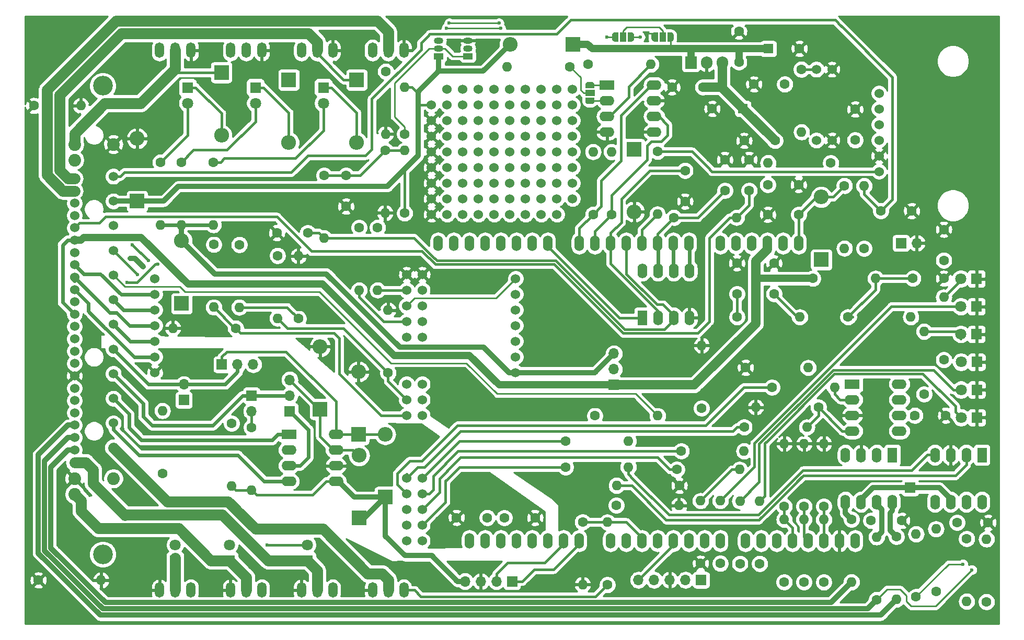
<source format=gtl>
G04 #@! TF.GenerationSoftware,KiCad,Pcbnew,5.1.0-060a0da~80~ubuntu18.10.1*
G04 #@! TF.CreationDate,2019-03-21T19:26:04+01:00*
G04 #@! TF.ProjectId,speedy,73706565-6479-42e6-9b69-6361645f7063,rev?*
G04 #@! TF.SameCoordinates,Original*
G04 #@! TF.FileFunction,Copper,L1,Top*
G04 #@! TF.FilePolarity,Positive*
%FSLAX46Y46*%
G04 Gerber Fmt 4.6, Leading zero omitted, Abs format (unit mm)*
G04 Created by KiCad (PCBNEW 5.1.0-060a0da~80~ubuntu18.10.1) date 2019-03-21 19:26:04*
%MOMM*%
%LPD*%
G04 APERTURE LIST*
%ADD10R,2.400000X2.400000*%
%ADD11O,2.400000X2.400000*%
%ADD12R,1.905000X2.000000*%
%ADD13O,1.905000X2.000000*%
%ADD14C,0.600000*%
%ADD15O,1.600000X1.600000*%
%ADD16C,1.600000*%
%ADD17O,1.501140X2.499360*%
%ADD18R,1.600000X1.600000*%
%ADD19O,1.524000X2.540000*%
%ADD20C,1.524000*%
%ADD21R,1.800000X1.800000*%
%ADD22C,1.800000*%
%ADD23R,1.700000X1.700000*%
%ADD24O,1.700000X1.700000*%
%ADD25R,2.400000X1.600000*%
%ADD26O,2.400000X1.600000*%
%ADD27C,2.050000*%
%ADD28C,3.200000*%
%ADD29R,1.600000X2.400000*%
%ADD30O,1.600000X2.400000*%
%ADD31O,1.500000X1.050000*%
%ADD32R,1.500000X1.050000*%
%ADD33C,0.500000*%
%ADD34C,0.100000*%
%ADD35R,1.500000X1.000000*%
%ADD36R,1.000000X1.500000*%
%ADD37C,0.400000*%
%ADD38C,0.609600*%
%ADD39C,0.250000*%
%ADD40C,1.219200*%
%ADD41C,0.812800*%
%ADD42C,1.524000*%
%ADD43C,1.778000*%
%ADD44C,0.254000*%
G04 APERTURE END LIST*
D10*
X91050000Y-107310000D03*
D11*
X91050000Y-97150000D03*
D12*
X173540000Y-68250000D03*
D13*
X176080000Y-68250000D03*
X178620000Y-68250000D03*
D14*
X121760000Y-102790000D03*
X124290000Y-102770000D03*
X93860000Y-97630000D03*
X140950000Y-150440000D03*
X136240000Y-150430000D03*
X117940000Y-154100000D03*
X107580000Y-154250000D03*
X174800000Y-85750000D03*
X159020000Y-85430000D03*
X112680000Y-107000000D03*
X95460000Y-110430000D03*
X103060000Y-150290000D03*
X89540000Y-76230000D03*
D15*
X157690000Y-82700000D03*
D16*
X157690000Y-92860000D03*
D15*
X167080000Y-68500000D03*
D16*
X156920000Y-68500000D03*
D15*
X143800000Y-68900000D03*
D16*
X153960000Y-68900000D03*
D15*
X160680000Y-82710000D03*
D16*
X160680000Y-92870000D03*
D17*
X127040000Y-66250000D03*
X121960000Y-66250000D03*
X124500000Y-66250000D03*
D14*
X141350000Y-137740000D03*
X97770000Y-72640000D03*
X76830000Y-121920000D03*
X76830000Y-119420000D03*
X76830000Y-124420000D03*
X106040000Y-117640000D03*
X99420000Y-121350000D03*
X104140000Y-132380000D03*
X120350000Y-135840000D03*
D16*
X170780000Y-93370000D03*
D15*
X180940000Y-93370000D03*
D14*
X220800000Y-136300000D03*
X169050000Y-150370000D03*
D16*
X183750000Y-71750000D03*
X188750000Y-71750000D03*
D14*
X140810000Y-125050000D03*
D16*
X186000000Y-92880000D03*
X191000000Y-92880000D03*
X176980000Y-75720000D03*
D18*
X181980000Y-75720000D03*
D16*
X172590000Y-90740000D03*
X172590000Y-85740000D03*
X182160000Y-80900000D03*
X187160000Y-80900000D03*
X200130000Y-75810000D03*
X200130000Y-80810000D03*
D19*
X155440000Y-145800000D03*
X152900000Y-145800000D03*
X150360000Y-145800000D03*
X147820000Y-145800000D03*
X145280000Y-145800000D03*
X142740000Y-145800000D03*
X140200000Y-145800000D03*
X137660000Y-145800000D03*
X132580000Y-97540000D03*
X135120000Y-97540000D03*
X137660000Y-97540000D03*
X140200000Y-97540000D03*
X150360000Y-97540000D03*
X155440000Y-97540000D03*
X157980000Y-97540000D03*
X147820000Y-97540000D03*
X145280000Y-97540000D03*
X142740000Y-97540000D03*
X160520000Y-97540000D03*
X163060000Y-97540000D03*
X165600000Y-97540000D03*
X173220000Y-97540000D03*
X170680000Y-97540000D03*
X168140000Y-97540000D03*
X178300000Y-97540000D03*
X180840000Y-97540000D03*
X183380000Y-97540000D03*
X188460000Y-97540000D03*
X191000000Y-97540000D03*
X160520000Y-145800000D03*
X163060000Y-145800000D03*
X165600000Y-145800000D03*
X168140000Y-145800000D03*
X170680000Y-145800000D03*
X173220000Y-145800000D03*
X175760000Y-145800000D03*
X178300000Y-145800000D03*
X182364000Y-145800000D03*
X184904000Y-145800000D03*
X187444000Y-145800000D03*
X189984000Y-145800000D03*
X192524000Y-145800000D03*
X195064000Y-145800000D03*
X197604000Y-145800000D03*
X200144000Y-145800000D03*
X185920000Y-97540000D03*
D20*
X130040000Y-143260000D03*
X127500000Y-143260000D03*
X130040000Y-140720000D03*
X127500000Y-140720000D03*
X130040000Y-138180000D03*
X127500000Y-138180000D03*
X130040000Y-135640000D03*
X127500000Y-135640000D03*
X130040000Y-145800000D03*
X127500000Y-145800000D03*
X130040000Y-125480000D03*
X127500000Y-125480000D03*
X130040000Y-122940000D03*
X127500000Y-122940000D03*
X130040000Y-120400000D03*
X127500000Y-120400000D03*
X130040000Y-112780000D03*
X127500000Y-112780000D03*
X130040000Y-110240000D03*
X127500000Y-110240000D03*
X130040000Y-107700000D03*
X127500000Y-107700000D03*
X130040000Y-105160000D03*
X127500000Y-105160000D03*
X130040000Y-102620000D03*
X127500000Y-102620000D03*
D21*
X92000000Y-72270000D03*
D22*
X92000000Y-74810000D03*
D21*
X103000000Y-72270000D03*
D22*
X103000000Y-74810000D03*
D21*
X114000000Y-72270000D03*
D22*
X114000000Y-74810000D03*
D21*
X90000000Y-149000000D03*
D22*
X90000000Y-146460000D03*
D21*
X98800000Y-149000000D03*
D22*
X98800000Y-146460000D03*
D21*
X111400000Y-149000000D03*
D22*
X111400000Y-146460000D03*
D16*
X186660000Y-120910000D03*
D15*
X196820000Y-120910000D03*
D16*
X67130000Y-75230000D03*
D15*
X74750000Y-75230000D03*
D16*
X117670000Y-86540000D03*
X117670000Y-91540000D03*
D10*
X83840000Y-90710000D03*
D11*
X83840000Y-80550000D03*
D16*
X175490000Y-72220000D03*
X170490000Y-72220000D03*
X181310000Y-68170000D03*
X181310000Y-63170000D03*
D18*
X186100000Y-65980000D03*
D16*
X191100000Y-65980000D03*
D10*
X154410000Y-65250000D03*
D11*
X144250000Y-65250000D03*
D10*
X164340000Y-82280000D03*
D11*
X164340000Y-92440000D03*
D16*
X204300000Y-92300000D03*
X209300000Y-92300000D03*
X185990000Y-88050000D03*
X190990000Y-88050000D03*
X209500000Y-103250000D03*
X214500000Y-103250000D03*
X214500000Y-100300000D03*
X214500000Y-95300000D03*
X182980000Y-88980000D03*
X182980000Y-83980000D03*
X179050000Y-88980000D03*
X179050000Y-83980000D03*
X111470000Y-95850000D03*
X106470000Y-95850000D03*
X187000000Y-105750000D03*
X187000000Y-100750000D03*
X181000000Y-105750000D03*
X181000000Y-100750000D03*
D10*
X97500000Y-69850000D03*
D11*
X97500000Y-80010000D03*
D10*
X108400000Y-71040000D03*
D11*
X108400000Y-81200000D03*
D10*
X119400000Y-71040000D03*
D11*
X119400000Y-81200000D03*
D16*
X143300000Y-142060000D03*
X148300000Y-142060000D03*
X140570000Y-142040000D03*
X135570000Y-142040000D03*
D10*
X113475000Y-124450000D03*
D11*
X113475000Y-114290000D03*
D23*
X97570000Y-117200000D03*
D24*
X100110000Y-117200000D03*
X102650000Y-117200000D03*
D23*
X108550000Y-124770000D03*
D24*
X108550000Y-122230000D03*
X108550000Y-119690000D03*
D23*
X91420000Y-122970000D03*
D24*
X91420000Y-120430000D03*
D23*
X102370000Y-122250000D03*
D24*
X102370000Y-124790000D03*
D25*
X199680000Y-120380000D03*
D26*
X207300000Y-128000000D03*
X199680000Y-122920000D03*
X207300000Y-125460000D03*
X199680000Y-125460000D03*
X207300000Y-122920000D03*
X199680000Y-128000000D03*
X207300000Y-120380000D03*
D23*
X144580000Y-152370000D03*
D24*
X142040000Y-152370000D03*
X139500000Y-152370000D03*
X136960000Y-152370000D03*
D16*
X209830000Y-125460000D03*
X214830000Y-125460000D03*
D23*
X161070000Y-120510000D03*
D24*
X161070000Y-117970000D03*
X161070000Y-115430000D03*
D23*
X207570000Y-97510000D03*
D24*
X210110000Y-97510000D03*
D27*
X73700000Y-81500000D03*
X80000000Y-81500000D03*
D20*
X80000000Y-90700000D03*
X80000000Y-86700000D03*
X80000000Y-94700000D03*
X80000000Y-98700000D03*
X80000000Y-102700000D03*
X80000000Y-106700000D03*
X80000000Y-110700000D03*
X80000000Y-114700000D03*
X80000000Y-118700000D03*
X80000000Y-122700000D03*
X80000000Y-126700000D03*
D27*
X80000000Y-135700000D03*
D20*
X73700000Y-133040000D03*
D27*
X73700000Y-138240000D03*
X73700000Y-135700000D03*
D20*
X73700000Y-131040000D03*
X73700000Y-129040000D03*
X73700000Y-127040000D03*
X73700000Y-125040000D03*
X73700000Y-123040000D03*
X73700000Y-121040000D03*
X73700000Y-119040000D03*
X73700000Y-117040000D03*
X73700000Y-115040000D03*
X73700000Y-113040000D03*
X73700000Y-111040000D03*
X73700000Y-109040000D03*
X73700000Y-107040000D03*
X73700000Y-105040000D03*
X73700000Y-103040000D03*
X73700000Y-101040000D03*
X73700000Y-99040000D03*
X73700000Y-97040000D03*
X73700000Y-95040000D03*
X73700000Y-93040000D03*
X73700000Y-89040000D03*
X80000000Y-126700000D03*
X80000000Y-130700000D03*
X73700000Y-91040000D03*
X73700000Y-87040000D03*
D27*
X73700000Y-84040000D03*
D28*
X78300000Y-72000000D03*
X78300000Y-148000000D03*
D16*
X127180000Y-79810000D03*
D15*
X127180000Y-72190000D03*
D25*
X108430000Y-128530000D03*
D26*
X116050000Y-136150000D03*
X108430000Y-131070000D03*
X116050000Y-133610000D03*
X108430000Y-133610000D03*
X116050000Y-131070000D03*
X108430000Y-136150000D03*
X116050000Y-128530000D03*
D29*
X165670000Y-109620000D03*
D30*
X173290000Y-102000000D03*
X168210000Y-109620000D03*
X170750000Y-102000000D03*
X170750000Y-109620000D03*
X168210000Y-102000000D03*
X173290000Y-109620000D03*
X165670000Y-102000000D03*
D20*
X204000000Y-73205000D03*
X204000000Y-75745000D03*
X204000000Y-78285000D03*
X204000000Y-80825000D03*
X204000000Y-83365000D03*
X204000000Y-85905000D03*
D17*
X124500000Y-153800000D03*
X127040000Y-153800000D03*
X121960000Y-153800000D03*
X113000000Y-153800000D03*
X115540000Y-153800000D03*
X110460000Y-153800000D03*
X101500000Y-153800000D03*
X104040000Y-153800000D03*
X98960000Y-153800000D03*
X90000000Y-153800000D03*
X92540000Y-153800000D03*
X87460000Y-153800000D03*
X113000000Y-66250000D03*
X110460000Y-66250000D03*
X115540000Y-66250000D03*
X101500000Y-66250000D03*
X98960000Y-66250000D03*
X104040000Y-66250000D03*
X90000000Y-66250000D03*
X87460000Y-66250000D03*
X92540000Y-66250000D03*
D10*
X194650000Y-100200000D03*
D11*
X194650000Y-90040000D03*
D16*
X198400000Y-88200000D03*
D15*
X198400000Y-98360000D03*
D16*
X191850000Y-152490000D03*
D15*
X191850000Y-142330000D03*
D16*
X124000000Y-82470000D03*
D15*
X124000000Y-92630000D03*
D16*
X96250000Y-97750000D03*
D15*
X96250000Y-107910000D03*
D16*
X100390000Y-97760000D03*
D15*
X100390000Y-107920000D03*
D16*
X106575000Y-99540000D03*
D15*
X106575000Y-109700000D03*
D16*
X188650000Y-152500000D03*
D15*
X188650000Y-142340000D03*
D16*
X195080000Y-152510000D03*
D15*
X195080000Y-142350000D03*
D16*
X99150000Y-126760000D03*
D15*
X99150000Y-136920000D03*
D16*
X102375000Y-127410000D03*
D15*
X102375000Y-137570000D03*
D16*
X160000000Y-152940000D03*
D15*
X160000000Y-142780000D03*
D16*
X182160000Y-127370000D03*
D15*
X192320000Y-127370000D03*
D16*
X206820000Y-145140000D03*
D15*
X206820000Y-155300000D03*
D16*
X210010000Y-154860000D03*
D15*
X210010000Y-144700000D03*
D16*
X201600000Y-98400000D03*
D15*
X201600000Y-88240000D03*
D16*
X193300000Y-103250000D03*
D15*
X203460000Y-103250000D03*
D16*
X178290000Y-149480000D03*
D15*
X178290000Y-139320000D03*
D16*
X214500000Y-116460000D03*
D15*
X214500000Y-106300000D03*
D16*
X168110000Y-82670000D03*
D15*
X168110000Y-92830000D03*
D16*
X196190000Y-84520000D03*
D15*
X186030000Y-84520000D03*
D16*
X199000000Y-109500000D03*
D15*
X209160000Y-109500000D03*
D16*
X114120000Y-86540000D03*
D15*
X114120000Y-96700000D03*
D16*
X181000000Y-109500000D03*
D15*
X191160000Y-109500000D03*
D16*
X157980000Y-125520000D03*
D15*
X168140000Y-125520000D03*
D16*
X87940000Y-134860000D03*
D15*
X87940000Y-124700000D03*
D16*
X87600000Y-84400000D03*
D15*
X87600000Y-94560000D03*
D16*
X91000000Y-84400000D03*
D15*
X91000000Y-94560000D03*
D16*
X96200000Y-84400000D03*
D15*
X96200000Y-94560000D03*
D16*
X127190000Y-92670000D03*
D15*
X127190000Y-82510000D03*
D10*
X124025000Y-138700000D03*
D11*
X124025000Y-128540000D03*
D10*
X119700000Y-128540000D03*
D11*
X119700000Y-118380000D03*
D16*
X202720000Y-142520000D03*
X207720000Y-142520000D03*
D29*
X206180000Y-131880000D03*
D30*
X198560000Y-139500000D03*
X203640000Y-131880000D03*
X201100000Y-139500000D03*
X201100000Y-131880000D03*
X203640000Y-139500000D03*
X198560000Y-131880000D03*
X206180000Y-139500000D03*
D21*
X219800000Y-112300000D03*
D22*
X217260000Y-112300000D03*
D21*
X219840000Y-116800000D03*
D22*
X217300000Y-116800000D03*
D16*
X213230000Y-154050000D03*
D15*
X213230000Y-143890000D03*
D16*
X211300000Y-122000000D03*
D15*
X211300000Y-111840000D03*
D16*
X171990000Y-131250000D03*
D15*
X182150000Y-131250000D03*
D16*
X171250000Y-134240000D03*
D15*
X181410000Y-134240000D03*
D16*
X203610000Y-155350000D03*
D15*
X203610000Y-145190000D03*
D16*
X199550000Y-142325000D03*
D15*
X199550000Y-152485000D03*
D16*
X175100000Y-149480000D03*
D15*
X175100000Y-139320000D03*
D16*
X175270000Y-124290000D03*
D15*
X175270000Y-114130000D03*
D16*
X182380000Y-117720000D03*
D15*
X192540000Y-117720000D03*
D16*
X194190000Y-124130000D03*
D15*
X184030000Y-124130000D03*
D16*
X156000000Y-142740000D03*
D15*
X156000000Y-152900000D03*
D16*
X195070000Y-140210000D03*
D15*
X195070000Y-130050000D03*
D16*
X191870000Y-140210000D03*
D15*
X191870000Y-130050000D03*
D16*
X188650000Y-140200000D03*
D15*
X188650000Y-130040000D03*
D16*
X124490000Y-118550000D03*
D15*
X124490000Y-108390000D03*
D16*
X109975000Y-109775000D03*
D15*
X109975000Y-99615000D03*
D16*
X99790000Y-111310000D03*
D15*
X89630000Y-111310000D03*
D21*
X219800000Y-107800000D03*
D22*
X217260000Y-107800000D03*
D21*
X219800000Y-103300000D03*
D22*
X217260000Y-103300000D03*
D16*
X216670000Y-142850000D03*
X221670000Y-142850000D03*
D29*
X220680000Y-131880000D03*
D30*
X213060000Y-139500000D03*
X218140000Y-131880000D03*
X215600000Y-139500000D03*
X215600000Y-131880000D03*
X218140000Y-139500000D03*
X213060000Y-131880000D03*
X220680000Y-139500000D03*
D21*
X219840000Y-121300000D03*
D22*
X217300000Y-121300000D03*
D21*
X219840000Y-125800000D03*
D22*
X217300000Y-125800000D03*
D16*
X218210000Y-145480000D03*
D15*
X218210000Y-155640000D03*
D16*
X161450000Y-140050000D03*
D15*
X171610000Y-140050000D03*
D16*
X221420000Y-155690000D03*
D15*
X221420000Y-145530000D03*
D16*
X184690000Y-149490000D03*
D15*
X184690000Y-139330000D03*
D16*
X171660000Y-136840000D03*
D15*
X161500000Y-136840000D03*
D16*
X153240000Y-129630000D03*
D15*
X163400000Y-129630000D03*
D16*
X153240000Y-133840000D03*
D15*
X163400000Y-133840000D03*
D16*
X181480000Y-149490000D03*
D15*
X181480000Y-139330000D03*
D16*
X67850000Y-152190000D03*
D15*
X78010000Y-152190000D03*
D23*
X209060000Y-137190000D03*
D20*
X193860000Y-80840000D03*
X196400000Y-80840000D03*
X196400000Y-69340000D03*
X193860000Y-69340000D03*
D16*
X191450000Y-69330000D03*
D15*
X191450000Y-79490000D03*
D14*
X116210000Y-149320000D03*
X114930000Y-149320000D03*
X114150000Y-148330000D03*
X73500000Y-143000000D03*
X73500000Y-144500000D03*
X75000000Y-144500000D03*
X81410000Y-148280000D03*
X82910000Y-148280000D03*
X81410000Y-149780000D03*
X82910000Y-149780000D03*
X120500000Y-147500000D03*
X121570000Y-148240000D03*
X122820000Y-148720000D03*
X214630000Y-128500000D03*
X213360000Y-128500000D03*
X201000000Y-116000000D03*
X209000000Y-116000000D03*
X209000000Y-112000000D03*
X204500000Y-112000000D03*
X204500000Y-116000000D03*
X186500000Y-153000000D03*
X67000000Y-112500000D03*
X67000000Y-115000000D03*
X67000000Y-117500000D03*
X68500000Y-117500000D03*
X68500000Y-115000000D03*
X68500000Y-112500000D03*
X174000000Y-133000000D03*
X176000000Y-135000000D03*
X174500000Y-136500000D03*
X177000000Y-129500000D03*
X178000000Y-130500000D03*
X179000000Y-131500000D03*
X89530000Y-73220000D03*
X89530000Y-74720000D03*
X75000000Y-146000000D03*
X134000000Y-153000000D03*
X87470000Y-87410000D03*
X85970000Y-87410000D03*
X88970000Y-87410000D03*
X106240000Y-65650000D03*
X106240000Y-67030000D03*
X90590000Y-77270000D03*
X107630000Y-65650000D03*
X107620000Y-67040000D03*
X91610000Y-89870000D03*
X91610000Y-91870000D03*
X89610000Y-91870000D03*
X176050000Y-88230000D03*
X104320000Y-151160000D03*
X106020000Y-151160000D03*
X132600000Y-151500000D03*
X97760000Y-74050000D03*
X96230000Y-72640000D03*
X191000000Y-84600000D03*
X192300000Y-84600000D03*
X191000000Y-90400000D03*
X216200000Y-79700000D03*
X158800000Y-149900000D03*
X135390000Y-149720000D03*
X141710000Y-149680000D03*
X159730000Y-84550000D03*
X131770000Y-94950000D03*
X150000000Y-136000000D03*
X148900000Y-109000000D03*
X150400000Y-113400000D03*
X151900000Y-109000000D03*
X153400000Y-109000000D03*
X153400000Y-113400000D03*
X149600000Y-111200000D03*
X151200000Y-111200000D03*
X153400000Y-111200000D03*
D23*
X175190000Y-152150000D03*
D24*
X172650000Y-152150000D03*
X170110000Y-152150000D03*
X167570000Y-152150000D03*
X165030000Y-152150000D03*
D31*
X132690000Y-65920000D03*
X132690000Y-64650000D03*
D32*
X132690000Y-67190000D03*
D15*
X122800000Y-105140000D03*
D16*
X122800000Y-94980000D03*
X124090000Y-69660000D03*
D15*
X124090000Y-79820000D03*
D10*
X119800000Y-142110000D03*
D11*
X119800000Y-131950000D03*
D25*
X159940000Y-71870000D03*
D26*
X167560000Y-79490000D03*
X159940000Y-74410000D03*
X167560000Y-76950000D03*
X159940000Y-76950000D03*
X167560000Y-74410000D03*
X159940000Y-79490000D03*
X167560000Y-71870000D03*
D16*
X119800000Y-94990000D03*
D15*
X119800000Y-105150000D03*
D20*
X134050000Y-72540000D03*
X136590000Y-72540000D03*
X139130000Y-72540000D03*
X136590000Y-75080000D03*
X134050000Y-75080000D03*
X131510000Y-75080000D03*
X131510000Y-77620000D03*
X134050000Y-77620000D03*
X136590000Y-77620000D03*
X136590000Y-80160000D03*
X134050000Y-80160000D03*
X131510000Y-80160000D03*
X131510000Y-82700000D03*
X134050000Y-82700000D03*
X136590000Y-82700000D03*
X136590000Y-85240000D03*
X134050000Y-85240000D03*
X131510000Y-85240000D03*
X131510000Y-87780000D03*
X134050000Y-87780000D03*
X136590000Y-87780000D03*
X136590000Y-90320000D03*
X134050000Y-90320000D03*
X131510000Y-90320000D03*
X131510000Y-92860000D03*
X134050000Y-92860000D03*
X136590000Y-92860000D03*
X151830000Y-90320000D03*
X149290000Y-90320000D03*
X146750000Y-90320000D03*
X141670000Y-90320000D03*
X144210000Y-90320000D03*
X141670000Y-87780000D03*
X144210000Y-87780000D03*
X146750000Y-87780000D03*
X149290000Y-87780000D03*
X151830000Y-87780000D03*
X151830000Y-85240000D03*
X149290000Y-85240000D03*
X146750000Y-85240000D03*
X144210000Y-85240000D03*
X141670000Y-85240000D03*
X141670000Y-82700000D03*
X144210000Y-82700000D03*
X146750000Y-82700000D03*
X149290000Y-82700000D03*
X151830000Y-82700000D03*
X151830000Y-80160000D03*
X149290000Y-80160000D03*
X146750000Y-80160000D03*
X144210000Y-80160000D03*
X141670000Y-80160000D03*
X141670000Y-77620000D03*
X144210000Y-77620000D03*
X146750000Y-77620000D03*
X149290000Y-77620000D03*
X151830000Y-77620000D03*
X151830000Y-75080000D03*
X149290000Y-75080000D03*
X146750000Y-75080000D03*
X144210000Y-75080000D03*
X141670000Y-75080000D03*
X139130000Y-75080000D03*
X139130000Y-77620000D03*
X139130000Y-80160000D03*
X139130000Y-82700000D03*
X139130000Y-85240000D03*
X139130000Y-87780000D03*
X139130000Y-90320000D03*
X151830000Y-92860000D03*
X154370000Y-90320000D03*
X154370000Y-87780000D03*
X154370000Y-85240000D03*
X154370000Y-82700000D03*
X154370000Y-80160000D03*
X154370000Y-77620000D03*
X154370000Y-75080000D03*
X154370000Y-72540000D03*
X149290000Y-92860000D03*
X146750000Y-92860000D03*
X144210000Y-92860000D03*
X141670000Y-92860000D03*
X139130000Y-92860000D03*
X151830000Y-72540000D03*
X149290000Y-72540000D03*
X146750000Y-72540000D03*
X144210000Y-72540000D03*
X141670000Y-72540000D03*
D33*
X157180000Y-71870000D03*
D34*
G36*
X156430000Y-72420000D02*
G01*
X156430000Y-71870000D01*
X156430602Y-71870000D01*
X156430602Y-71845466D01*
X156435412Y-71796635D01*
X156444984Y-71748510D01*
X156459228Y-71701555D01*
X156478005Y-71656222D01*
X156501136Y-71612949D01*
X156528396Y-71572150D01*
X156559524Y-71534221D01*
X156594221Y-71499524D01*
X156632150Y-71468396D01*
X156672949Y-71441136D01*
X156716222Y-71418005D01*
X156761555Y-71399228D01*
X156808510Y-71384984D01*
X156856635Y-71375412D01*
X156905466Y-71370602D01*
X156930000Y-71370602D01*
X156930000Y-71370000D01*
X157430000Y-71370000D01*
X157430000Y-71370602D01*
X157454534Y-71370602D01*
X157503365Y-71375412D01*
X157551490Y-71384984D01*
X157598445Y-71399228D01*
X157643778Y-71418005D01*
X157687051Y-71441136D01*
X157727850Y-71468396D01*
X157765779Y-71499524D01*
X157800476Y-71534221D01*
X157831604Y-71572150D01*
X157858864Y-71612949D01*
X157881995Y-71656222D01*
X157900772Y-71701555D01*
X157915016Y-71748510D01*
X157924588Y-71796635D01*
X157929398Y-71845466D01*
X157929398Y-71870000D01*
X157930000Y-71870000D01*
X157930000Y-72420000D01*
X156430000Y-72420000D01*
X156430000Y-72420000D01*
G37*
D33*
X157180000Y-74470000D03*
D34*
G36*
X157929398Y-74470000D02*
G01*
X157929398Y-74494534D01*
X157924588Y-74543365D01*
X157915016Y-74591490D01*
X157900772Y-74638445D01*
X157881995Y-74683778D01*
X157858864Y-74727051D01*
X157831604Y-74767850D01*
X157800476Y-74805779D01*
X157765779Y-74840476D01*
X157727850Y-74871604D01*
X157687051Y-74898864D01*
X157643778Y-74921995D01*
X157598445Y-74940772D01*
X157551490Y-74955016D01*
X157503365Y-74964588D01*
X157454534Y-74969398D01*
X157430000Y-74969398D01*
X157430000Y-74970000D01*
X156930000Y-74970000D01*
X156930000Y-74969398D01*
X156905466Y-74969398D01*
X156856635Y-74964588D01*
X156808510Y-74955016D01*
X156761555Y-74940772D01*
X156716222Y-74921995D01*
X156672949Y-74898864D01*
X156632150Y-74871604D01*
X156594221Y-74840476D01*
X156559524Y-74805779D01*
X156528396Y-74767850D01*
X156501136Y-74727051D01*
X156478005Y-74683778D01*
X156459228Y-74638445D01*
X156444984Y-74591490D01*
X156435412Y-74543365D01*
X156430602Y-74494534D01*
X156430602Y-74470000D01*
X156430000Y-74470000D01*
X156430000Y-73920000D01*
X157930000Y-73920000D01*
X157930000Y-74470000D01*
X157929398Y-74470000D01*
X157929398Y-74470000D01*
G37*
D35*
X157180000Y-73170000D03*
D36*
X162560000Y-64080000D03*
D33*
X163860000Y-64080000D03*
D34*
G36*
X163860000Y-63330602D02*
G01*
X163884534Y-63330602D01*
X163933365Y-63335412D01*
X163981490Y-63344984D01*
X164028445Y-63359228D01*
X164073778Y-63378005D01*
X164117051Y-63401136D01*
X164157850Y-63428396D01*
X164195779Y-63459524D01*
X164230476Y-63494221D01*
X164261604Y-63532150D01*
X164288864Y-63572949D01*
X164311995Y-63616222D01*
X164330772Y-63661555D01*
X164345016Y-63708510D01*
X164354588Y-63756635D01*
X164359398Y-63805466D01*
X164359398Y-63830000D01*
X164360000Y-63830000D01*
X164360000Y-64330000D01*
X164359398Y-64330000D01*
X164359398Y-64354534D01*
X164354588Y-64403365D01*
X164345016Y-64451490D01*
X164330772Y-64498445D01*
X164311995Y-64543778D01*
X164288864Y-64587051D01*
X164261604Y-64627850D01*
X164230476Y-64665779D01*
X164195779Y-64700476D01*
X164157850Y-64731604D01*
X164117051Y-64758864D01*
X164073778Y-64781995D01*
X164028445Y-64800772D01*
X163981490Y-64815016D01*
X163933365Y-64824588D01*
X163884534Y-64829398D01*
X163860000Y-64829398D01*
X163860000Y-64830000D01*
X163310000Y-64830000D01*
X163310000Y-63330000D01*
X163860000Y-63330000D01*
X163860000Y-63330602D01*
X163860000Y-63330602D01*
G37*
D33*
X161260000Y-64080000D03*
D34*
G36*
X161810000Y-64830000D02*
G01*
X161260000Y-64830000D01*
X161260000Y-64829398D01*
X161235466Y-64829398D01*
X161186635Y-64824588D01*
X161138510Y-64815016D01*
X161091555Y-64800772D01*
X161046222Y-64781995D01*
X161002949Y-64758864D01*
X160962150Y-64731604D01*
X160924221Y-64700476D01*
X160889524Y-64665779D01*
X160858396Y-64627850D01*
X160831136Y-64587051D01*
X160808005Y-64543778D01*
X160789228Y-64498445D01*
X160774984Y-64451490D01*
X160765412Y-64403365D01*
X160760602Y-64354534D01*
X160760602Y-64330000D01*
X160760000Y-64330000D01*
X160760000Y-63830000D01*
X160760602Y-63830000D01*
X160760602Y-63805466D01*
X160765412Y-63756635D01*
X160774984Y-63708510D01*
X160789228Y-63661555D01*
X160808005Y-63616222D01*
X160831136Y-63572949D01*
X160858396Y-63532150D01*
X160889524Y-63494221D01*
X160924221Y-63459524D01*
X160962150Y-63428396D01*
X161002949Y-63401136D01*
X161046222Y-63378005D01*
X161091555Y-63359228D01*
X161138510Y-63344984D01*
X161186635Y-63335412D01*
X161235466Y-63330602D01*
X161260000Y-63330602D01*
X161260000Y-63330000D01*
X161810000Y-63330000D01*
X161810000Y-64830000D01*
X161810000Y-64830000D01*
G37*
D33*
X170260000Y-64070000D03*
D34*
G36*
X169710000Y-63320000D02*
G01*
X170260000Y-63320000D01*
X170260000Y-63320602D01*
X170284534Y-63320602D01*
X170333365Y-63325412D01*
X170381490Y-63334984D01*
X170428445Y-63349228D01*
X170473778Y-63368005D01*
X170517051Y-63391136D01*
X170557850Y-63418396D01*
X170595779Y-63449524D01*
X170630476Y-63484221D01*
X170661604Y-63522150D01*
X170688864Y-63562949D01*
X170711995Y-63606222D01*
X170730772Y-63651555D01*
X170745016Y-63698510D01*
X170754588Y-63746635D01*
X170759398Y-63795466D01*
X170759398Y-63820000D01*
X170760000Y-63820000D01*
X170760000Y-64320000D01*
X170759398Y-64320000D01*
X170759398Y-64344534D01*
X170754588Y-64393365D01*
X170745016Y-64441490D01*
X170730772Y-64488445D01*
X170711995Y-64533778D01*
X170688864Y-64577051D01*
X170661604Y-64617850D01*
X170630476Y-64655779D01*
X170595779Y-64690476D01*
X170557850Y-64721604D01*
X170517051Y-64748864D01*
X170473778Y-64771995D01*
X170428445Y-64790772D01*
X170381490Y-64805016D01*
X170333365Y-64814588D01*
X170284534Y-64819398D01*
X170260000Y-64819398D01*
X170260000Y-64820000D01*
X169710000Y-64820000D01*
X169710000Y-63320000D01*
X169710000Y-63320000D01*
G37*
D33*
X167660000Y-64070000D03*
D34*
G36*
X167660000Y-64819398D02*
G01*
X167635466Y-64819398D01*
X167586635Y-64814588D01*
X167538510Y-64805016D01*
X167491555Y-64790772D01*
X167446222Y-64771995D01*
X167402949Y-64748864D01*
X167362150Y-64721604D01*
X167324221Y-64690476D01*
X167289524Y-64655779D01*
X167258396Y-64617850D01*
X167231136Y-64577051D01*
X167208005Y-64533778D01*
X167189228Y-64488445D01*
X167174984Y-64441490D01*
X167165412Y-64393365D01*
X167160602Y-64344534D01*
X167160602Y-64320000D01*
X167160000Y-64320000D01*
X167160000Y-63820000D01*
X167160602Y-63820000D01*
X167160602Y-63795466D01*
X167165412Y-63746635D01*
X167174984Y-63698510D01*
X167189228Y-63651555D01*
X167208005Y-63606222D01*
X167231136Y-63562949D01*
X167258396Y-63522150D01*
X167289524Y-63484221D01*
X167324221Y-63449524D01*
X167362150Y-63418396D01*
X167402949Y-63391136D01*
X167446222Y-63368005D01*
X167491555Y-63349228D01*
X167538510Y-63334984D01*
X167586635Y-63325412D01*
X167635466Y-63320602D01*
X167660000Y-63320602D01*
X167660000Y-63320000D01*
X168210000Y-63320000D01*
X168210000Y-64820000D01*
X167660000Y-64820000D01*
X167660000Y-64819398D01*
X167660000Y-64819398D01*
G37*
D36*
X168960000Y-64070000D03*
D31*
X137420000Y-65920000D03*
X137420000Y-64650000D03*
D32*
X137420000Y-67190000D03*
D20*
X145150000Y-103270000D03*
X86730000Y-103270000D03*
X145150000Y-110890000D03*
X145150000Y-105810000D03*
X145150000Y-113430000D03*
X145150000Y-115970000D03*
X145150000Y-118510000D03*
X145150000Y-108350000D03*
X86730000Y-105810000D03*
X86730000Y-108350000D03*
X86730000Y-110890000D03*
X86730000Y-113430000D03*
X86730000Y-115970000D03*
X86730000Y-118510000D03*
D14*
X166360000Y-63530000D03*
X129040000Y-64060000D03*
X131120000Y-62680000D03*
X83940000Y-102640000D03*
X83055000Y-97755000D03*
X85650000Y-100350000D03*
X104930000Y-146460000D03*
X217600000Y-149590000D03*
X219030000Y-150510000D03*
X87230000Y-100910000D03*
X82180000Y-103880000D03*
X84810000Y-101350000D03*
X82680000Y-100010000D03*
X133960000Y-62650000D03*
X142730000Y-62650000D03*
X159940000Y-64080000D03*
X134390010Y-61840000D03*
X142449990Y-61840000D03*
X165320000Y-64080000D03*
D37*
X176990000Y-85910000D02*
X176170000Y-85090000D01*
X176170000Y-85090000D02*
X173750000Y-82670000D01*
X202917370Y-85910000D02*
X176990000Y-85910000D01*
X204000000Y-85905000D02*
X202922370Y-85905000D01*
X202922370Y-85905000D02*
X202917370Y-85910000D01*
X173750000Y-82670000D02*
X168110000Y-82670000D01*
D38*
X204200000Y-73005000D02*
X204000000Y-73205000D01*
D37*
X165600000Y-97540000D02*
X165600000Y-95340000D01*
X165600000Y-95340000D02*
X168110000Y-92830000D01*
X188750000Y-71750000D02*
X188710000Y-71750000D01*
D38*
X188750000Y-71750000D02*
X188750000Y-71500000D01*
D39*
X167120000Y-63530000D02*
X167660000Y-64070000D01*
X166360000Y-63530000D02*
X167120000Y-63530000D01*
D38*
X129040000Y-64060000D02*
X130420000Y-62680000D01*
X130420000Y-62680000D02*
X131120000Y-62680000D01*
D37*
X197840000Y-62270000D02*
X198090000Y-62520000D01*
X198090000Y-62520000D02*
X206170000Y-70600000D01*
X206170000Y-90430000D02*
X204300000Y-92300000D01*
X206170000Y-70600000D02*
X206170000Y-90430000D01*
X204300000Y-92300000D02*
X201600000Y-89600000D01*
X201600000Y-89600000D02*
X201600000Y-88240000D01*
X197870000Y-62300000D02*
X198090000Y-62520000D01*
X154104264Y-61320000D02*
X196890000Y-61320000D01*
X196890000Y-61320000D02*
X197870000Y-62300000D01*
X151914264Y-63510000D02*
X154104264Y-61320000D01*
X129860000Y-66090000D02*
X129860000Y-65020000D01*
X121860000Y-82260000D02*
X121860000Y-74090000D01*
X81077630Y-86700000D02*
X81747630Y-86030000D01*
X80000000Y-86700000D02*
X81077630Y-86700000D01*
X121860000Y-74090000D02*
X129860000Y-66090000D01*
X108800000Y-86030000D02*
X111540000Y-83290000D01*
X111540000Y-83290000D02*
X120830000Y-83290000D01*
X81747630Y-86030000D02*
X108800000Y-86030000D01*
X120830000Y-83290000D02*
X121860000Y-82260000D01*
X151914264Y-63510000D02*
X151910000Y-63510000D01*
X130990000Y-63890000D02*
X131270000Y-63610000D01*
X129860000Y-65020000D02*
X130990000Y-63890000D01*
X151814264Y-63610000D02*
X154104264Y-61320000D01*
X131270000Y-63610000D02*
X151814264Y-63610000D01*
D38*
X173290000Y-102000000D02*
X173290000Y-97610000D01*
X173290000Y-97610000D02*
X173220000Y-97540000D01*
D37*
X203460000Y-103250000D02*
X204591370Y-103250000D01*
X204591370Y-103250000D02*
X209500000Y-103250000D01*
X199000000Y-109500000D02*
X203460000Y-105040000D01*
X203460000Y-105040000D02*
X203460000Y-103250000D01*
X199750000Y-109500000D02*
X199000000Y-109500000D01*
X80000000Y-98700000D02*
X83940000Y-102640000D01*
D38*
X170680000Y-97540000D02*
X170680000Y-101930000D01*
X170680000Y-101930000D02*
X170750000Y-102000000D01*
D37*
X182980000Y-88980000D02*
X182980000Y-91330000D01*
X182980000Y-91330000D02*
X180940000Y-93370000D01*
X73700000Y-95040000D02*
X74461999Y-94278001D01*
X77721999Y-94278001D02*
X78750000Y-93250000D01*
X78750000Y-93250000D02*
X98500000Y-93250000D01*
X74461999Y-94278001D02*
X77721999Y-94278001D01*
X99730000Y-93250000D02*
X100270000Y-93250000D01*
X106480000Y-93250000D02*
X99730000Y-93250000D01*
X98500000Y-93250000D02*
X99730000Y-93250000D01*
X167709912Y-112100000D02*
X174650000Y-112100000D01*
X167709902Y-112100010D02*
X167709912Y-112100000D01*
X176500000Y-96678630D02*
X179808630Y-93370000D01*
X162540010Y-112100010D02*
X167709902Y-112100010D01*
X154610010Y-104170010D02*
X162540010Y-112100010D01*
X179808630Y-93370000D02*
X180940000Y-93370000D01*
X176500000Y-110250000D02*
X176500000Y-96678630D01*
X112080000Y-98850000D02*
X106480000Y-93250000D01*
X174650000Y-112100000D02*
X176500000Y-110250000D01*
X112080000Y-98850000D02*
X130000000Y-98850000D01*
X154610010Y-104158552D02*
X151421468Y-100970010D01*
X154610010Y-104170010D02*
X154610010Y-104158552D01*
X132120010Y-100970010D02*
X130000000Y-98850000D01*
X151421468Y-100970010D02*
X132120010Y-100970010D01*
X171921370Y-93360000D02*
X174670000Y-93360000D01*
X174670000Y-93360000D02*
X179050000Y-88980000D01*
X170780000Y-93370000D02*
X171911370Y-93370000D01*
X171911370Y-93370000D02*
X171921370Y-93360000D01*
X168140000Y-97540000D02*
X168140000Y-96010000D01*
X168140000Y-96010000D02*
X169980001Y-94169999D01*
X169980001Y-94169999D02*
X170780000Y-93370000D01*
D38*
X168210000Y-102000000D02*
X168210000Y-97610000D01*
X168210000Y-97610000D02*
X168140000Y-97540000D01*
D37*
X117670000Y-86540000D02*
X114120000Y-86540000D01*
X124040000Y-82510000D02*
X124000000Y-82470000D01*
X127190000Y-82510000D02*
X124040000Y-82510000D01*
X119930000Y-86540000D02*
X124000000Y-82470000D01*
X117670000Y-86540000D02*
X119930000Y-86540000D01*
X163060000Y-97540000D02*
X163060000Y-102520000D01*
X163060000Y-102520000D02*
X168030000Y-107490000D01*
X168030000Y-107490000D02*
X169020000Y-107490000D01*
X169020000Y-107490000D02*
X170750000Y-109220000D01*
X170750000Y-109220000D02*
X170750000Y-109620000D01*
X128700000Y-96700000D02*
X128700000Y-96700000D01*
X113270000Y-95850000D02*
X114120000Y-96700000D01*
X111470000Y-95850000D02*
X113270000Y-95850000D01*
X170750000Y-110020000D02*
X170750000Y-109620000D01*
X169270010Y-111499990D02*
X170750000Y-110020000D01*
X167461370Y-111500000D02*
X167461380Y-111499990D01*
X128700000Y-96700000D02*
X128700000Y-96701458D01*
X114120000Y-96700000D02*
X128700000Y-96700000D01*
X128700000Y-96701458D02*
X132028542Y-100030000D01*
X167461380Y-111499990D02*
X169270010Y-111499990D01*
X162800000Y-111500000D02*
X167461370Y-111500000D01*
X132028542Y-100030000D02*
X132040000Y-100030000D01*
X132040000Y-100030000D02*
X132380000Y-100370000D01*
X151670000Y-100370000D02*
X151815000Y-100515000D01*
X132380000Y-100370000D02*
X151670000Y-100370000D01*
X151815000Y-100515000D02*
X162800000Y-111500000D01*
X187000000Y-105750000D02*
X190750000Y-109500000D01*
X190750000Y-109500000D02*
X191160000Y-109500000D01*
X83055000Y-97755000D02*
X85650000Y-100350000D01*
X181000000Y-105750000D02*
X181000000Y-109500000D01*
X150360000Y-98048000D02*
X161932000Y-109620000D01*
X150360000Y-97540000D02*
X150360000Y-98048000D01*
X161932000Y-109620000D02*
X162600000Y-109620000D01*
X162600000Y-109620000D02*
X165670000Y-109620000D01*
D40*
X125471870Y-115764410D02*
X137701870Y-115764410D01*
X137701870Y-115764410D02*
X142447460Y-120510000D01*
X92092100Y-104186010D02*
X112360000Y-104186010D01*
X113893470Y-104186010D02*
X112360000Y-104186010D01*
X112360000Y-104186010D02*
X113143036Y-104186010D01*
X161070000Y-120510000D02*
X142447460Y-120510000D01*
X125471870Y-115764410D02*
X113893470Y-104186010D01*
X75217630Y-96600000D02*
X84506090Y-96600000D01*
X73700000Y-97040000D02*
X74777630Y-97040000D01*
X74777630Y-97040000D02*
X75217630Y-96600000D01*
D41*
X136610000Y-152370000D02*
X136960000Y-152370000D01*
D38*
X165670000Y-102000000D02*
X165670000Y-102400000D01*
D40*
X184050000Y-110550000D02*
X184050000Y-103400000D01*
X184050000Y-103400000D02*
X184050000Y-102050000D01*
X193300000Y-103250000D02*
X184200000Y-103250000D01*
X184200000Y-103250000D02*
X184050000Y-103400000D01*
D41*
X136940000Y-152700000D02*
X136980000Y-152700000D01*
X116080000Y-136180000D02*
X116050000Y-136150000D01*
D37*
X102365000Y-137560000D02*
X102375000Y-137570000D01*
D40*
X185920000Y-97540000D02*
X185920000Y-98048000D01*
X185920000Y-97540000D02*
X185920000Y-97032000D01*
D41*
X131587919Y-148200000D02*
X130310000Y-148200000D01*
X135757919Y-152370000D02*
X131587919Y-148200000D01*
X136960000Y-152370000D02*
X135757919Y-152370000D01*
X130310000Y-148200000D02*
X131600000Y-148200000D01*
X124025000Y-145005000D02*
X127220000Y-148200000D01*
X124025000Y-138700000D02*
X124025000Y-145005000D01*
X127220000Y-148200000D02*
X130310000Y-148200000D01*
X120615000Y-142110000D02*
X124025000Y-138700000D01*
X119800000Y-142110000D02*
X120615000Y-142110000D01*
X122012200Y-138700000D02*
X124025000Y-138700000D01*
X119000000Y-138700000D02*
X122012200Y-138700000D01*
X116450000Y-136150000D02*
X119000000Y-138700000D01*
X116050000Y-136150000D02*
X116450000Y-136150000D01*
D37*
X114450000Y-136150000D02*
X116050000Y-136150000D01*
X112230001Y-138369999D02*
X114450000Y-136150000D01*
X103174999Y-138369999D02*
X112230001Y-138369999D01*
X102375000Y-137570000D02*
X103174999Y-138369999D01*
D42*
X181980000Y-75720000D02*
X187160000Y-80900000D01*
X185920000Y-97540000D02*
X185920000Y-98550000D01*
X184050000Y-100420000D02*
X184050000Y-110550000D01*
X185920000Y-98550000D02*
X184050000Y-100420000D01*
X174090000Y-120510000D02*
X161070000Y-120510000D01*
X184050000Y-110550000D02*
X174090000Y-120510000D01*
D37*
X99800000Y-137570000D02*
X99150000Y-136920000D01*
X102375000Y-137570000D02*
X99800000Y-137570000D01*
D38*
X72560000Y-97040000D02*
X73700000Y-97040000D01*
X71760000Y-97840000D02*
X72560000Y-97040000D01*
X73700000Y-109040000D02*
X71760000Y-107100000D01*
X71760000Y-107100000D02*
X71760000Y-97840000D01*
D40*
X84506090Y-96600000D02*
X92092100Y-104186010D01*
D42*
X178620000Y-70774000D02*
X178610000Y-70784000D01*
X178620000Y-68250000D02*
X178620000Y-70774000D01*
X181980000Y-75720000D02*
X181980000Y-75700000D01*
X181980000Y-75700000D02*
X178850000Y-72570000D01*
X178500000Y-72220000D02*
X178850000Y-72570000D01*
X175490000Y-72220000D02*
X178500000Y-72220000D01*
X178620000Y-72100000D02*
X178500000Y-72220000D01*
X178620000Y-70774000D02*
X178620000Y-72100000D01*
D37*
X93300000Y-72270000D02*
X92000000Y-72270000D01*
X97500000Y-76470000D02*
X93300000Y-72270000D01*
X97500000Y-80010000D02*
X97500000Y-76470000D01*
X108400000Y-79502944D02*
X108400000Y-81200000D01*
X108400000Y-76370000D02*
X108400000Y-79502944D01*
X104300000Y-72270000D02*
X108400000Y-76370000D01*
X103000000Y-72270000D02*
X104300000Y-72270000D01*
X119400000Y-79502944D02*
X119400000Y-81200000D01*
X119400000Y-76370000D02*
X119400000Y-79502944D01*
X115300000Y-72270000D02*
X119400000Y-76370000D01*
X114000000Y-72270000D02*
X115300000Y-72270000D01*
X92000000Y-80000000D02*
X92000000Y-74810000D01*
X87600000Y-84400000D02*
X92000000Y-80000000D01*
X91000000Y-84400000D02*
X93000000Y-82400000D01*
X93000000Y-82400000D02*
X98380000Y-82400000D01*
X103000000Y-77780000D02*
X103000000Y-74810000D01*
X98380000Y-82400000D02*
X103000000Y-77780000D01*
X97981370Y-83750000D02*
X102000000Y-83750000D01*
X97331370Y-84400000D02*
X97981370Y-83750000D01*
X96200000Y-84400000D02*
X97331370Y-84400000D01*
X114000000Y-79240000D02*
X109490000Y-83750000D01*
X114000000Y-74810000D02*
X114000000Y-79240000D01*
X102000000Y-83750000D02*
X109490000Y-83750000D01*
X87920000Y-66250000D02*
X87920000Y-66749110D01*
D43*
X90000000Y-69277680D02*
X90000000Y-66250000D01*
X84388679Y-74889001D02*
X90000000Y-69277680D01*
X78573277Y-74889001D02*
X84388679Y-74889001D01*
X73700000Y-79762278D02*
X78573277Y-74889001D01*
X73700000Y-81500000D02*
X73700000Y-79762278D01*
D37*
X95900000Y-69850000D02*
X95890000Y-69840000D01*
X97500000Y-69850000D02*
X95900000Y-69850000D01*
X90562320Y-69840000D02*
X90000000Y-69277680D01*
X95890000Y-69840000D02*
X90562320Y-69840000D01*
X119400000Y-71040000D02*
X117800000Y-71040000D01*
X117290890Y-71040000D02*
X117800000Y-71040000D01*
X113000000Y-66250000D02*
X113000000Y-66749110D01*
X113000000Y-66749110D02*
X117290890Y-71040000D01*
D43*
X113000000Y-64930000D02*
X113000000Y-66250000D01*
X73700000Y-87040000D02*
X72622370Y-87040000D01*
X72622370Y-87040000D02*
X71250000Y-85667630D01*
X71250000Y-85667630D02*
X71250000Y-73520000D01*
X71250000Y-73520000D02*
X81280000Y-63490000D01*
X81280000Y-63490000D02*
X111560000Y-63490000D01*
X111560000Y-63490000D02*
X113000000Y-64930000D01*
X90000000Y-153800000D02*
X90000000Y-148600000D01*
X74760999Y-141002721D02*
X74760999Y-139300999D01*
X74760999Y-139300999D02*
X73700000Y-138240000D01*
X74760999Y-141002721D02*
X76578278Y-142820000D01*
X76578278Y-142820000D02*
X77558278Y-143800000D01*
X98800000Y-149000000D02*
X96122000Y-149000000D01*
X98800000Y-149000000D02*
X101000000Y-151200000D01*
X95779722Y-149000000D02*
X96122000Y-149000000D01*
X90579722Y-143800000D02*
X95779722Y-149000000D01*
X77558278Y-143800000D02*
X90579722Y-143800000D01*
X101500000Y-151700000D02*
X101000000Y-151200000D01*
X101500000Y-153800000D02*
X101500000Y-151700000D01*
X97648010Y-141598010D02*
X105050000Y-149000000D01*
X75521001Y-133091001D02*
X76720000Y-134290000D01*
X73700000Y-133091001D02*
X75521001Y-133091001D01*
X76720000Y-134290000D02*
X76720000Y-136482278D01*
X105050000Y-149000000D02*
X111400000Y-149000000D01*
X76720000Y-136482278D02*
X81857722Y-141620000D01*
X81857722Y-141620000D02*
X81879712Y-141598010D01*
X81879712Y-141598010D02*
X97648010Y-141598010D01*
X113000000Y-150600000D02*
X111400000Y-149000000D01*
X113000000Y-153800000D02*
X113000000Y-150600000D01*
D37*
X195080000Y-142350000D02*
X195080000Y-145784000D01*
X195080000Y-145784000D02*
X195064000Y-145800000D01*
X195070000Y-140210000D02*
X195070000Y-142340000D01*
X195070000Y-142340000D02*
X195080000Y-142350000D01*
X195064000Y-145800000D02*
X195064000Y-144936000D01*
D38*
X82510000Y-127410000D02*
X82510000Y-125210000D01*
X82510000Y-125210000D02*
X80000000Y-122700000D01*
X108430000Y-128530000D02*
X108030000Y-128530000D01*
X106620400Y-128530000D02*
X105720400Y-129430000D01*
X105720400Y-129430000D02*
X84530000Y-129430000D01*
X108430000Y-128530000D02*
X106620400Y-128530000D01*
X84530000Y-129430000D02*
X82510000Y-127410000D01*
X100175000Y-131925000D02*
X104400000Y-136150000D01*
X104400000Y-136150000D02*
X108430000Y-136150000D01*
X84147370Y-131925000D02*
X100175000Y-131925000D01*
X80000000Y-126700000D02*
X80000000Y-127777630D01*
X80000000Y-127777630D02*
X84147370Y-131925000D01*
X108030000Y-136150000D02*
X108430000Y-136150000D01*
X102390000Y-122230000D02*
X102370000Y-122250000D01*
X108550000Y-122230000D02*
X102390000Y-122230000D01*
X96060400Y-127100000D02*
X91770000Y-127100000D01*
X100910400Y-122250000D02*
X96060400Y-127100000D01*
X102370000Y-122250000D02*
X100910400Y-122250000D01*
X92710000Y-127100000D02*
X91770000Y-127100000D01*
X84800000Y-125640000D02*
X86260000Y-127100000D01*
X86260000Y-127100000D02*
X91770000Y-127100000D01*
X84800000Y-123500000D02*
X84800000Y-125640000D01*
X80000000Y-118700000D02*
X84800000Y-123500000D01*
D37*
X102375000Y-126695000D02*
X102375000Y-127410000D01*
X102375000Y-124795000D02*
X102370000Y-124790000D01*
X102375000Y-127410000D02*
X102375000Y-124795000D01*
X104930000Y-146460000D02*
X111400000Y-146460000D01*
D38*
X86730000Y-115970000D02*
X83395134Y-115970000D01*
X83395134Y-115970000D02*
X78733199Y-111308065D01*
X78733199Y-111308065D02*
X78688065Y-111308065D01*
X78688065Y-111308065D02*
X75940000Y-108560000D01*
X75940000Y-108560000D02*
X75940000Y-107280000D01*
X75940000Y-107280000D02*
X73700000Y-105040000D01*
X85705000Y-120430000D02*
X91420000Y-120430000D01*
X80000000Y-114700000D02*
X80000000Y-114725000D01*
X80000000Y-114725000D02*
X85705000Y-120430000D01*
X92622081Y-120430000D02*
X92632081Y-120420000D01*
X91420000Y-120430000D02*
X92622081Y-120430000D01*
X98082081Y-120430000D02*
X91420000Y-120430000D01*
X100110000Y-117200000D02*
X100110000Y-118402081D01*
X100110000Y-118402081D02*
X98082081Y-120430000D01*
D37*
X160520000Y-146308000D02*
X160520000Y-145800000D01*
X129800570Y-154830000D02*
X128770570Y-153800000D01*
X160000000Y-152940000D02*
X158110000Y-154830000D01*
X158110000Y-154830000D02*
X129800570Y-154830000D01*
X128770570Y-153800000D02*
X127040000Y-153800000D01*
D43*
X98580000Y-139420000D02*
X88720000Y-139420000D01*
X99826020Y-140666020D02*
X98580000Y-139420000D01*
X99826020Y-140695850D02*
X99826020Y-140666020D01*
X123510000Y-151120000D02*
X121163511Y-151120000D01*
X88720000Y-139420000D02*
X80000000Y-130700000D01*
X124500000Y-153800000D02*
X124500000Y-152110000D01*
X103020170Y-143890000D02*
X99826020Y-140695850D01*
X124500000Y-152110000D02*
X123510000Y-151120000D01*
X121163511Y-151120000D02*
X113933511Y-143890000D01*
X113933511Y-143890000D02*
X103020170Y-143890000D01*
D37*
X159960000Y-142740000D02*
X160000000Y-142780000D01*
X156000000Y-142740000D02*
X159960000Y-142740000D01*
X165600000Y-145292000D02*
X165600000Y-145800000D01*
X163088000Y-142780000D02*
X165600000Y-145292000D01*
X160000000Y-142780000D02*
X163088000Y-142780000D01*
X168140000Y-145800000D02*
X168140000Y-145292000D01*
D39*
X164580001Y-121960001D02*
X168140000Y-125520000D01*
X124970834Y-116974020D02*
X137194020Y-116974020D01*
X142180001Y-121960001D02*
X164580001Y-121960001D01*
X91591064Y-105395620D02*
X113392434Y-105395620D01*
X113392434Y-105395620D02*
X124970834Y-116974020D01*
X137194020Y-116974020D02*
X142180001Y-121960001D01*
X80000000Y-102700000D02*
X81850000Y-104550000D01*
X81850000Y-104550000D02*
X90745444Y-104550000D01*
X90745444Y-104550000D02*
X91591064Y-105395620D01*
D37*
X196820000Y-120910000D02*
X196820000Y-122041370D01*
X196820000Y-122041370D02*
X197698630Y-122920000D01*
X197698630Y-122920000D02*
X198080000Y-122920000D01*
X198080000Y-122920000D02*
X199680000Y-122920000D01*
X192320000Y-127370000D02*
X194190000Y-125500000D01*
X194190000Y-125500000D02*
X194190000Y-124130000D01*
X199680000Y-128000000D02*
X198060000Y-128000000D01*
X198060000Y-128000000D02*
X194190000Y-124130000D01*
X144580000Y-152370000D02*
X146180000Y-152370000D01*
X146180000Y-152370000D02*
X148120000Y-150430000D01*
X148120000Y-150430000D02*
X151318000Y-150430000D01*
X155440000Y-146308000D02*
X155440000Y-145800000D01*
X151318000Y-150430000D02*
X155440000Y-146308000D01*
X149848000Y-149360000D02*
X144310000Y-149360000D01*
X142040000Y-152370000D02*
X142040000Y-151167919D01*
X142040000Y-151167919D02*
X143847919Y-149360000D01*
X143847919Y-149360000D02*
X144310000Y-149360000D01*
X152900000Y-145800000D02*
X152900000Y-146308000D01*
X152900000Y-146308000D02*
X149848000Y-149360000D01*
D41*
X209060000Y-137190000D02*
X213750000Y-137190000D01*
X213750000Y-137190000D02*
X215600000Y-139040000D01*
X215600000Y-139040000D02*
X215600000Y-139440000D01*
X201100000Y-139500000D02*
X201100000Y-139100000D01*
X201100000Y-139100000D02*
X203010000Y-137190000D01*
X203010000Y-137190000D02*
X207397200Y-137190000D01*
X207397200Y-137190000D02*
X209060000Y-137190000D01*
X209500000Y-125790000D02*
X209830000Y-125460000D01*
D37*
X214500000Y-106300000D02*
X217260000Y-103540000D01*
X217260000Y-103540000D02*
X217260000Y-103300000D01*
X178290000Y-139320000D02*
X183840000Y-133770000D01*
X183840000Y-133770000D02*
X183840000Y-129962916D01*
X183840000Y-129962916D02*
X206002916Y-107800000D01*
X206002916Y-107800000D02*
X213000000Y-107800000D01*
X213000000Y-107800000D02*
X217260000Y-107800000D01*
D41*
X77870962Y-157855620D02*
X204264380Y-157855620D01*
X204264380Y-157855620D02*
X204750000Y-157370000D01*
X67809722Y-147794380D02*
X77870962Y-157855620D01*
X204320000Y-157800000D02*
X204750000Y-157370000D01*
X204750000Y-157370000D02*
X206820000Y-155300000D01*
X67804380Y-147794380D02*
X67809722Y-147794380D01*
X67804380Y-131857990D02*
X67804380Y-132930000D01*
X72622370Y-127040000D02*
X67804380Y-131857990D01*
X73700000Y-127040000D02*
X72622370Y-127040000D01*
X67804380Y-132930000D02*
X67804380Y-147794380D01*
D39*
X217600000Y-149590000D02*
X215280000Y-149590000D01*
X215280000Y-149590000D02*
X210010000Y-154860000D01*
D37*
X73700000Y-125040000D02*
X73310000Y-125040000D01*
D38*
X110239600Y-133610000D02*
X108430000Y-133610000D01*
X111600000Y-132249600D02*
X110239600Y-133610000D01*
X111600000Y-127790000D02*
X111600000Y-132249600D01*
X108550000Y-124770000D02*
X108560000Y-124770000D01*
X111580000Y-127790000D02*
X111600000Y-127790000D01*
X108560000Y-124770000D02*
X111580000Y-127790000D01*
D39*
X213210000Y-156360000D02*
X219030000Y-150540000D01*
X219030000Y-150540000D02*
X219030000Y-150510000D01*
X209180000Y-156360000D02*
X213210000Y-156360000D01*
X208460000Y-155640000D02*
X209180000Y-156360000D01*
X208460000Y-154710000D02*
X208460000Y-155640000D01*
X207420000Y-153670000D02*
X208460000Y-154710000D01*
X205290000Y-153670000D02*
X207420000Y-153670000D01*
X204785001Y-154174999D02*
X205290000Y-153670000D01*
X203610000Y-155350000D02*
X204785001Y-154174999D01*
D41*
X78290481Y-156842810D02*
X202117190Y-156842810D01*
X202117190Y-156842810D02*
X202190000Y-156770000D01*
X68817190Y-147369519D02*
X78290481Y-156842810D01*
X202190000Y-156770000D02*
X203610000Y-155350000D01*
X68817190Y-132845180D02*
X68817190Y-133660000D01*
X72622370Y-129040000D02*
X68817190Y-132845180D01*
X73700000Y-129040000D02*
X72622370Y-129040000D01*
X68817190Y-133660000D02*
X68817190Y-147369519D01*
X199550000Y-152485000D02*
X196700000Y-155335000D01*
X196700000Y-155335000D02*
X196270000Y-155765000D01*
X70430000Y-147550000D02*
X78710000Y-155830000D01*
X78710000Y-155830000D02*
X196205000Y-155830000D01*
X196205000Y-155830000D02*
X196700000Y-155335000D01*
X70430000Y-147550000D02*
X70080000Y-147200000D01*
X69830000Y-146950000D02*
X70430000Y-147550000D01*
X69830000Y-133832370D02*
X69830000Y-134200000D01*
X72622370Y-131040000D02*
X69830000Y-133832370D01*
X73700000Y-131040000D02*
X72622370Y-131040000D01*
X69830000Y-134200000D02*
X69830000Y-146950000D01*
D37*
X137210000Y-131250000D02*
X136970000Y-131250000D01*
X135834226Y-131250000D02*
X137420000Y-131250000D01*
X137420000Y-131250000D02*
X137210000Y-131250000D01*
X171990000Y-131250000D02*
X137420000Y-131250000D01*
X130040000Y-138180000D02*
X131117630Y-138180000D01*
X131117630Y-138180000D02*
X131802009Y-137495621D01*
X131802009Y-137495621D02*
X131802009Y-135282217D01*
X131802009Y-135282217D02*
X135834226Y-131250000D01*
X140180000Y-97560000D02*
X140200000Y-97540000D01*
X145260000Y-97560000D02*
X145280000Y-97540000D01*
X86805736Y-100910000D02*
X83835736Y-103880000D01*
X87230000Y-100910000D02*
X86805736Y-100910000D01*
X83835736Y-103880000D02*
X82180000Y-103880000D01*
X82180000Y-103880000D02*
X82180000Y-103880000D01*
X194650000Y-90040000D02*
X196560000Y-90040000D01*
X196560000Y-90040000D02*
X198400000Y-88200000D01*
X191000000Y-95870000D02*
X191000000Y-92880000D01*
X191000000Y-97540000D02*
X191000000Y-95870000D01*
X193840000Y-90040000D02*
X194650000Y-90040000D01*
X191000000Y-92880000D02*
X193840000Y-90040000D01*
X124650000Y-125480000D02*
X126060000Y-125480000D01*
X126060000Y-125480000D02*
X127500000Y-125480000D01*
X96250000Y-107910000D02*
X99650000Y-111310000D01*
X99650000Y-111310000D02*
X99790000Y-111310000D01*
X123370000Y-125480000D02*
X126060000Y-125480000D01*
X116570000Y-118680000D02*
X123370000Y-125480000D01*
X116570000Y-112960000D02*
X116570000Y-118680000D01*
X115719999Y-112109999D02*
X116570000Y-112960000D01*
X99790000Y-111310000D02*
X100589999Y-112109999D01*
X100589999Y-112109999D02*
X115719999Y-112109999D01*
X108120000Y-107920000D02*
X109975000Y-109775000D01*
X100390000Y-107920000D02*
X108120000Y-107920000D01*
X108215000Y-111340000D02*
X117290000Y-111340000D01*
X123690001Y-117750001D02*
X123690001Y-117740001D01*
X124490000Y-118550000D02*
X123690001Y-117750001D01*
X123690001Y-117740001D02*
X117290000Y-111340000D01*
X127500000Y-122940000D02*
X124490000Y-119930000D01*
X124490000Y-119930000D02*
X124490000Y-118550000D01*
X107374999Y-110499999D02*
X108215000Y-111340000D01*
X106575000Y-109700000D02*
X107374999Y-110499999D01*
X107374999Y-110499999D02*
X107389999Y-110499999D01*
X182100000Y-146064000D02*
X182364000Y-145800000D01*
D41*
X198560000Y-139500000D02*
X198560000Y-141335000D01*
X198560000Y-141335000D02*
X199550000Y-142325000D01*
D37*
X175100000Y-139320000D02*
X180180000Y-134240000D01*
X180180000Y-134240000D02*
X181410000Y-134240000D01*
X180830000Y-134240000D02*
X181410000Y-134240000D01*
D41*
X204460000Y-140720000D02*
X204460000Y-144340000D01*
X204460000Y-144340000D02*
X203610000Y-145190000D01*
X203640000Y-139900000D02*
X204460000Y-140720000D01*
X203640000Y-139500000D02*
X203640000Y-139900000D01*
D37*
X211300000Y-111840000D02*
X216800000Y-111840000D01*
X216800000Y-111840000D02*
X217260000Y-112300000D01*
X217260000Y-113000000D02*
X217260000Y-112300000D01*
X216400000Y-135200000D02*
X218140000Y-133460000D01*
X218140000Y-133460000D02*
X218140000Y-131820000D01*
X216400000Y-135200000D02*
X191738542Y-135200000D01*
X191738542Y-135200000D02*
X190050000Y-136888542D01*
X190050000Y-136888542D02*
X191458532Y-135480010D01*
X184538542Y-142400000D02*
X185138542Y-141800000D01*
X184738532Y-142200010D02*
X185138542Y-141800000D01*
X185138542Y-141800000D02*
X190050000Y-136888542D01*
X169941458Y-142400000D02*
X170220000Y-142400000D01*
X170220000Y-142400000D02*
X184538542Y-142400000D01*
X163980000Y-136840000D02*
X161500000Y-136840000D01*
X170220000Y-142400000D02*
X169540000Y-142400000D01*
X169540000Y-142400000D02*
X163980000Y-136840000D01*
X164199999Y-135799999D02*
X163400000Y-135000000D01*
X163400000Y-135000000D02*
X163400000Y-133840000D01*
X164199999Y-135809999D02*
X164199999Y-135799999D01*
X169990000Y-141600000D02*
X184490000Y-141600000D01*
X164199999Y-135809999D02*
X169990000Y-141600000D01*
X211860000Y-131820000D02*
X213060000Y-131820000D01*
X209280000Y-134400000D02*
X211860000Y-131820000D01*
X184490000Y-141600000D02*
X184490000Y-141585000D01*
X191675000Y-134400000D02*
X192275000Y-134400000D01*
X184490000Y-141585000D02*
X191675000Y-134400000D01*
X191700000Y-134400000D02*
X192275000Y-134400000D01*
X192275000Y-134400000D02*
X209280000Y-134400000D01*
X184610000Y-135470000D02*
X184610000Y-130430000D01*
X196551467Y-118099991D02*
X184610000Y-130041458D01*
X184610000Y-130041458D02*
X184610000Y-130430000D01*
X212827208Y-118100000D02*
X211348542Y-118100000D01*
X211348542Y-118100000D02*
X211348532Y-118099990D01*
X211348532Y-118099990D02*
X196551467Y-118099991D01*
X184610000Y-135680000D02*
X184610000Y-135470000D01*
X181480000Y-139330000D02*
X184610000Y-136200000D01*
X184610000Y-136200000D02*
X184610000Y-135470000D01*
X212827208Y-118100000D02*
X216027208Y-121300000D01*
X216027208Y-121300000D02*
X217300000Y-121300000D01*
X196800000Y-118700000D02*
X185900000Y-129600000D01*
X184690000Y-139330000D02*
X185489999Y-138530001D01*
X185489999Y-138530001D02*
X185489999Y-130010001D01*
X185489999Y-130010001D02*
X185900000Y-129600000D01*
X211100000Y-118700000D02*
X196800000Y-118700000D01*
X216400001Y-124000001D02*
X211100000Y-118700000D01*
X217300000Y-125800000D02*
X216400001Y-124900001D01*
X216400001Y-124900001D02*
X216400001Y-124000001D01*
D41*
X207400000Y-128000000D02*
X207300000Y-128000000D01*
X205790000Y-141300000D02*
X206180000Y-140910000D01*
X206180000Y-140910000D02*
X206180000Y-139500000D01*
X205790000Y-144110000D02*
X205790000Y-141300000D01*
X206820000Y-145140000D02*
X205790000Y-144110000D01*
X207700000Y-128000000D02*
X207300000Y-128000000D01*
D37*
X182090000Y-120910000D02*
X175909999Y-127090001D01*
X186660000Y-120910000D02*
X182090000Y-120910000D01*
X175909999Y-127090001D02*
X139380000Y-127090001D01*
X136879999Y-127090001D02*
X138050000Y-127090001D01*
X138050000Y-127090001D02*
X139380000Y-127090001D01*
X137559999Y-127090001D02*
X138050000Y-127090001D01*
X125937999Y-134890239D02*
X127988248Y-132839990D01*
X127500000Y-138180000D02*
X125937999Y-136617999D01*
X125937999Y-136617999D02*
X125937999Y-134890239D01*
X127988248Y-132839990D02*
X129995784Y-132839990D01*
X129995784Y-132839990D02*
X129995784Y-132834216D01*
X135739999Y-127090001D02*
X136879999Y-127090001D01*
X129995784Y-132834216D02*
X135739999Y-127090001D01*
X127500000Y-135640000D02*
X127500000Y-134990000D01*
X181028630Y-127370000D02*
X182160000Y-127370000D01*
X180348619Y-128050011D02*
X181028630Y-127370000D01*
X151930000Y-128059908D02*
X180348619Y-128050011D01*
X127500000Y-135640000D02*
X129300000Y-133840000D01*
X129300000Y-133840000D02*
X130410000Y-133840000D01*
X136190092Y-128059908D02*
X135330000Y-128920000D01*
X151930000Y-128059908D02*
X136190092Y-128059908D01*
X130410000Y-133840000D02*
X135330000Y-128920000D01*
X135330000Y-128920000D02*
X136159989Y-128090011D01*
X171250000Y-134240000D02*
X170118630Y-134240000D01*
X170118630Y-134240000D02*
X168148629Y-132269999D01*
X130040000Y-140720000D02*
X132805236Y-137954764D01*
X132805236Y-137665236D02*
X132802019Y-137662019D01*
X132805236Y-137954764D02*
X132805236Y-137665236D01*
X132810000Y-137620472D02*
X132810000Y-135688452D01*
X132805236Y-137665236D02*
X132805236Y-137625236D01*
X132805236Y-137625236D02*
X132810000Y-137620472D01*
X136228453Y-132269999D02*
X135298452Y-133200000D01*
X168148629Y-132269999D02*
X136228453Y-132269999D01*
X132810000Y-135688452D02*
X135298452Y-133200000D01*
X135298452Y-133200000D02*
X136049226Y-132449226D01*
X139460000Y-133840000D02*
X153240000Y-133840000D01*
X130040000Y-143260000D02*
X133805246Y-139494754D01*
X136072678Y-133840000D02*
X139460000Y-133840000D01*
X133805246Y-136107432D02*
X134050000Y-135862678D01*
X133805246Y-139494754D02*
X133805246Y-136107432D01*
X133810010Y-136102668D02*
X134050000Y-135862678D01*
X134050000Y-135862678D02*
X136072678Y-133840000D01*
X130801999Y-134878001D02*
X130801999Y-134868001D01*
X130040000Y-135640000D02*
X130801999Y-134878001D01*
X136040000Y-129630000D02*
X153240000Y-129630000D01*
X130801999Y-134868001D02*
X136040000Y-129630000D01*
X193860000Y-69340000D02*
X191460000Y-69340000D01*
X191460000Y-69340000D02*
X191450000Y-69330000D01*
X168210000Y-109620000D02*
X168210000Y-108518542D01*
X168210000Y-108518542D02*
X160520000Y-100828542D01*
X160520000Y-100828542D02*
X160520000Y-99210000D01*
X160520000Y-99210000D02*
X160520000Y-97540000D01*
X160520000Y-95870000D02*
X162260000Y-94130000D01*
X160520000Y-97540000D02*
X160520000Y-95870000D01*
X162260000Y-90330000D02*
X166850000Y-85740000D01*
X162260000Y-94130000D02*
X162260000Y-90330000D01*
X166850000Y-85740000D02*
X172590000Y-85740000D01*
X191850000Y-145126000D02*
X192524000Y-145800000D01*
X191850000Y-142330000D02*
X191850000Y-145126000D01*
X191850000Y-142330000D02*
X191850000Y-140230000D01*
X191850000Y-140230000D02*
X191870000Y-140210000D01*
X188650000Y-142340000D02*
X189984000Y-143674000D01*
X188650000Y-140200000D02*
X188650000Y-142340000D01*
X189984000Y-143674000D02*
X189984000Y-145800000D01*
X119700000Y-128540000D02*
X121300000Y-128540000D01*
X121300000Y-128540000D02*
X124025000Y-128540000D01*
X116050000Y-128530000D02*
X119690000Y-128530000D01*
X119690000Y-128530000D02*
X119700000Y-128540000D01*
X145275000Y-145795000D02*
X145280000Y-145800000D01*
X97570000Y-115950000D02*
X98390000Y-115130000D01*
X97570000Y-117200000D02*
X97570000Y-115950000D01*
X98390000Y-115130000D02*
X107980000Y-115130000D01*
X116050000Y-123200000D02*
X116050000Y-128530000D01*
X107980000Y-115130000D02*
X116050000Y-123200000D01*
X116050000Y-131070000D02*
X118805000Y-131070000D01*
X118805000Y-131070000D02*
X119700000Y-131965000D01*
X113340000Y-124450000D02*
X113475000Y-124450000D01*
X113475000Y-126050000D02*
X113470000Y-126055000D01*
X113475000Y-124450000D02*
X113475000Y-126050000D01*
X115650000Y-131070000D02*
X116050000Y-131070000D01*
X113470000Y-128890000D02*
X115650000Y-131070000D01*
X113470000Y-126055000D02*
X113470000Y-128890000D01*
X113310000Y-124450000D02*
X113475000Y-124450000D01*
X108550000Y-119690000D02*
X113310000Y-124450000D01*
D38*
X80000000Y-106700000D02*
X81650000Y-108350000D01*
X81650000Y-108350000D02*
X86730000Y-108350000D01*
X80000000Y-110700000D02*
X82730000Y-113430000D01*
X82730000Y-113430000D02*
X86730000Y-113430000D01*
D41*
X84810000Y-101350000D02*
X83470000Y-100010000D01*
X83470000Y-100010000D02*
X82680000Y-100010000D01*
X82680000Y-100010000D02*
X82680000Y-100010000D01*
D38*
X73700000Y-101040000D02*
X75155199Y-102495199D01*
X75155199Y-102495199D02*
X77920333Y-102495199D01*
X77920333Y-102495199D02*
X81235134Y-105810000D01*
X81235134Y-105810000D02*
X85652370Y-105810000D01*
X85652370Y-105810000D02*
X86730000Y-105810000D01*
D37*
X170680000Y-146500000D02*
X170680000Y-145800000D01*
X165030000Y-152150000D02*
X170680000Y-146500000D01*
D41*
X83830000Y-90700000D02*
X83840000Y-90710000D01*
X80000000Y-90700000D02*
X83830000Y-90700000D01*
X88131474Y-90710000D02*
X90531474Y-88310000D01*
X83840000Y-90710000D02*
X88131474Y-90710000D01*
X120210000Y-88310000D02*
X124270000Y-88310000D01*
X90531474Y-88310000D02*
X120210000Y-88310000D01*
X120210000Y-88310000D02*
X124380000Y-88310000D01*
X132690000Y-67190000D02*
X132690000Y-68527800D01*
X129330000Y-72960000D02*
X132690000Y-69600000D01*
X132690000Y-68527800D02*
X132690000Y-69600000D01*
D37*
X129081370Y-72960000D02*
X129330000Y-72960000D01*
X128311370Y-72190000D02*
X129081370Y-72960000D01*
X127180000Y-72190000D02*
X128311370Y-72190000D01*
D38*
X91000000Y-94560000D02*
X96200000Y-94560000D01*
D41*
X157990000Y-118510000D02*
X145150000Y-118510000D01*
X161070000Y-115430000D02*
X157990000Y-118510000D01*
X144072370Y-118510000D02*
X139962370Y-114400000D01*
X145150000Y-118510000D02*
X144072370Y-118510000D01*
X139962370Y-114400000D02*
X126400000Y-114400000D01*
X126400000Y-114400000D02*
X114500000Y-102500000D01*
X96400000Y-102500000D02*
X91050000Y-97150000D01*
X114500000Y-102500000D02*
X96400000Y-102500000D01*
X91000000Y-97100000D02*
X91050000Y-97150000D01*
X91000000Y-94560000D02*
X91000000Y-97100000D01*
D37*
X130432370Y-75080000D02*
X129330000Y-75080000D01*
X131510000Y-75080000D02*
X130432370Y-75080000D01*
D41*
X129330000Y-83360000D02*
X129330000Y-75080000D01*
X129330000Y-75080000D02*
X129330000Y-72960000D01*
D37*
X127190000Y-85500000D02*
X127260000Y-85430000D01*
X127190000Y-92670000D02*
X127190000Y-85500000D01*
D41*
X124380000Y-88310000D02*
X127260000Y-85430000D01*
X127260000Y-85430000D02*
X129330000Y-83360000D01*
D38*
X87600000Y-94560000D02*
X91000000Y-94560000D01*
D41*
X139900000Y-69600000D02*
X144250000Y-65250000D01*
X132690000Y-69600000D02*
X139900000Y-69600000D01*
D40*
X154410000Y-65250000D02*
X154500000Y-65250000D01*
X181230000Y-68250000D02*
X181310000Y-68170000D01*
X154410000Y-65250000D02*
X156829200Y-65250000D01*
X156829200Y-65250000D02*
X157569200Y-65990000D01*
X157569200Y-65990000D02*
X170260000Y-65990000D01*
D39*
X170260000Y-64917592D02*
X170260000Y-65990000D01*
X170260000Y-64070000D02*
X170260000Y-64917592D01*
D40*
X173540000Y-68202500D02*
X173540000Y-68250000D01*
X170260000Y-65990000D02*
X170270000Y-65980000D01*
X181310000Y-68170000D02*
X181310000Y-67038630D01*
X181310000Y-67038630D02*
X181310000Y-65980000D01*
X181310000Y-65980000D02*
X186100000Y-65980000D01*
X173540000Y-66030800D02*
X173489200Y-65980000D01*
X173540000Y-68250000D02*
X173540000Y-66030800D01*
X173489200Y-65980000D02*
X173400000Y-65980000D01*
X170270000Y-65980000D02*
X173400000Y-65980000D01*
X173400000Y-65980000D02*
X181310000Y-65980000D01*
D43*
X71825042Y-89040000D02*
X73700000Y-89040000D01*
X124500000Y-66250000D02*
X124500000Y-63222320D01*
X124500000Y-63222320D02*
X122777680Y-61500000D01*
X122777680Y-61500000D02*
X80460000Y-61500000D01*
X69271990Y-72688010D02*
X69271990Y-86486948D01*
X80460000Y-61500000D02*
X69271990Y-72688010D01*
X69271990Y-86486948D02*
X71825042Y-89040000D01*
D37*
X119800000Y-105160000D02*
X119800000Y-106291370D01*
X119800000Y-106291370D02*
X123748630Y-110240000D01*
X123748630Y-110240000D02*
X126422370Y-110240000D01*
X126422370Y-110240000D02*
X127500000Y-110240000D01*
D39*
X127480000Y-105140000D02*
X127500000Y-105160000D01*
D37*
X122800000Y-105140000D02*
X127480000Y-105140000D01*
D39*
X133960000Y-62650000D02*
X142730000Y-62650000D01*
X158027592Y-71870000D02*
X159940000Y-71870000D01*
X157180000Y-71870000D02*
X158027592Y-71870000D01*
X161260000Y-64080000D02*
X159940000Y-64080000D01*
D37*
X160340000Y-76950000D02*
X163460000Y-73830000D01*
X159940000Y-76950000D02*
X160340000Y-76950000D01*
X166809990Y-68770010D02*
X167080000Y-68770010D01*
X163460000Y-73830000D02*
X163460000Y-72120000D01*
X163460000Y-72120000D02*
X167080000Y-68500000D01*
X157980000Y-95570000D02*
X157980000Y-97540000D01*
X160680000Y-92870000D02*
X157980000Y-95570000D01*
X160680000Y-92870000D02*
X160680000Y-89750000D01*
X160680000Y-89750000D02*
X166470000Y-83960000D01*
X166470000Y-81740000D02*
X167160000Y-81050000D01*
X167960000Y-76950000D02*
X167560000Y-76950000D01*
X166470000Y-83960000D02*
X166470000Y-81740000D01*
X167560000Y-76950000D02*
X168360000Y-76950000D01*
X168360000Y-76950000D02*
X169780000Y-78370000D01*
X169780000Y-80010000D02*
X168740000Y-81050000D01*
X169780000Y-78370000D02*
X169780000Y-80010000D01*
X167160000Y-81050000D02*
X168740000Y-81050000D01*
X155440000Y-95110000D02*
X157690000Y-92860000D01*
X155440000Y-97540000D02*
X155440000Y-95110000D01*
X167160000Y-71870000D02*
X162200000Y-76830000D01*
X167560000Y-71870000D02*
X167160000Y-71870000D01*
X162200000Y-76830000D02*
X162200000Y-84150000D01*
X162200000Y-84150000D02*
X159000000Y-87350000D01*
X159000000Y-91550000D02*
X157690000Y-92860000D01*
X159000000Y-87350000D02*
X159000000Y-91550000D01*
D39*
X134390010Y-61840000D02*
X142449990Y-61840000D01*
X159880000Y-74470000D02*
X159940000Y-74410000D01*
X157180000Y-74470000D02*
X159880000Y-74470000D01*
X165320000Y-64080000D02*
X163860000Y-64080000D01*
X153960000Y-68900000D02*
X155710000Y-70650000D01*
X156180000Y-73170000D02*
X157180000Y-73170000D01*
X155710000Y-70650000D02*
X155710000Y-72700000D01*
X155710000Y-72700000D02*
X156180000Y-73170000D01*
X162560000Y-63080000D02*
X163130000Y-62510000D01*
X162560000Y-64080000D02*
X162560000Y-63080000D01*
X168960000Y-63070000D02*
X168960000Y-64070000D01*
X163130000Y-62510000D02*
X168400000Y-62510000D01*
X168400000Y-62510000D02*
X168960000Y-63070000D01*
X136420000Y-67190000D02*
X137420000Y-67190000D01*
X134960000Y-67190000D02*
X136420000Y-67190000D01*
X132690000Y-65920000D02*
X133690000Y-65920000D01*
X133690000Y-65920000D02*
X134960000Y-67190000D01*
X127180000Y-78678630D02*
X125530000Y-77028630D01*
X127180000Y-79810000D02*
X127180000Y-78678630D01*
X125530000Y-77028630D02*
X125530000Y-71560000D01*
X131170000Y-65920000D02*
X132690000Y-65920000D01*
X125530000Y-71560000D02*
X131170000Y-65920000D01*
X127500000Y-107700000D02*
X128750000Y-106450000D01*
X141970000Y-106450000D02*
X145150000Y-103270000D01*
X128750000Y-106450000D02*
X141970000Y-106450000D01*
D41*
X73700000Y-103040000D02*
X73700000Y-103520000D01*
D38*
X73700000Y-103040000D02*
X79440000Y-108780000D01*
X79440000Y-108780000D02*
X80540000Y-108780000D01*
X82650000Y-110890000D02*
X86730000Y-110890000D01*
X80540000Y-108780000D02*
X82650000Y-110890000D01*
D44*
G36*
X68247293Y-71557446D02*
G01*
X68189146Y-71605166D01*
X68141427Y-71663312D01*
X68141426Y-71663313D01*
X67998700Y-71837225D01*
X67937789Y-71951182D01*
X67857186Y-72101980D01*
X67770042Y-72389255D01*
X67747990Y-72613152D01*
X67747990Y-72613161D01*
X67740618Y-72688010D01*
X67747990Y-72762859D01*
X67747990Y-73934881D01*
X67616004Y-73872429D01*
X67341816Y-73803700D01*
X67059488Y-73789783D01*
X66779870Y-73831213D01*
X66513708Y-73926397D01*
X66388486Y-73993329D01*
X66316903Y-74237298D01*
X67130000Y-75050395D01*
X67144143Y-75036253D01*
X67323748Y-75215858D01*
X67309605Y-75230000D01*
X67323748Y-75244143D01*
X67144143Y-75423748D01*
X67130000Y-75409605D01*
X66316903Y-76222702D01*
X66388486Y-76466671D01*
X66643996Y-76587571D01*
X66918184Y-76656300D01*
X67200512Y-76670217D01*
X67480130Y-76628787D01*
X67746292Y-76533603D01*
X67747990Y-76532695D01*
X67747991Y-86412089D01*
X67740618Y-86486948D01*
X67770043Y-86785704D01*
X67857187Y-87072979D01*
X67998700Y-87337733D01*
X68141426Y-87511645D01*
X68141431Y-87511650D01*
X68189147Y-87569792D01*
X68247288Y-87617507D01*
X70694482Y-90064702D01*
X70742198Y-90122844D01*
X70800340Y-90170560D01*
X70800344Y-90170564D01*
X70974256Y-90313290D01*
X71188550Y-90427832D01*
X71239011Y-90454804D01*
X71526286Y-90541948D01*
X71750183Y-90564000D01*
X71750191Y-90564000D01*
X71825042Y-90571372D01*
X71899893Y-90564000D01*
X72385064Y-90564000D01*
X72356686Y-90632510D01*
X72303000Y-90902408D01*
X72303000Y-91177592D01*
X72356686Y-91447490D01*
X72461995Y-91701727D01*
X72614880Y-91930535D01*
X72724345Y-92040000D01*
X72614880Y-92149465D01*
X72461995Y-92378273D01*
X72356686Y-92632510D01*
X72303000Y-92902408D01*
X72303000Y-93177592D01*
X72356686Y-93447490D01*
X72461995Y-93701727D01*
X72614880Y-93930535D01*
X72724345Y-94040000D01*
X72614880Y-94149465D01*
X72461995Y-94378273D01*
X72356686Y-94632510D01*
X72303000Y-94902408D01*
X72303000Y-95177592D01*
X72356686Y-95447490D01*
X72461995Y-95701727D01*
X72614880Y-95930535D01*
X72724345Y-96040000D01*
X72664145Y-96100200D01*
X72606157Y-96100200D01*
X72560000Y-96095654D01*
X72513843Y-96100200D01*
X72513833Y-96100200D01*
X72375767Y-96113798D01*
X72198614Y-96167537D01*
X72035348Y-96254804D01*
X71934959Y-96337192D01*
X71892246Y-96372246D01*
X71862817Y-96408105D01*
X71128110Y-97142814D01*
X71092247Y-97172246D01*
X71044970Y-97229853D01*
X70974804Y-97315349D01*
X70887538Y-97478614D01*
X70833799Y-97655767D01*
X70815654Y-97840000D01*
X70820201Y-97886167D01*
X70820200Y-107053843D01*
X70815654Y-107100000D01*
X70820200Y-107146157D01*
X70820200Y-107146166D01*
X70833798Y-107284232D01*
X70887537Y-107461385D01*
X70974804Y-107624651D01*
X71092246Y-107767754D01*
X71128115Y-107797191D01*
X72303000Y-108972077D01*
X72303000Y-109177592D01*
X72356686Y-109447490D01*
X72461995Y-109701727D01*
X72614880Y-109930535D01*
X72724345Y-110040000D01*
X72614880Y-110149465D01*
X72461995Y-110378273D01*
X72356686Y-110632510D01*
X72303000Y-110902408D01*
X72303000Y-111177592D01*
X72356686Y-111447490D01*
X72461995Y-111701727D01*
X72614880Y-111930535D01*
X72724345Y-112040000D01*
X72614880Y-112149465D01*
X72461995Y-112378273D01*
X72356686Y-112632510D01*
X72303000Y-112902408D01*
X72303000Y-113177592D01*
X72356686Y-113447490D01*
X72461995Y-113701727D01*
X72614880Y-113930535D01*
X72724345Y-114040000D01*
X72614880Y-114149465D01*
X72461995Y-114378273D01*
X72356686Y-114632510D01*
X72303000Y-114902408D01*
X72303000Y-115177592D01*
X72356686Y-115447490D01*
X72461995Y-115701727D01*
X72614880Y-115930535D01*
X72724345Y-116040000D01*
X72614880Y-116149465D01*
X72461995Y-116378273D01*
X72356686Y-116632510D01*
X72303000Y-116902408D01*
X72303000Y-117177592D01*
X72356686Y-117447490D01*
X72461995Y-117701727D01*
X72614880Y-117930535D01*
X72809465Y-118125120D01*
X73038273Y-118278005D01*
X73173710Y-118334105D01*
X73700000Y-118860395D01*
X74226290Y-118334105D01*
X74361727Y-118278005D01*
X74590535Y-118125120D01*
X74785120Y-117930535D01*
X74938005Y-117701727D01*
X75043314Y-117447490D01*
X75097000Y-117177592D01*
X75097000Y-116902408D01*
X75043314Y-116632510D01*
X74938005Y-116378273D01*
X74785120Y-116149465D01*
X74675655Y-116040000D01*
X74785120Y-115930535D01*
X74846303Y-115838967D01*
X75215000Y-115838967D01*
X75215000Y-116161033D01*
X75277832Y-116476912D01*
X75401082Y-116774463D01*
X75580013Y-117042252D01*
X75807748Y-117269987D01*
X76075537Y-117448918D01*
X76373088Y-117572168D01*
X76688967Y-117635000D01*
X77011033Y-117635000D01*
X77326912Y-117572168D01*
X77624463Y-117448918D01*
X77892252Y-117269987D01*
X78119987Y-117042252D01*
X78298918Y-116774463D01*
X78422168Y-116476912D01*
X78485000Y-116161033D01*
X78485000Y-115838967D01*
X78422168Y-115523088D01*
X78298918Y-115225537D01*
X78119987Y-114957748D01*
X77892252Y-114730013D01*
X77624463Y-114551082D01*
X77326912Y-114427832D01*
X77011033Y-114365000D01*
X76688967Y-114365000D01*
X76373088Y-114427832D01*
X76075537Y-114551082D01*
X75807748Y-114730013D01*
X75580013Y-114957748D01*
X75401082Y-115225537D01*
X75277832Y-115523088D01*
X75215000Y-115838967D01*
X74846303Y-115838967D01*
X74938005Y-115701727D01*
X75043314Y-115447490D01*
X75097000Y-115177592D01*
X75097000Y-114902408D01*
X75043314Y-114632510D01*
X74938005Y-114378273D01*
X74785120Y-114149465D01*
X74675655Y-114040000D01*
X74785120Y-113930535D01*
X74938005Y-113701727D01*
X75043314Y-113447490D01*
X75097000Y-113177592D01*
X75097000Y-112902408D01*
X75043314Y-112632510D01*
X74938005Y-112378273D01*
X74785120Y-112149465D01*
X74675655Y-112040000D01*
X74785120Y-111930535D01*
X74938005Y-111701727D01*
X75043314Y-111447490D01*
X75097000Y-111177592D01*
X75097000Y-110902408D01*
X75043314Y-110632510D01*
X74938005Y-110378273D01*
X74785120Y-110149465D01*
X74675655Y-110040000D01*
X74785120Y-109930535D01*
X74938005Y-109701727D01*
X75043314Y-109447490D01*
X75097000Y-109177592D01*
X75097000Y-108976507D01*
X75154804Y-109084651D01*
X75272246Y-109227754D01*
X75308115Y-109257191D01*
X77990883Y-111939961D01*
X78020311Y-111975819D01*
X78056169Y-112005247D01*
X78056171Y-112005249D01*
X78163413Y-112093261D01*
X78219066Y-112123008D01*
X78493321Y-112397263D01*
X78001099Y-112393005D01*
X77974598Y-112395566D01*
X77950810Y-112402913D01*
X77928913Y-112414759D01*
X77909747Y-112430650D01*
X77894050Y-112449974D01*
X77882425Y-112471989D01*
X77875317Y-112495850D01*
X77873002Y-112520638D01*
X77883002Y-114510638D01*
X77885449Y-114534818D01*
X77892683Y-114558640D01*
X77904427Y-114580593D01*
X77920227Y-114599832D01*
X77939478Y-114615620D01*
X77961438Y-114627349D01*
X77985265Y-114634568D01*
X78010042Y-114637000D01*
X78603000Y-114636803D01*
X78603000Y-114837592D01*
X78656686Y-115107490D01*
X78761995Y-115361727D01*
X78914880Y-115590535D01*
X79109465Y-115785120D01*
X79338273Y-115938005D01*
X79592510Y-116043314D01*
X79862408Y-116097000D01*
X80042924Y-116097000D01*
X85007818Y-121061896D01*
X85037246Y-121097754D01*
X85180349Y-121215196D01*
X85343614Y-121302463D01*
X85520767Y-121356202D01*
X85658833Y-121369800D01*
X85658842Y-121369800D01*
X85704999Y-121374346D01*
X85751156Y-121369800D01*
X90270214Y-121369800D01*
X90364866Y-121485134D01*
X90394687Y-121509607D01*
X90325820Y-121530498D01*
X90215506Y-121589463D01*
X90118815Y-121668815D01*
X90039463Y-121765506D01*
X89980498Y-121875820D01*
X89944188Y-121995518D01*
X89931928Y-122120000D01*
X89931928Y-123820000D01*
X89944188Y-123944482D01*
X89980498Y-124064180D01*
X90039463Y-124174494D01*
X90118815Y-124271185D01*
X90215506Y-124350537D01*
X90325820Y-124409502D01*
X90445518Y-124445812D01*
X90570000Y-124458072D01*
X92270000Y-124458072D01*
X92394482Y-124445812D01*
X92514180Y-124409502D01*
X92624494Y-124350537D01*
X92721185Y-124271185D01*
X92800537Y-124174494D01*
X92859502Y-124064180D01*
X92895812Y-123944482D01*
X92908072Y-123820000D01*
X92908072Y-122120000D01*
X92895812Y-121995518D01*
X92859502Y-121875820D01*
X92800537Y-121765506D01*
X92721185Y-121668815D01*
X92624494Y-121589463D01*
X92514180Y-121530498D01*
X92445313Y-121509607D01*
X92475134Y-121485134D01*
X92569786Y-121369800D01*
X92575924Y-121369800D01*
X92622081Y-121374346D01*
X92668238Y-121369800D01*
X98035924Y-121369800D01*
X98082081Y-121374346D01*
X98128238Y-121369800D01*
X98128248Y-121369800D01*
X98266314Y-121356202D01*
X98443467Y-121302463D01*
X98606732Y-121215196D01*
X98749835Y-121097754D01*
X98779272Y-121061885D01*
X100741896Y-119099263D01*
X100777754Y-119069835D01*
X100814440Y-119025134D01*
X100895196Y-118926732D01*
X100982463Y-118763467D01*
X101036202Y-118586314D01*
X101054347Y-118402081D01*
X101049800Y-118355914D01*
X101049800Y-118349786D01*
X101165134Y-118255134D01*
X101350706Y-118029014D01*
X101380000Y-117974209D01*
X101409294Y-118029014D01*
X101594866Y-118255134D01*
X101820986Y-118440706D01*
X102078966Y-118578599D01*
X102358889Y-118663513D01*
X102577050Y-118685000D01*
X102722950Y-118685000D01*
X102941111Y-118663513D01*
X103221034Y-118578599D01*
X103479014Y-118440706D01*
X103705134Y-118255134D01*
X103890706Y-118029014D01*
X104028599Y-117771034D01*
X104113513Y-117491111D01*
X104142185Y-117200000D01*
X104113513Y-116908889D01*
X104028599Y-116628966D01*
X103890706Y-116370986D01*
X103705134Y-116144866D01*
X103485967Y-115965000D01*
X107634133Y-115965000D01*
X114281060Y-122611928D01*
X112652796Y-122611928D01*
X110014272Y-119973405D01*
X110042185Y-119690000D01*
X110013513Y-119398889D01*
X109928599Y-119118966D01*
X109790706Y-118860986D01*
X109605134Y-118634866D01*
X109379014Y-118449294D01*
X109121034Y-118311401D01*
X108841111Y-118226487D01*
X108622950Y-118205000D01*
X108477050Y-118205000D01*
X108258889Y-118226487D01*
X107978966Y-118311401D01*
X107720986Y-118449294D01*
X107494866Y-118634866D01*
X107309294Y-118860986D01*
X107171401Y-119118966D01*
X107086487Y-119398889D01*
X107057815Y-119690000D01*
X107086487Y-119981111D01*
X107171401Y-120261034D01*
X107309294Y-120519014D01*
X107494866Y-120745134D01*
X107720986Y-120930706D01*
X107775791Y-120960000D01*
X107720986Y-120989294D01*
X107494866Y-121174866D01*
X107400214Y-121290200D01*
X103847258Y-121290200D01*
X103845812Y-121275518D01*
X103809502Y-121155820D01*
X103750537Y-121045506D01*
X103671185Y-120948815D01*
X103574494Y-120869463D01*
X103464180Y-120810498D01*
X103344482Y-120774188D01*
X103220000Y-120761928D01*
X101520000Y-120761928D01*
X101395518Y-120774188D01*
X101275820Y-120810498D01*
X101165506Y-120869463D01*
X101068815Y-120948815D01*
X100989463Y-121045506D01*
X100930498Y-121155820D01*
X100894188Y-121275518D01*
X100891032Y-121307562D01*
X100864243Y-121310200D01*
X100864233Y-121310200D01*
X100726167Y-121323798D01*
X100549014Y-121377537D01*
X100385748Y-121464804D01*
X100278506Y-121552816D01*
X100242646Y-121582246D01*
X100213218Y-121618104D01*
X95671124Y-126160200D01*
X86649278Y-126160200D01*
X85739800Y-125250724D01*
X85739800Y-124700000D01*
X86498057Y-124700000D01*
X86525764Y-124981309D01*
X86607818Y-125251808D01*
X86741068Y-125501101D01*
X86920392Y-125719608D01*
X87138899Y-125898932D01*
X87388192Y-126032182D01*
X87658691Y-126114236D01*
X87869508Y-126135000D01*
X88010492Y-126135000D01*
X88221309Y-126114236D01*
X88491808Y-126032182D01*
X88741101Y-125898932D01*
X88959608Y-125719608D01*
X89138932Y-125501101D01*
X89272182Y-125251808D01*
X89354236Y-124981309D01*
X89381943Y-124700000D01*
X89354236Y-124418691D01*
X89272182Y-124148192D01*
X89138932Y-123898899D01*
X88959608Y-123680392D01*
X88741101Y-123501068D01*
X88491808Y-123367818D01*
X88221309Y-123285764D01*
X88010492Y-123265000D01*
X87869508Y-123265000D01*
X87658691Y-123285764D01*
X87388192Y-123367818D01*
X87138899Y-123501068D01*
X86920392Y-123680392D01*
X86741068Y-123898899D01*
X86607818Y-124148192D01*
X86525764Y-124418691D01*
X86498057Y-124700000D01*
X85739800Y-124700000D01*
X85739800Y-123546156D01*
X85744346Y-123499999D01*
X85739800Y-123453842D01*
X85739800Y-123453833D01*
X85726202Y-123315767D01*
X85672463Y-123138614D01*
X85629916Y-123059014D01*
X85585196Y-122975348D01*
X85497183Y-122868105D01*
X85497182Y-122868104D01*
X85467754Y-122832246D01*
X85431896Y-122802818D01*
X81397000Y-118767924D01*
X81397000Y-118562408D01*
X81343314Y-118292510D01*
X81238005Y-118038273D01*
X81085120Y-117809465D01*
X80890535Y-117614880D01*
X80661727Y-117461995D01*
X80407490Y-117356686D01*
X80137592Y-117303000D01*
X79862408Y-117303000D01*
X79592510Y-117356686D01*
X79338273Y-117461995D01*
X79109465Y-117614880D01*
X78914880Y-117809465D01*
X78761995Y-118038273D01*
X78656686Y-118292510D01*
X78603000Y-118562408D01*
X78603000Y-118837592D01*
X78656686Y-119107490D01*
X78761995Y-119361727D01*
X78914880Y-119590535D01*
X79109465Y-119785120D01*
X79338273Y-119938005D01*
X79592510Y-120043314D01*
X79862408Y-120097000D01*
X80067924Y-120097000D01*
X83860200Y-123889278D01*
X83860201Y-125593833D01*
X83855654Y-125640000D01*
X83873799Y-125824233D01*
X83927538Y-126001386D01*
X84014804Y-126164651D01*
X84059152Y-126218688D01*
X84132247Y-126307754D01*
X84168110Y-126337186D01*
X85562818Y-127731896D01*
X85592246Y-127767754D01*
X85628104Y-127797182D01*
X85628106Y-127797184D01*
X85735348Y-127885196D01*
X85881454Y-127963291D01*
X85898614Y-127972463D01*
X86075767Y-128026202D01*
X86213833Y-128039800D01*
X86213843Y-128039800D01*
X86260000Y-128044346D01*
X86306157Y-128039800D01*
X96014243Y-128039800D01*
X96060400Y-128044346D01*
X96106557Y-128039800D01*
X96106567Y-128039800D01*
X96244633Y-128026202D01*
X96421786Y-127972463D01*
X96585051Y-127885196D01*
X96728154Y-127767754D01*
X96757591Y-127731885D01*
X97715000Y-126774476D01*
X97715000Y-126901335D01*
X97770147Y-127178574D01*
X97878320Y-127439727D01*
X98035363Y-127674759D01*
X98235241Y-127874637D01*
X98470273Y-128031680D01*
X98731426Y-128139853D01*
X99008665Y-128195000D01*
X99291335Y-128195000D01*
X99568574Y-128139853D01*
X99829727Y-128031680D01*
X100064759Y-127874637D01*
X100264637Y-127674759D01*
X100421680Y-127439727D01*
X100529853Y-127178574D01*
X100585000Y-126901335D01*
X100585000Y-126618665D01*
X100529853Y-126341426D01*
X100421680Y-126080273D01*
X100264637Y-125845241D01*
X100064759Y-125645363D01*
X99829727Y-125488320D01*
X99568574Y-125380147D01*
X99291335Y-125325000D01*
X99164477Y-125325000D01*
X101009982Y-123479496D01*
X101068815Y-123551185D01*
X101165506Y-123630537D01*
X101275820Y-123689502D01*
X101344687Y-123710393D01*
X101314866Y-123734866D01*
X101129294Y-123960986D01*
X100991401Y-124218966D01*
X100906487Y-124498889D01*
X100877815Y-124790000D01*
X100906487Y-125081111D01*
X100991401Y-125361034D01*
X101129294Y-125619014D01*
X101314866Y-125845134D01*
X101540001Y-126029897D01*
X101540000Y-126242070D01*
X101460241Y-126295363D01*
X101260363Y-126495241D01*
X101103320Y-126730273D01*
X100995147Y-126991426D01*
X100940000Y-127268665D01*
X100940000Y-127551335D01*
X100995147Y-127828574D01*
X101103320Y-128089727D01*
X101260363Y-128324759D01*
X101425804Y-128490200D01*
X84919278Y-128490200D01*
X83449800Y-127020724D01*
X83449800Y-125256156D01*
X83454346Y-125209999D01*
X83449800Y-125163842D01*
X83449800Y-125163833D01*
X83436202Y-125025767D01*
X83382463Y-124848614D01*
X83313748Y-124720057D01*
X83295196Y-124685348D01*
X83221988Y-124596145D01*
X83177754Y-124542246D01*
X83141890Y-124512813D01*
X81397000Y-122767924D01*
X81397000Y-122562408D01*
X81343314Y-122292510D01*
X81238005Y-122038273D01*
X81085120Y-121809465D01*
X80890535Y-121614880D01*
X80661727Y-121461995D01*
X80407490Y-121356686D01*
X80137592Y-121303000D01*
X79862408Y-121303000D01*
X79592510Y-121356686D01*
X79338273Y-121461995D01*
X79109465Y-121614880D01*
X78914880Y-121809465D01*
X78761995Y-122038273D01*
X78656686Y-122292510D01*
X78603000Y-122562408D01*
X78603000Y-122837592D01*
X78656686Y-123107490D01*
X78761995Y-123361727D01*
X78914880Y-123590535D01*
X79109465Y-123785120D01*
X79338273Y-123938005D01*
X79592510Y-124043314D01*
X79862408Y-124097000D01*
X80067924Y-124097000D01*
X81570201Y-125599278D01*
X81570200Y-127363842D01*
X81565654Y-127410000D01*
X81570200Y-127456157D01*
X81570200Y-127456166D01*
X81583798Y-127594232D01*
X81637537Y-127771385D01*
X81724804Y-127934651D01*
X81842246Y-128077754D01*
X81878115Y-128107191D01*
X83832818Y-130061896D01*
X83862246Y-130097754D01*
X83898104Y-130127182D01*
X83898105Y-130127183D01*
X83915614Y-130141552D01*
X84005349Y-130215196D01*
X84168614Y-130302463D01*
X84345767Y-130356202D01*
X84483833Y-130369800D01*
X84483842Y-130369800D01*
X84529999Y-130374346D01*
X84576156Y-130369800D01*
X105674243Y-130369800D01*
X105720400Y-130374346D01*
X105766557Y-130369800D01*
X105766567Y-130369800D01*
X105904633Y-130356202D01*
X106081786Y-130302463D01*
X106245051Y-130215196D01*
X106388154Y-130097754D01*
X106417591Y-130061886D01*
X106742519Y-129736958D01*
X106778815Y-129781185D01*
X106875506Y-129860537D01*
X106985820Y-129919502D01*
X107105518Y-129955812D01*
X107123482Y-129957581D01*
X107010392Y-130050392D01*
X106831068Y-130268899D01*
X106697818Y-130518192D01*
X106615764Y-130788691D01*
X106588057Y-131070000D01*
X106615764Y-131351309D01*
X106697818Y-131621808D01*
X106831068Y-131871101D01*
X107010392Y-132089608D01*
X107228899Y-132268932D01*
X107361858Y-132340000D01*
X107228899Y-132411068D01*
X107010392Y-132590392D01*
X106831068Y-132808899D01*
X106697818Y-133058192D01*
X106615764Y-133328691D01*
X106588057Y-133610000D01*
X106615764Y-133891309D01*
X106697818Y-134161808D01*
X106831068Y-134411101D01*
X107010392Y-134629608D01*
X107228899Y-134808932D01*
X107361858Y-134880000D01*
X107228899Y-134951068D01*
X107010392Y-135130392D01*
X106944895Y-135210200D01*
X104789278Y-135210200D01*
X100872191Y-131293115D01*
X100842754Y-131257246D01*
X100699651Y-131139804D01*
X100536386Y-131052537D01*
X100359233Y-130998798D01*
X100221167Y-130985200D01*
X100221157Y-130985200D01*
X100175000Y-130980654D01*
X100128843Y-130985200D01*
X84536648Y-130985200D01*
X81107895Y-127556449D01*
X81238005Y-127361727D01*
X81343314Y-127107490D01*
X81397000Y-126837592D01*
X81397000Y-126562408D01*
X81343314Y-126292510D01*
X81238005Y-126038273D01*
X81085120Y-125809465D01*
X80890535Y-125614880D01*
X80661727Y-125461995D01*
X80407490Y-125356686D01*
X80137592Y-125303000D01*
X79862408Y-125303000D01*
X79592510Y-125356686D01*
X79338273Y-125461995D01*
X79109465Y-125614880D01*
X78914880Y-125809465D01*
X78761995Y-126038273D01*
X78656686Y-126292510D01*
X78603000Y-126562408D01*
X78603000Y-126837592D01*
X78656686Y-127107490D01*
X78761995Y-127361727D01*
X78914880Y-127590535D01*
X79059807Y-127735462D01*
X79055654Y-127777630D01*
X79073799Y-127961863D01*
X79127538Y-128139016D01*
X79214804Y-128302281D01*
X79260795Y-128358320D01*
X79332247Y-128445384D01*
X79368110Y-128474816D01*
X80068687Y-129175393D01*
X80000000Y-129168628D01*
X79701244Y-129198053D01*
X79413969Y-129285197D01*
X79149215Y-129426710D01*
X78917156Y-129617156D01*
X78726710Y-129849215D01*
X78585197Y-130113969D01*
X78498053Y-130401244D01*
X78468628Y-130700000D01*
X78498053Y-130998756D01*
X78585197Y-131286031D01*
X78726710Y-131550785D01*
X78869436Y-131724697D01*
X87218749Y-140074010D01*
X82466993Y-140074010D01*
X79732244Y-137339261D01*
X79836504Y-137360000D01*
X80163496Y-137360000D01*
X80484204Y-137296207D01*
X80786305Y-137171073D01*
X81058188Y-136989406D01*
X81289406Y-136758188D01*
X81471073Y-136486305D01*
X81596207Y-136184204D01*
X81660000Y-135863496D01*
X81660000Y-135536504D01*
X81596207Y-135215796D01*
X81471073Y-134913695D01*
X81289406Y-134641812D01*
X81058188Y-134410594D01*
X80786305Y-134228927D01*
X80484204Y-134103793D01*
X80163496Y-134040000D01*
X79836504Y-134040000D01*
X79515796Y-134103793D01*
X79213695Y-134228927D01*
X78941812Y-134410594D01*
X78710594Y-134641812D01*
X78528927Y-134913695D01*
X78403793Y-135215796D01*
X78340000Y-135536504D01*
X78340000Y-135863496D01*
X78360739Y-135967756D01*
X78244000Y-135851017D01*
X78244000Y-134364851D01*
X78251372Y-134290000D01*
X78244000Y-134215149D01*
X78244000Y-134215141D01*
X78221948Y-133991244D01*
X78134804Y-133703969D01*
X77993290Y-133439215D01*
X77975126Y-133417082D01*
X77850564Y-133265302D01*
X77850560Y-133265298D01*
X77802844Y-133207156D01*
X77744703Y-133159441D01*
X76651565Y-132066304D01*
X76603845Y-132008157D01*
X76371786Y-131817711D01*
X76107032Y-131676197D01*
X75819757Y-131589053D01*
X75595860Y-131567001D01*
X75595850Y-131567001D01*
X75521001Y-131559629D01*
X75446152Y-131567001D01*
X74993811Y-131567001D01*
X75043314Y-131447490D01*
X75097000Y-131177592D01*
X75097000Y-130902408D01*
X75043314Y-130632510D01*
X74938005Y-130378273D01*
X74785120Y-130149465D01*
X74675655Y-130040000D01*
X74785120Y-129930535D01*
X74938005Y-129701727D01*
X75043314Y-129447490D01*
X75097000Y-129177592D01*
X75097000Y-128902408D01*
X75043314Y-128632510D01*
X74938005Y-128378273D01*
X74785120Y-128149465D01*
X74675655Y-128040000D01*
X74785120Y-127930535D01*
X74846303Y-127838967D01*
X75215000Y-127838967D01*
X75215000Y-128161033D01*
X75277832Y-128476912D01*
X75401082Y-128774463D01*
X75580013Y-129042252D01*
X75807748Y-129269987D01*
X76075537Y-129448918D01*
X76373088Y-129572168D01*
X76688967Y-129635000D01*
X77011033Y-129635000D01*
X77326912Y-129572168D01*
X77624463Y-129448918D01*
X77892252Y-129269987D01*
X78119987Y-129042252D01*
X78298918Y-128774463D01*
X78422168Y-128476912D01*
X78485000Y-128161033D01*
X78485000Y-127838967D01*
X78422168Y-127523088D01*
X78298918Y-127225537D01*
X78119987Y-126957748D01*
X77892252Y-126730013D01*
X77624463Y-126551082D01*
X77326912Y-126427832D01*
X77011033Y-126365000D01*
X76688967Y-126365000D01*
X76373088Y-126427832D01*
X76075537Y-126551082D01*
X75807748Y-126730013D01*
X75580013Y-126957748D01*
X75401082Y-127225537D01*
X75277832Y-127523088D01*
X75215000Y-127838967D01*
X74846303Y-127838967D01*
X74938005Y-127701727D01*
X75043314Y-127447490D01*
X75097000Y-127177592D01*
X75097000Y-126902408D01*
X75043314Y-126632510D01*
X74938005Y-126378273D01*
X74785120Y-126149465D01*
X74675655Y-126040000D01*
X74785120Y-125930535D01*
X74938005Y-125701727D01*
X75043314Y-125447490D01*
X75097000Y-125177592D01*
X75097000Y-124902408D01*
X75043314Y-124632510D01*
X74938005Y-124378273D01*
X74785120Y-124149465D01*
X74675655Y-124040000D01*
X74785120Y-123930535D01*
X74938005Y-123701727D01*
X75043314Y-123447490D01*
X75097000Y-123177592D01*
X75097000Y-122902408D01*
X75043314Y-122632510D01*
X74938005Y-122378273D01*
X74785120Y-122149465D01*
X74675655Y-122040000D01*
X74785120Y-121930535D01*
X74938005Y-121701727D01*
X75043314Y-121447490D01*
X75097000Y-121177592D01*
X75097000Y-120902408D01*
X75043314Y-120632510D01*
X74938005Y-120378273D01*
X74785120Y-120149465D01*
X74590535Y-119954880D01*
X74361727Y-119801995D01*
X74226290Y-119745895D01*
X73700000Y-119219605D01*
X73173710Y-119745895D01*
X73038273Y-119801995D01*
X72809465Y-119954880D01*
X72614880Y-120149465D01*
X72461995Y-120378273D01*
X72356686Y-120632510D01*
X72303000Y-120902408D01*
X72303000Y-121177592D01*
X72356686Y-121447490D01*
X72461995Y-121701727D01*
X72614880Y-121930535D01*
X72724345Y-122040000D01*
X72614880Y-122149465D01*
X72461995Y-122378273D01*
X72356686Y-122632510D01*
X72303000Y-122902408D01*
X72303000Y-123177592D01*
X72356686Y-123447490D01*
X72461995Y-123701727D01*
X72614880Y-123930535D01*
X72724345Y-124040000D01*
X72614880Y-124149465D01*
X72461995Y-124378273D01*
X72356686Y-124632510D01*
X72303000Y-124902408D01*
X72303000Y-125177592D01*
X72356686Y-125447490D01*
X72461995Y-125701727D01*
X72614880Y-125930535D01*
X72682945Y-125998600D01*
X72673511Y-125998600D01*
X72622370Y-125993563D01*
X72571228Y-125998600D01*
X72571218Y-125998600D01*
X72418220Y-126013669D01*
X72221916Y-126073217D01*
X72079267Y-126149465D01*
X72041000Y-126169919D01*
X71922159Y-126267449D01*
X71922155Y-126267453D01*
X71882427Y-126300057D01*
X71849823Y-126339785D01*
X67104171Y-131085438D01*
X67064437Y-131118047D01*
X66934299Y-131276620D01*
X66861034Y-131413689D01*
X66846728Y-131440455D01*
X66837597Y-131457537D01*
X66778049Y-131653841D01*
X66762980Y-131806839D01*
X66762980Y-131806849D01*
X66757943Y-131857990D01*
X66762980Y-131909132D01*
X66762981Y-132878840D01*
X66762980Y-132878849D01*
X66762981Y-147743218D01*
X66757942Y-147794380D01*
X66778049Y-147998530D01*
X66837597Y-148194834D01*
X66934299Y-148375750D01*
X67064437Y-148534323D01*
X67133961Y-148591380D01*
X77098415Y-158555835D01*
X77131019Y-158595563D01*
X77170747Y-158628167D01*
X77170750Y-158628170D01*
X77221819Y-158670081D01*
X77289592Y-158725701D01*
X77470508Y-158822403D01*
X77666812Y-158881951D01*
X77819810Y-158897020D01*
X77819820Y-158897020D01*
X77870961Y-158902057D01*
X77922103Y-158897020D01*
X204213239Y-158897020D01*
X204264380Y-158902057D01*
X204315521Y-158897020D01*
X204315532Y-158897020D01*
X204468530Y-158881951D01*
X204664834Y-158822403D01*
X204845750Y-158725701D01*
X205004323Y-158595563D01*
X205036932Y-158555829D01*
X205522551Y-158070210D01*
X206857762Y-156735000D01*
X206890492Y-156735000D01*
X207101309Y-156714236D01*
X207371808Y-156632182D01*
X207621101Y-156498932D01*
X207839608Y-156319608D01*
X207940424Y-156196763D01*
X207948998Y-156203799D01*
X208616201Y-156871002D01*
X208639999Y-156900001D01*
X208755724Y-156994974D01*
X208887753Y-157065546D01*
X209031014Y-157109003D01*
X209142667Y-157120000D01*
X209142675Y-157120000D01*
X209180000Y-157123676D01*
X209217325Y-157120000D01*
X213172678Y-157120000D01*
X213210000Y-157123676D01*
X213247322Y-157120000D01*
X213247333Y-157120000D01*
X213358986Y-157109003D01*
X213502247Y-157065546D01*
X213634276Y-156994974D01*
X213750001Y-156900001D01*
X213773804Y-156870997D01*
X215004801Y-155640000D01*
X216768057Y-155640000D01*
X216795764Y-155921309D01*
X216877818Y-156191808D01*
X217011068Y-156441101D01*
X217190392Y-156659608D01*
X217408899Y-156838932D01*
X217658192Y-156972182D01*
X217928691Y-157054236D01*
X218139508Y-157075000D01*
X218280492Y-157075000D01*
X218491309Y-157054236D01*
X218761808Y-156972182D01*
X219011101Y-156838932D01*
X219229608Y-156659608D01*
X219408932Y-156441101D01*
X219542182Y-156191808D01*
X219624236Y-155921309D01*
X219651943Y-155640000D01*
X219642948Y-155548665D01*
X219985000Y-155548665D01*
X219985000Y-155831335D01*
X220040147Y-156108574D01*
X220148320Y-156369727D01*
X220305363Y-156604759D01*
X220505241Y-156804637D01*
X220740273Y-156961680D01*
X221001426Y-157069853D01*
X221278665Y-157125000D01*
X221561335Y-157125000D01*
X221838574Y-157069853D01*
X222099727Y-156961680D01*
X222334759Y-156804637D01*
X222534637Y-156604759D01*
X222691680Y-156369727D01*
X222799853Y-156108574D01*
X222855000Y-155831335D01*
X222855000Y-155548665D01*
X222799853Y-155271426D01*
X222691680Y-155010273D01*
X222534637Y-154775241D01*
X222334759Y-154575363D01*
X222099727Y-154418320D01*
X221838574Y-154310147D01*
X221561335Y-154255000D01*
X221278665Y-154255000D01*
X221001426Y-154310147D01*
X220740273Y-154418320D01*
X220505241Y-154575363D01*
X220305363Y-154775241D01*
X220148320Y-155010273D01*
X220040147Y-155271426D01*
X219985000Y-155548665D01*
X219642948Y-155548665D01*
X219624236Y-155358691D01*
X219542182Y-155088192D01*
X219408932Y-154838899D01*
X219229608Y-154620392D01*
X219011101Y-154441068D01*
X218761808Y-154307818D01*
X218491309Y-154225764D01*
X218280492Y-154205000D01*
X218139508Y-154205000D01*
X217928691Y-154225764D01*
X217658192Y-154307818D01*
X217408899Y-154441068D01*
X217190392Y-154620392D01*
X217011068Y-154838899D01*
X216877818Y-155088192D01*
X216795764Y-155358691D01*
X216768057Y-155640000D01*
X215004801Y-155640000D01*
X219219099Y-151425703D01*
X219302729Y-151409068D01*
X219472889Y-151338586D01*
X219626028Y-151236262D01*
X219756262Y-151106028D01*
X219858586Y-150952889D01*
X219929068Y-150782729D01*
X219965000Y-150602089D01*
X219965000Y-150417911D01*
X219929068Y-150237271D01*
X219858586Y-150067111D01*
X219756262Y-149913972D01*
X219626028Y-149783738D01*
X219472889Y-149681414D01*
X219302729Y-149610932D01*
X219122089Y-149575000D01*
X218937911Y-149575000D01*
X218757271Y-149610932D01*
X218587111Y-149681414D01*
X218527167Y-149721467D01*
X218535000Y-149682089D01*
X218535000Y-149497911D01*
X218499068Y-149317271D01*
X218428586Y-149147111D01*
X218326262Y-148993972D01*
X218196028Y-148863738D01*
X218042889Y-148761414D01*
X217872729Y-148690932D01*
X217692089Y-148655000D01*
X217507911Y-148655000D01*
X217327271Y-148690932D01*
X217157111Y-148761414D01*
X217054465Y-148830000D01*
X215317322Y-148830000D01*
X215279999Y-148826324D01*
X215242676Y-148830000D01*
X215242667Y-148830000D01*
X215131014Y-148840997D01*
X214987753Y-148884454D01*
X214855724Y-148955026D01*
X214855722Y-148955027D01*
X214855723Y-148955027D01*
X214768996Y-149026201D01*
X214768992Y-149026205D01*
X214739999Y-149049999D01*
X214716205Y-149078992D01*
X210333886Y-153461312D01*
X210151335Y-153425000D01*
X209868665Y-153425000D01*
X209591426Y-153480147D01*
X209330273Y-153588320D01*
X209095241Y-153745363D01*
X208895363Y-153945241D01*
X208845167Y-154020365D01*
X207983804Y-153159002D01*
X207960001Y-153129999D01*
X207844276Y-153035026D01*
X207712247Y-152964454D01*
X207568986Y-152920997D01*
X207457333Y-152910000D01*
X207457322Y-152910000D01*
X207420000Y-152906324D01*
X207382678Y-152910000D01*
X205327322Y-152910000D01*
X205289999Y-152906324D01*
X205252676Y-152910000D01*
X205252667Y-152910000D01*
X205141014Y-152920997D01*
X204997753Y-152964454D01*
X204865724Y-153035026D01*
X204749999Y-153129999D01*
X204726200Y-153158998D01*
X204274003Y-153611196D01*
X204273998Y-153611200D01*
X203933886Y-153951312D01*
X203751335Y-153915000D01*
X203468665Y-153915000D01*
X203191426Y-153970147D01*
X202930273Y-154078320D01*
X202695241Y-154235363D01*
X202495363Y-154435241D01*
X202338320Y-154670273D01*
X202230147Y-154931426D01*
X202175000Y-155208665D01*
X202175000Y-155312238D01*
X201685829Y-155801410D01*
X197706351Y-155801410D01*
X199587762Y-153920000D01*
X199620492Y-153920000D01*
X199831309Y-153899236D01*
X200101808Y-153817182D01*
X200351101Y-153683932D01*
X200569608Y-153504608D01*
X200748932Y-153286101D01*
X200882182Y-153036808D01*
X200964236Y-152766309D01*
X200991943Y-152485000D01*
X200964236Y-152203691D01*
X200882182Y-151933192D01*
X200748932Y-151683899D01*
X200569608Y-151465392D01*
X200351101Y-151286068D01*
X200101808Y-151152818D01*
X199831309Y-151070764D01*
X199620492Y-151050000D01*
X199479508Y-151050000D01*
X199268691Y-151070764D01*
X198998192Y-151152818D01*
X198748899Y-151286068D01*
X198530392Y-151465392D01*
X198351068Y-151683899D01*
X198217818Y-151933192D01*
X198135764Y-152203691D01*
X198111424Y-152450814D01*
X195999790Y-154562449D01*
X195773639Y-154788600D01*
X159332268Y-154788600D01*
X159764583Y-154356286D01*
X159858665Y-154375000D01*
X160141335Y-154375000D01*
X160418574Y-154319853D01*
X160679727Y-154211680D01*
X160914759Y-154054637D01*
X161114637Y-153854759D01*
X161271680Y-153619727D01*
X161379853Y-153358574D01*
X161435000Y-153081335D01*
X161435000Y-152798665D01*
X161379853Y-152521426D01*
X161271680Y-152260273D01*
X161114637Y-152025241D01*
X160914759Y-151825363D01*
X160679727Y-151668320D01*
X160418574Y-151560147D01*
X160141335Y-151505000D01*
X159858665Y-151505000D01*
X159581426Y-151560147D01*
X159320273Y-151668320D01*
X159085241Y-151825363D01*
X158885363Y-152025241D01*
X158728320Y-152260273D01*
X158620147Y-152521426D01*
X158565000Y-152798665D01*
X158565000Y-153081335D01*
X158583714Y-153175417D01*
X157764133Y-153995000D01*
X156920944Y-153995000D01*
X156963414Y-153963519D01*
X157152385Y-153755131D01*
X157297070Y-153513881D01*
X157391909Y-153249040D01*
X157270624Y-153027000D01*
X156127000Y-153027000D01*
X156127000Y-153047000D01*
X155873000Y-153047000D01*
X155873000Y-153027000D01*
X154729376Y-153027000D01*
X154608091Y-153249040D01*
X154702930Y-153513881D01*
X154847615Y-153755131D01*
X155036586Y-153963519D01*
X155079056Y-153995000D01*
X130146438Y-153995000D01*
X129390016Y-153238579D01*
X129363861Y-153206709D01*
X129236716Y-153102364D01*
X129091657Y-153024828D01*
X128934259Y-152977082D01*
X128811589Y-152965000D01*
X128811588Y-152965000D01*
X128770570Y-152960960D01*
X128729552Y-152965000D01*
X128386025Y-152965000D01*
X128326293Y-152768090D01*
X128197634Y-152527384D01*
X128024486Y-152316404D01*
X127813506Y-152143256D01*
X127572800Y-152014597D01*
X127311619Y-151935368D01*
X127040000Y-151908616D01*
X126768382Y-151935368D01*
X126507201Y-152014597D01*
X126266495Y-152143256D01*
X126055515Y-152316404D01*
X126024000Y-152354805D01*
X126024000Y-152184848D01*
X126031372Y-152109999D01*
X126024000Y-152035150D01*
X126024000Y-152035141D01*
X126001948Y-151811244D01*
X125914804Y-151523969D01*
X125773290Y-151259215D01*
X125582844Y-151027156D01*
X125524692Y-150979432D01*
X124640563Y-150095302D01*
X124592844Y-150037156D01*
X124360785Y-149846710D01*
X124096031Y-149705196D01*
X123808756Y-149618052D01*
X123584859Y-149596000D01*
X123584849Y-149596000D01*
X123510000Y-149588628D01*
X123435151Y-149596000D01*
X121794773Y-149596000D01*
X117678818Y-145480046D01*
X124993249Y-149133615D01*
X125025316Y-149144578D01*
X125050094Y-149147000D01*
X126780133Y-149145716D01*
X126819546Y-149166783D01*
X127015850Y-149226331D01*
X127168848Y-149241400D01*
X127168858Y-149241400D01*
X127219999Y-149246437D01*
X127271141Y-149241400D01*
X131156558Y-149241400D01*
X134985372Y-153070215D01*
X135017976Y-153109943D01*
X135057704Y-153142547D01*
X135057708Y-153142551D01*
X135152080Y-153220000D01*
X135176549Y-153240081D01*
X135357465Y-153336783D01*
X135553769Y-153396331D01*
X135706767Y-153411400D01*
X135706775Y-153411400D01*
X135757919Y-153416437D01*
X135809063Y-153411400D01*
X135893595Y-153411400D01*
X135904866Y-153425134D01*
X136130986Y-153610706D01*
X136388966Y-153748599D01*
X136668889Y-153833513D01*
X136887050Y-153855000D01*
X137032950Y-153855000D01*
X137251111Y-153833513D01*
X137531034Y-153748599D01*
X137789014Y-153610706D01*
X138015134Y-153425134D01*
X138200706Y-153199014D01*
X138235201Y-153134477D01*
X138304822Y-153251355D01*
X138499731Y-153467588D01*
X138733080Y-153641641D01*
X138995901Y-153766825D01*
X139143110Y-153811476D01*
X139373000Y-153690155D01*
X139373000Y-152497000D01*
X139353000Y-152497000D01*
X139353000Y-152243000D01*
X139373000Y-152243000D01*
X139373000Y-151049845D01*
X139143110Y-150928524D01*
X138995901Y-150973175D01*
X138733080Y-151098359D01*
X138499731Y-151272412D01*
X138304822Y-151488645D01*
X138235201Y-151605523D01*
X138200706Y-151540986D01*
X138015134Y-151314866D01*
X137789014Y-151129294D01*
X137531034Y-150991401D01*
X137251111Y-150906487D01*
X137032950Y-150885000D01*
X136887050Y-150885000D01*
X136668889Y-150906487D01*
X136388966Y-150991401D01*
X136130986Y-151129294D01*
X136053536Y-151192855D01*
X134001038Y-149140357D01*
X142893292Y-149133758D01*
X141478574Y-150548478D01*
X141446710Y-150574628D01*
X141375065Y-150661928D01*
X141342364Y-150701774D01*
X141264828Y-150846833D01*
X141217082Y-151004231D01*
X141204217Y-151134849D01*
X140984866Y-151314866D01*
X140799294Y-151540986D01*
X140764799Y-151605523D01*
X140695178Y-151488645D01*
X140500269Y-151272412D01*
X140266920Y-151098359D01*
X140004099Y-150973175D01*
X139856890Y-150928524D01*
X139627000Y-151049845D01*
X139627000Y-152243000D01*
X139647000Y-152243000D01*
X139647000Y-152497000D01*
X139627000Y-152497000D01*
X139627000Y-153690155D01*
X139856890Y-153811476D01*
X140004099Y-153766825D01*
X140266920Y-153641641D01*
X140500269Y-153467588D01*
X140695178Y-153251355D01*
X140764799Y-153134477D01*
X140799294Y-153199014D01*
X140984866Y-153425134D01*
X141210986Y-153610706D01*
X141468966Y-153748599D01*
X141748889Y-153833513D01*
X141967050Y-153855000D01*
X142112950Y-153855000D01*
X142331111Y-153833513D01*
X142611034Y-153748599D01*
X142869014Y-153610706D01*
X143095134Y-153425134D01*
X143119607Y-153395313D01*
X143140498Y-153464180D01*
X143199463Y-153574494D01*
X143278815Y-153671185D01*
X143375506Y-153750537D01*
X143485820Y-153809502D01*
X143605518Y-153845812D01*
X143730000Y-153858072D01*
X145430000Y-153858072D01*
X145554482Y-153845812D01*
X145674180Y-153809502D01*
X145784494Y-153750537D01*
X145881185Y-153671185D01*
X145960537Y-153574494D01*
X146019502Y-153464180D01*
X146055812Y-153344482D01*
X146068072Y-153220000D01*
X146068072Y-153205000D01*
X146138982Y-153205000D01*
X146180000Y-153209040D01*
X146221018Y-153205000D01*
X146221019Y-153205000D01*
X146343689Y-153192918D01*
X146501087Y-153145172D01*
X146646146Y-153067636D01*
X146773291Y-152963291D01*
X146799446Y-152931421D01*
X147179907Y-152550960D01*
X154608091Y-152550960D01*
X154729376Y-152773000D01*
X155873000Y-152773000D01*
X155873000Y-151630085D01*
X156127000Y-151630085D01*
X156127000Y-152773000D01*
X157270624Y-152773000D01*
X157391909Y-152550960D01*
X157297070Y-152286119D01*
X157152385Y-152044869D01*
X156963414Y-151836481D01*
X156737420Y-151668963D01*
X156483087Y-151548754D01*
X156349039Y-151508096D01*
X156127000Y-151630085D01*
X155873000Y-151630085D01*
X155650961Y-151508096D01*
X155516913Y-151548754D01*
X155262580Y-151668963D01*
X155036586Y-151836481D01*
X154847615Y-152044869D01*
X154702930Y-152286119D01*
X154608091Y-152550960D01*
X147179907Y-152550960D01*
X148465868Y-151265000D01*
X151276982Y-151265000D01*
X151318000Y-151269040D01*
X151359018Y-151265000D01*
X151359019Y-151265000D01*
X151481689Y-151252918D01*
X151639087Y-151205172D01*
X151784146Y-151127636D01*
X151911291Y-151023291D01*
X151937446Y-150991421D01*
X155237093Y-147691774D01*
X155440000Y-147711759D01*
X155713859Y-147684786D01*
X155977194Y-147604904D01*
X156219886Y-147475183D01*
X156432607Y-147300608D01*
X156607183Y-147087887D01*
X156736904Y-146845195D01*
X156816786Y-146581860D01*
X156837000Y-146376625D01*
X156837000Y-145223375D01*
X156816786Y-145018140D01*
X156736904Y-144754805D01*
X156607183Y-144512113D01*
X156432608Y-144299392D01*
X156253781Y-144152633D01*
X156418574Y-144119853D01*
X156679727Y-144011680D01*
X156914759Y-143854637D01*
X157114637Y-143654759D01*
X157167930Y-143575000D01*
X158797807Y-143575000D01*
X158801068Y-143581101D01*
X158980392Y-143799608D01*
X159198899Y-143978932D01*
X159448192Y-144112182D01*
X159672573Y-144180246D01*
X159527393Y-144299392D01*
X159352817Y-144512113D01*
X159223096Y-144754805D01*
X159143214Y-145018140D01*
X159123000Y-145223375D01*
X159123000Y-146376624D01*
X159143214Y-146581859D01*
X159223096Y-146845194D01*
X159352817Y-147087886D01*
X159527392Y-147300607D01*
X159740113Y-147475183D01*
X159982805Y-147604904D01*
X160246140Y-147684786D01*
X160520000Y-147711759D01*
X160793859Y-147684786D01*
X161057194Y-147604904D01*
X161299886Y-147475183D01*
X161512607Y-147300608D01*
X161687183Y-147087887D01*
X161790000Y-146895529D01*
X161892817Y-147087886D01*
X162067392Y-147300607D01*
X162280113Y-147475183D01*
X162522805Y-147604904D01*
X162786140Y-147684786D01*
X163060000Y-147711759D01*
X163333859Y-147684786D01*
X163597194Y-147604904D01*
X163839886Y-147475183D01*
X164052607Y-147300608D01*
X164227183Y-147087887D01*
X164330000Y-146895529D01*
X164432817Y-147087886D01*
X164607392Y-147300607D01*
X164820113Y-147475183D01*
X165062805Y-147604904D01*
X165326140Y-147684786D01*
X165600000Y-147711759D01*
X165873859Y-147684786D01*
X166137194Y-147604904D01*
X166379886Y-147475183D01*
X166592607Y-147300608D01*
X166767183Y-147087887D01*
X166870000Y-146895529D01*
X166972817Y-147087886D01*
X167147392Y-147300607D01*
X167360113Y-147475183D01*
X167602805Y-147604904D01*
X167866140Y-147684786D01*
X168140000Y-147711759D01*
X168303474Y-147695658D01*
X165313405Y-150685728D01*
X165102950Y-150665000D01*
X164957050Y-150665000D01*
X164738889Y-150686487D01*
X164458966Y-150771401D01*
X164200986Y-150909294D01*
X163974866Y-151094866D01*
X163789294Y-151320986D01*
X163651401Y-151578966D01*
X163566487Y-151858889D01*
X163537815Y-152150000D01*
X163566487Y-152441111D01*
X163651401Y-152721034D01*
X163789294Y-152979014D01*
X163974866Y-153205134D01*
X164200986Y-153390706D01*
X164458966Y-153528599D01*
X164738889Y-153613513D01*
X164957050Y-153635000D01*
X165102950Y-153635000D01*
X165321111Y-153613513D01*
X165601034Y-153528599D01*
X165859014Y-153390706D01*
X166085134Y-153205134D01*
X166270706Y-152979014D01*
X166300000Y-152924209D01*
X166329294Y-152979014D01*
X166514866Y-153205134D01*
X166740986Y-153390706D01*
X166998966Y-153528599D01*
X167278889Y-153613513D01*
X167497050Y-153635000D01*
X167642950Y-153635000D01*
X167861111Y-153613513D01*
X168141034Y-153528599D01*
X168399014Y-153390706D01*
X168625134Y-153205134D01*
X168810706Y-152979014D01*
X168845201Y-152914477D01*
X168914822Y-153031355D01*
X169109731Y-153247588D01*
X169343080Y-153421641D01*
X169605901Y-153546825D01*
X169753110Y-153591476D01*
X169983000Y-153470155D01*
X169983000Y-152277000D01*
X169963000Y-152277000D01*
X169963000Y-152023000D01*
X169983000Y-152023000D01*
X169983000Y-150829845D01*
X170237000Y-150829845D01*
X170237000Y-152023000D01*
X170257000Y-152023000D01*
X170257000Y-152277000D01*
X170237000Y-152277000D01*
X170237000Y-153470155D01*
X170466890Y-153591476D01*
X170614099Y-153546825D01*
X170876920Y-153421641D01*
X171110269Y-153247588D01*
X171305178Y-153031355D01*
X171374799Y-152914477D01*
X171409294Y-152979014D01*
X171594866Y-153205134D01*
X171820986Y-153390706D01*
X172078966Y-153528599D01*
X172358889Y-153613513D01*
X172577050Y-153635000D01*
X172722950Y-153635000D01*
X172941111Y-153613513D01*
X173221034Y-153528599D01*
X173479014Y-153390706D01*
X173705134Y-153205134D01*
X173729607Y-153175313D01*
X173750498Y-153244180D01*
X173809463Y-153354494D01*
X173888815Y-153451185D01*
X173985506Y-153530537D01*
X174095820Y-153589502D01*
X174215518Y-153625812D01*
X174340000Y-153638072D01*
X176040000Y-153638072D01*
X176164482Y-153625812D01*
X176284180Y-153589502D01*
X176394494Y-153530537D01*
X176491185Y-153451185D01*
X176570537Y-153354494D01*
X176629502Y-153244180D01*
X176665812Y-153124482D01*
X176678072Y-153000000D01*
X176678072Y-152358665D01*
X187215000Y-152358665D01*
X187215000Y-152641335D01*
X187270147Y-152918574D01*
X187378320Y-153179727D01*
X187535363Y-153414759D01*
X187735241Y-153614637D01*
X187970273Y-153771680D01*
X188231426Y-153879853D01*
X188508665Y-153935000D01*
X188791335Y-153935000D01*
X189068574Y-153879853D01*
X189329727Y-153771680D01*
X189564759Y-153614637D01*
X189764637Y-153414759D01*
X189921680Y-153179727D01*
X190029853Y-152918574D01*
X190085000Y-152641335D01*
X190085000Y-152358665D01*
X190083011Y-152348665D01*
X190415000Y-152348665D01*
X190415000Y-152631335D01*
X190470147Y-152908574D01*
X190578320Y-153169727D01*
X190735363Y-153404759D01*
X190935241Y-153604637D01*
X191170273Y-153761680D01*
X191431426Y-153869853D01*
X191708665Y-153925000D01*
X191991335Y-153925000D01*
X192268574Y-153869853D01*
X192529727Y-153761680D01*
X192764759Y-153604637D01*
X192964637Y-153404759D01*
X193121680Y-153169727D01*
X193229853Y-152908574D01*
X193285000Y-152631335D01*
X193285000Y-152368665D01*
X193645000Y-152368665D01*
X193645000Y-152651335D01*
X193700147Y-152928574D01*
X193808320Y-153189727D01*
X193965363Y-153424759D01*
X194165241Y-153624637D01*
X194400273Y-153781680D01*
X194661426Y-153889853D01*
X194938665Y-153945000D01*
X195221335Y-153945000D01*
X195498574Y-153889853D01*
X195759727Y-153781680D01*
X195994759Y-153624637D01*
X196194637Y-153424759D01*
X196351680Y-153189727D01*
X196459853Y-152928574D01*
X196515000Y-152651335D01*
X196515000Y-152368665D01*
X196459853Y-152091426D01*
X196351680Y-151830273D01*
X196194637Y-151595241D01*
X195994759Y-151395363D01*
X195759727Y-151238320D01*
X195498574Y-151130147D01*
X195221335Y-151075000D01*
X194938665Y-151075000D01*
X194661426Y-151130147D01*
X194400273Y-151238320D01*
X194165241Y-151395363D01*
X193965363Y-151595241D01*
X193808320Y-151830273D01*
X193700147Y-152091426D01*
X193645000Y-152368665D01*
X193285000Y-152368665D01*
X193285000Y-152348665D01*
X193229853Y-152071426D01*
X193121680Y-151810273D01*
X192964637Y-151575241D01*
X192764759Y-151375363D01*
X192529727Y-151218320D01*
X192268574Y-151110147D01*
X191991335Y-151055000D01*
X191708665Y-151055000D01*
X191431426Y-151110147D01*
X191170273Y-151218320D01*
X190935241Y-151375363D01*
X190735363Y-151575241D01*
X190578320Y-151810273D01*
X190470147Y-152071426D01*
X190415000Y-152348665D01*
X190083011Y-152348665D01*
X190029853Y-152081426D01*
X189921680Y-151820273D01*
X189764637Y-151585241D01*
X189564759Y-151385363D01*
X189329727Y-151228320D01*
X189068574Y-151120147D01*
X188791335Y-151065000D01*
X188508665Y-151065000D01*
X188231426Y-151120147D01*
X187970273Y-151228320D01*
X187735241Y-151385363D01*
X187535363Y-151585241D01*
X187378320Y-151820273D01*
X187270147Y-152081426D01*
X187215000Y-152358665D01*
X176678072Y-152358665D01*
X176678072Y-151300000D01*
X176665812Y-151175518D01*
X176629502Y-151055820D01*
X176570537Y-150945506D01*
X176491185Y-150848815D01*
X176394494Y-150769463D01*
X176284180Y-150710498D01*
X176164482Y-150674188D01*
X176040000Y-150661928D01*
X175857576Y-150661928D01*
X175913097Y-150472702D01*
X175100000Y-149659605D01*
X174286903Y-150472702D01*
X174342424Y-150661928D01*
X174340000Y-150661928D01*
X174215518Y-150674188D01*
X174095820Y-150710498D01*
X173985506Y-150769463D01*
X173888815Y-150848815D01*
X173809463Y-150945506D01*
X173750498Y-151055820D01*
X173729607Y-151124687D01*
X173705134Y-151094866D01*
X173479014Y-150909294D01*
X173221034Y-150771401D01*
X172941111Y-150686487D01*
X172722950Y-150665000D01*
X172577050Y-150665000D01*
X172358889Y-150686487D01*
X172078966Y-150771401D01*
X171820986Y-150909294D01*
X171594866Y-151094866D01*
X171409294Y-151320986D01*
X171374799Y-151385523D01*
X171305178Y-151268645D01*
X171110269Y-151052412D01*
X170876920Y-150878359D01*
X170614099Y-150753175D01*
X170466890Y-150708524D01*
X170237000Y-150829845D01*
X169983000Y-150829845D01*
X169753110Y-150708524D01*
X169605901Y-150753175D01*
X169343080Y-150878359D01*
X169109731Y-151052412D01*
X168914822Y-151268645D01*
X168845201Y-151385523D01*
X168810706Y-151320986D01*
X168625134Y-151094866D01*
X168399014Y-150909294D01*
X168141034Y-150771401D01*
X167861111Y-150686487D01*
X167691123Y-150669745D01*
X168810356Y-149550512D01*
X173659783Y-149550512D01*
X173701213Y-149830130D01*
X173796397Y-150096292D01*
X173863329Y-150221514D01*
X174107298Y-150293097D01*
X174920395Y-149480000D01*
X175279605Y-149480000D01*
X176092702Y-150293097D01*
X176336671Y-150221514D01*
X176457571Y-149966004D01*
X176526300Y-149691816D01*
X176540217Y-149409488D01*
X176529724Y-149338665D01*
X176855000Y-149338665D01*
X176855000Y-149621335D01*
X176910147Y-149898574D01*
X177018320Y-150159727D01*
X177175363Y-150394759D01*
X177375241Y-150594637D01*
X177610273Y-150751680D01*
X177871426Y-150859853D01*
X178148665Y-150915000D01*
X178431335Y-150915000D01*
X178708574Y-150859853D01*
X178969727Y-150751680D01*
X179204759Y-150594637D01*
X179404637Y-150394759D01*
X179561680Y-150159727D01*
X179669853Y-149898574D01*
X179725000Y-149621335D01*
X179725000Y-149348665D01*
X180045000Y-149348665D01*
X180045000Y-149631335D01*
X180100147Y-149908574D01*
X180208320Y-150169727D01*
X180365363Y-150404759D01*
X180565241Y-150604637D01*
X180800273Y-150761680D01*
X181061426Y-150869853D01*
X181338665Y-150925000D01*
X181621335Y-150925000D01*
X181898574Y-150869853D01*
X182159727Y-150761680D01*
X182394759Y-150604637D01*
X182594637Y-150404759D01*
X182751680Y-150169727D01*
X182859853Y-149908574D01*
X182915000Y-149631335D01*
X182915000Y-149348665D01*
X183255000Y-149348665D01*
X183255000Y-149631335D01*
X183310147Y-149908574D01*
X183418320Y-150169727D01*
X183575363Y-150404759D01*
X183775241Y-150604637D01*
X184010273Y-150761680D01*
X184271426Y-150869853D01*
X184548665Y-150925000D01*
X184831335Y-150925000D01*
X185108574Y-150869853D01*
X185369727Y-150761680D01*
X185604759Y-150604637D01*
X185804637Y-150404759D01*
X185961680Y-150169727D01*
X186069853Y-149908574D01*
X186125000Y-149631335D01*
X186125000Y-149348665D01*
X186069853Y-149071426D01*
X185961680Y-148810273D01*
X185804637Y-148575241D01*
X185604759Y-148375363D01*
X185369727Y-148218320D01*
X185108574Y-148110147D01*
X184831335Y-148055000D01*
X184548665Y-148055000D01*
X184271426Y-148110147D01*
X184010273Y-148218320D01*
X183775241Y-148375363D01*
X183575363Y-148575241D01*
X183418320Y-148810273D01*
X183310147Y-149071426D01*
X183255000Y-149348665D01*
X182915000Y-149348665D01*
X182859853Y-149071426D01*
X182751680Y-148810273D01*
X182594637Y-148575241D01*
X182394759Y-148375363D01*
X182159727Y-148218320D01*
X181898574Y-148110147D01*
X181621335Y-148055000D01*
X181338665Y-148055000D01*
X181061426Y-148110147D01*
X180800273Y-148218320D01*
X180565241Y-148375363D01*
X180365363Y-148575241D01*
X180208320Y-148810273D01*
X180100147Y-149071426D01*
X180045000Y-149348665D01*
X179725000Y-149348665D01*
X179725000Y-149338665D01*
X179669853Y-149061426D01*
X179561680Y-148800273D01*
X179404637Y-148565241D01*
X179204759Y-148365363D01*
X178969727Y-148208320D01*
X178708574Y-148100147D01*
X178431335Y-148045000D01*
X178148665Y-148045000D01*
X177871426Y-148100147D01*
X177610273Y-148208320D01*
X177375241Y-148365363D01*
X177175363Y-148565241D01*
X177018320Y-148800273D01*
X176910147Y-149061426D01*
X176855000Y-149338665D01*
X176529724Y-149338665D01*
X176498787Y-149129870D01*
X176403603Y-148863708D01*
X176336671Y-148738486D01*
X176092702Y-148666903D01*
X175279605Y-149480000D01*
X174920395Y-149480000D01*
X174107298Y-148666903D01*
X173863329Y-148738486D01*
X173742429Y-148993996D01*
X173673700Y-149268184D01*
X173659783Y-149550512D01*
X168810356Y-149550512D01*
X169873570Y-148487298D01*
X174286903Y-148487298D01*
X175100000Y-149300395D01*
X175913097Y-148487298D01*
X175841514Y-148243329D01*
X175586004Y-148122429D01*
X175311816Y-148053700D01*
X175029488Y-148039783D01*
X174749870Y-148081213D01*
X174483708Y-148176397D01*
X174358486Y-148243329D01*
X174286903Y-148487298D01*
X169873570Y-148487298D01*
X170651879Y-147708989D01*
X170680000Y-147711759D01*
X170953859Y-147684786D01*
X171217194Y-147604904D01*
X171459886Y-147475183D01*
X171672607Y-147300608D01*
X171847183Y-147087887D01*
X171950000Y-146895529D01*
X172052817Y-147087886D01*
X172227392Y-147300607D01*
X172440113Y-147475183D01*
X172682805Y-147604904D01*
X172946140Y-147684786D01*
X173220000Y-147711759D01*
X173493859Y-147684786D01*
X173757194Y-147604904D01*
X173999886Y-147475183D01*
X174212607Y-147300608D01*
X174387183Y-147087887D01*
X174490000Y-146895529D01*
X174592817Y-147087886D01*
X174767392Y-147300607D01*
X174980113Y-147475183D01*
X175222805Y-147604904D01*
X175486140Y-147684786D01*
X175760000Y-147711759D01*
X176033859Y-147684786D01*
X176297194Y-147604904D01*
X176539886Y-147475183D01*
X176752607Y-147300608D01*
X176927183Y-147087887D01*
X177030000Y-146895529D01*
X177132817Y-147087886D01*
X177307392Y-147300607D01*
X177520113Y-147475183D01*
X177762805Y-147604904D01*
X178026140Y-147684786D01*
X178300000Y-147711759D01*
X178573859Y-147684786D01*
X178837194Y-147604904D01*
X179079886Y-147475183D01*
X179292607Y-147300608D01*
X179467183Y-147087887D01*
X179596904Y-146845195D01*
X179676786Y-146581860D01*
X179697000Y-146376625D01*
X179697000Y-145223375D01*
X179676786Y-145018140D01*
X179596904Y-144754805D01*
X179467183Y-144512113D01*
X179292608Y-144299392D01*
X179079887Y-144124817D01*
X178837195Y-143995096D01*
X178573860Y-143915214D01*
X178300000Y-143888241D01*
X178026141Y-143915214D01*
X177762806Y-143995096D01*
X177520114Y-144124817D01*
X177307393Y-144299392D01*
X177132817Y-144512113D01*
X177030000Y-144704471D01*
X176927183Y-144512113D01*
X176752608Y-144299392D01*
X176539887Y-144124817D01*
X176297195Y-143995096D01*
X176033860Y-143915214D01*
X175760000Y-143888241D01*
X175486141Y-143915214D01*
X175222806Y-143995096D01*
X174980114Y-144124817D01*
X174767393Y-144299392D01*
X174592817Y-144512113D01*
X174490000Y-144704471D01*
X174387183Y-144512113D01*
X174212608Y-144299392D01*
X173999887Y-144124817D01*
X173757195Y-143995096D01*
X173493860Y-143915214D01*
X173220000Y-143888241D01*
X172946141Y-143915214D01*
X172682806Y-143995096D01*
X172440114Y-144124817D01*
X172227393Y-144299392D01*
X172052817Y-144512113D01*
X171950000Y-144704471D01*
X171847183Y-144512113D01*
X171672608Y-144299392D01*
X171459887Y-144124817D01*
X171217195Y-143995096D01*
X170953860Y-143915214D01*
X170680000Y-143888241D01*
X170406141Y-143915214D01*
X170142806Y-143995096D01*
X169900114Y-144124817D01*
X169687393Y-144299392D01*
X169512817Y-144512113D01*
X169410000Y-144704471D01*
X169307183Y-144512113D01*
X169132608Y-144299392D01*
X168919887Y-144124817D01*
X168677195Y-143995096D01*
X168413860Y-143915214D01*
X168140000Y-143888241D01*
X167866141Y-143915214D01*
X167602806Y-143995096D01*
X167360114Y-144124817D01*
X167147393Y-144299392D01*
X166972817Y-144512113D01*
X166870000Y-144704471D01*
X166767183Y-144512113D01*
X166592608Y-144299392D01*
X166379887Y-144124817D01*
X166137195Y-143995096D01*
X165873860Y-143915214D01*
X165600000Y-143888241D01*
X165397093Y-143908226D01*
X163707446Y-142218579D01*
X163681291Y-142186709D01*
X163554146Y-142082364D01*
X163409087Y-142004828D01*
X163251689Y-141957082D01*
X163129019Y-141945000D01*
X163129018Y-141945000D01*
X163088000Y-141940960D01*
X163046982Y-141945000D01*
X161171112Y-141945000D01*
X161019608Y-141760392D01*
X160801101Y-141581068D01*
X160551808Y-141447818D01*
X160281309Y-141365764D01*
X160070492Y-141345000D01*
X159929508Y-141345000D01*
X159718691Y-141365764D01*
X159448192Y-141447818D01*
X159198899Y-141581068D01*
X158980392Y-141760392D01*
X158861715Y-141905000D01*
X157167930Y-141905000D01*
X157114637Y-141825241D01*
X156914759Y-141625363D01*
X156679727Y-141468320D01*
X156418574Y-141360147D01*
X156141335Y-141305000D01*
X155858665Y-141305000D01*
X155581426Y-141360147D01*
X155320273Y-141468320D01*
X155085241Y-141625363D01*
X154885363Y-141825241D01*
X154728320Y-142060273D01*
X154620147Y-142321426D01*
X154565000Y-142598665D01*
X154565000Y-142881335D01*
X154620147Y-143158574D01*
X154728320Y-143419727D01*
X154885363Y-143654759D01*
X155085241Y-143854637D01*
X155174647Y-143914376D01*
X155166141Y-143915214D01*
X154902806Y-143995096D01*
X154660114Y-144124817D01*
X154447393Y-144299392D01*
X154272817Y-144512113D01*
X154170000Y-144704471D01*
X154067183Y-144512113D01*
X153892608Y-144299392D01*
X153679887Y-144124817D01*
X153437195Y-143995096D01*
X153173860Y-143915214D01*
X152900000Y-143888241D01*
X152626141Y-143915214D01*
X152362806Y-143995096D01*
X152137868Y-144115328D01*
X152147000Y-140010283D01*
X152144560Y-139985224D01*
X152137333Y-139961399D01*
X152125597Y-139939443D01*
X152109803Y-139920197D01*
X152098271Y-139908665D01*
X160015000Y-139908665D01*
X160015000Y-140191335D01*
X160070147Y-140468574D01*
X160178320Y-140729727D01*
X160335363Y-140964759D01*
X160535241Y-141164637D01*
X160770273Y-141321680D01*
X161031426Y-141429853D01*
X161308665Y-141485000D01*
X161591335Y-141485000D01*
X161868574Y-141429853D01*
X162129727Y-141321680D01*
X162364759Y-141164637D01*
X162564637Y-140964759D01*
X162721680Y-140729727D01*
X162829853Y-140468574D01*
X162885000Y-140191335D01*
X162885000Y-139908665D01*
X162829853Y-139631426D01*
X162721680Y-139370273D01*
X162564637Y-139135241D01*
X162364759Y-138935363D01*
X162129727Y-138778320D01*
X161868574Y-138670147D01*
X161591335Y-138615000D01*
X161308665Y-138615000D01*
X161031426Y-138670147D01*
X160770273Y-138778320D01*
X160535241Y-138935363D01*
X160335363Y-139135241D01*
X160178320Y-139370273D01*
X160070147Y-139631426D01*
X160015000Y-139908665D01*
X152098271Y-139908665D01*
X151129803Y-138940197D01*
X151111602Y-138925109D01*
X144885539Y-134675000D01*
X152072070Y-134675000D01*
X152125363Y-134754759D01*
X152325241Y-134954637D01*
X152560273Y-135111680D01*
X152821426Y-135219853D01*
X153098665Y-135275000D01*
X153381335Y-135275000D01*
X153658574Y-135219853D01*
X153919727Y-135111680D01*
X154154759Y-134954637D01*
X154354637Y-134754759D01*
X154511680Y-134519727D01*
X154619853Y-134258574D01*
X154675000Y-133981335D01*
X154675000Y-133698665D01*
X154619853Y-133421426D01*
X154511680Y-133160273D01*
X154474747Y-133104999D01*
X162165737Y-133104999D01*
X162067818Y-133288192D01*
X161985764Y-133558691D01*
X161958057Y-133840000D01*
X161985764Y-134121309D01*
X162067818Y-134391808D01*
X162201068Y-134641101D01*
X162380392Y-134859608D01*
X162561795Y-135008482D01*
X162565000Y-135041018D01*
X162577082Y-135163688D01*
X162624828Y-135321086D01*
X162702364Y-135466145D01*
X162806709Y-135593291D01*
X162838579Y-135619446D01*
X163224132Y-136005000D01*
X162671112Y-136005000D01*
X162519608Y-135820392D01*
X162301101Y-135641068D01*
X162051808Y-135507818D01*
X161781309Y-135425764D01*
X161570492Y-135405000D01*
X161429508Y-135405000D01*
X161218691Y-135425764D01*
X160948192Y-135507818D01*
X160698899Y-135641068D01*
X160480392Y-135820392D01*
X160301068Y-136038899D01*
X160167818Y-136288192D01*
X160085764Y-136558691D01*
X160058057Y-136840000D01*
X160085764Y-137121309D01*
X160167818Y-137391808D01*
X160301068Y-137641101D01*
X160480392Y-137859608D01*
X160698899Y-138038932D01*
X160948192Y-138172182D01*
X161218691Y-138254236D01*
X161429508Y-138275000D01*
X161570492Y-138275000D01*
X161781309Y-138254236D01*
X162051808Y-138172182D01*
X162301101Y-138038932D01*
X162519608Y-137859608D01*
X162671112Y-137675000D01*
X163634133Y-137675000D01*
X168920559Y-142961427D01*
X168946709Y-142993291D01*
X169073854Y-143097636D01*
X169218913Y-143175172D01*
X169376311Y-143222918D01*
X169498981Y-143235000D01*
X169498991Y-143235000D01*
X169539999Y-143239039D01*
X169581007Y-143235000D01*
X184497524Y-143235000D01*
X184538542Y-143239040D01*
X184579560Y-143235000D01*
X184579561Y-143235000D01*
X184702231Y-143222918D01*
X184859629Y-143175172D01*
X185004688Y-143097636D01*
X185131833Y-142993291D01*
X185157987Y-142961422D01*
X185757980Y-142361430D01*
X185757984Y-142361425D01*
X187337714Y-140781696D01*
X187378320Y-140879727D01*
X187535363Y-141114759D01*
X187691141Y-141270537D01*
X187630392Y-141320392D01*
X187451068Y-141538899D01*
X187317818Y-141788192D01*
X187235764Y-142058691D01*
X187208057Y-142340000D01*
X187235764Y-142621309D01*
X187317818Y-142891808D01*
X187451068Y-143141101D01*
X187630392Y-143359608D01*
X187848899Y-143538932D01*
X188098192Y-143672182D01*
X188368691Y-143754236D01*
X188579508Y-143775000D01*
X188720492Y-143775000D01*
X188887666Y-143758535D01*
X189149000Y-144019869D01*
X189149000Y-144170048D01*
X188991393Y-144299392D01*
X188816817Y-144512113D01*
X188714000Y-144704471D01*
X188611183Y-144512113D01*
X188436608Y-144299392D01*
X188223887Y-144124817D01*
X187981195Y-143995096D01*
X187717860Y-143915214D01*
X187444000Y-143888241D01*
X187170141Y-143915214D01*
X186906806Y-143995096D01*
X186664114Y-144124817D01*
X186451393Y-144299392D01*
X186276817Y-144512113D01*
X186174000Y-144704471D01*
X186071183Y-144512113D01*
X185896608Y-144299392D01*
X185683887Y-144124817D01*
X185441195Y-143995096D01*
X185177860Y-143915214D01*
X184904000Y-143888241D01*
X184630141Y-143915214D01*
X184366806Y-143995096D01*
X184124114Y-144124817D01*
X183911393Y-144299392D01*
X183736817Y-144512113D01*
X183634000Y-144704471D01*
X183531183Y-144512113D01*
X183356608Y-144299392D01*
X183143887Y-144124817D01*
X182901195Y-143995096D01*
X182637860Y-143915214D01*
X182364000Y-143888241D01*
X182090141Y-143915214D01*
X181826806Y-143995096D01*
X181584114Y-144124817D01*
X181371393Y-144299392D01*
X181196817Y-144512113D01*
X181067096Y-144754805D01*
X180987214Y-145018140D01*
X180967000Y-145223375D01*
X180967000Y-146376624D01*
X180987214Y-146581859D01*
X181067096Y-146845194D01*
X181196817Y-147087886D01*
X181371392Y-147300607D01*
X181584113Y-147475183D01*
X181826805Y-147604904D01*
X182090140Y-147684786D01*
X182364000Y-147711759D01*
X182637859Y-147684786D01*
X182901194Y-147604904D01*
X183143886Y-147475183D01*
X183356607Y-147300608D01*
X183531183Y-147087887D01*
X183634000Y-146895529D01*
X183736817Y-147087886D01*
X183911392Y-147300607D01*
X184124113Y-147475183D01*
X184366805Y-147604904D01*
X184630140Y-147684786D01*
X184904000Y-147711759D01*
X185177859Y-147684786D01*
X185441194Y-147604904D01*
X185683886Y-147475183D01*
X185896607Y-147300608D01*
X186071183Y-147087887D01*
X186174000Y-146895529D01*
X186276817Y-147087886D01*
X186451392Y-147300607D01*
X186664113Y-147475183D01*
X186906805Y-147604904D01*
X187170140Y-147684786D01*
X187444000Y-147711759D01*
X187717859Y-147684786D01*
X187981194Y-147604904D01*
X188223886Y-147475183D01*
X188436607Y-147300608D01*
X188611183Y-147087887D01*
X188714000Y-146895529D01*
X188816817Y-147087886D01*
X188991392Y-147300607D01*
X189204113Y-147475183D01*
X189446805Y-147604904D01*
X189710140Y-147684786D01*
X189984000Y-147711759D01*
X190257859Y-147684786D01*
X190521194Y-147604904D01*
X190763886Y-147475183D01*
X190976607Y-147300608D01*
X191151183Y-147087887D01*
X191254000Y-146895529D01*
X191356817Y-147087886D01*
X191531392Y-147300607D01*
X191744113Y-147475183D01*
X191986805Y-147604904D01*
X192250140Y-147684786D01*
X192524000Y-147711759D01*
X192797859Y-147684786D01*
X193061194Y-147604904D01*
X193303886Y-147475183D01*
X193516607Y-147300608D01*
X193691183Y-147087887D01*
X193794000Y-146895529D01*
X193896817Y-147087886D01*
X194071392Y-147300607D01*
X194284113Y-147475183D01*
X194526805Y-147604904D01*
X194790140Y-147684786D01*
X195064000Y-147711759D01*
X195337859Y-147684786D01*
X195601194Y-147604904D01*
X195843886Y-147475183D01*
X196056607Y-147300608D01*
X196231183Y-147087887D01*
X196335038Y-146893587D01*
X196361941Y-146959942D01*
X196512994Y-147189729D01*
X196705974Y-147385632D01*
X196933465Y-147540122D01*
X197186724Y-147647262D01*
X197260930Y-147662220D01*
X197477000Y-147539720D01*
X197477000Y-145927000D01*
X197457000Y-145927000D01*
X197457000Y-145673000D01*
X197477000Y-145673000D01*
X197477000Y-144060280D01*
X197731000Y-144060280D01*
X197731000Y-145673000D01*
X197751000Y-145673000D01*
X197751000Y-145927000D01*
X197731000Y-145927000D01*
X197731000Y-147539720D01*
X197947070Y-147662220D01*
X198021276Y-147647262D01*
X198274535Y-147540122D01*
X198502026Y-147385632D01*
X198695006Y-147189729D01*
X198846059Y-146959942D01*
X198872962Y-146893586D01*
X198976817Y-147087886D01*
X199151392Y-147300607D01*
X199364113Y-147475183D01*
X199606805Y-147604904D01*
X199870140Y-147684786D01*
X200144000Y-147711759D01*
X200417859Y-147684786D01*
X200681194Y-147604904D01*
X200923886Y-147475183D01*
X201136607Y-147300608D01*
X201311183Y-147087887D01*
X201440904Y-146845195D01*
X201520786Y-146581860D01*
X201541000Y-146376625D01*
X201541000Y-145223375D01*
X201520786Y-145018140D01*
X201440904Y-144754805D01*
X201311183Y-144512113D01*
X201136608Y-144299392D01*
X200923887Y-144124817D01*
X200681195Y-143995096D01*
X200417860Y-143915214D01*
X200144000Y-143888241D01*
X199870141Y-143915214D01*
X199606806Y-143995096D01*
X199364114Y-144124817D01*
X199151393Y-144299392D01*
X198976817Y-144512113D01*
X198872962Y-144706413D01*
X198846059Y-144640058D01*
X198695006Y-144410271D01*
X198502026Y-144214368D01*
X198274535Y-144059878D01*
X198021276Y-143952738D01*
X197947070Y-143937780D01*
X197731000Y-144060280D01*
X197477000Y-144060280D01*
X197260930Y-143937780D01*
X197186724Y-143952738D01*
X196933465Y-144059878D01*
X196705974Y-144214368D01*
X196512994Y-144410271D01*
X196361941Y-144640058D01*
X196335038Y-144706413D01*
X196231183Y-144512113D01*
X196056608Y-144299392D01*
X195915000Y-144183178D01*
X195915000Y-143521112D01*
X196099608Y-143369608D01*
X196278932Y-143151101D01*
X196412182Y-142901808D01*
X196494236Y-142631309D01*
X196521943Y-142350000D01*
X196494236Y-142068691D01*
X196412182Y-141798192D01*
X196278932Y-141548899D01*
X196099608Y-141330392D01*
X196033367Y-141276029D01*
X196184637Y-141124759D01*
X196341680Y-140889727D01*
X196449853Y-140628574D01*
X196505000Y-140351335D01*
X196505000Y-140068665D01*
X196449853Y-139791426D01*
X196341680Y-139530273D01*
X196184637Y-139295241D01*
X195984759Y-139095363D01*
X195749727Y-138938320D01*
X195488574Y-138830147D01*
X195211335Y-138775000D01*
X194928665Y-138775000D01*
X194651426Y-138830147D01*
X194390273Y-138938320D01*
X194155241Y-139095363D01*
X193955363Y-139295241D01*
X193798320Y-139530273D01*
X193690147Y-139791426D01*
X193635000Y-140068665D01*
X193635000Y-140351335D01*
X193690147Y-140628574D01*
X193798320Y-140889727D01*
X193955363Y-141124759D01*
X194115648Y-141285044D01*
X194060392Y-141330392D01*
X193881068Y-141548899D01*
X193747818Y-141798192D01*
X193665764Y-142068691D01*
X193638057Y-142350000D01*
X193665764Y-142631309D01*
X193747818Y-142901808D01*
X193881068Y-143151101D01*
X194060392Y-143369608D01*
X194245000Y-143521112D01*
X194245001Y-144156916D01*
X194071393Y-144299392D01*
X193896817Y-144512113D01*
X193794000Y-144704471D01*
X193691183Y-144512113D01*
X193516608Y-144299392D01*
X193303887Y-144124817D01*
X193061195Y-143995096D01*
X192797860Y-143915214D01*
X192685000Y-143904098D01*
X192685000Y-143501112D01*
X192869608Y-143349608D01*
X193048932Y-143131101D01*
X193182182Y-142881808D01*
X193264236Y-142611309D01*
X193291943Y-142330000D01*
X193264236Y-142048691D01*
X193182182Y-141778192D01*
X193048932Y-141528899D01*
X192869608Y-141310392D01*
X192830829Y-141278567D01*
X192984637Y-141124759D01*
X193141680Y-140889727D01*
X193249853Y-140628574D01*
X193305000Y-140351335D01*
X193305000Y-140068665D01*
X193249853Y-139791426D01*
X193141680Y-139530273D01*
X192984637Y-139295241D01*
X192784759Y-139095363D01*
X192549727Y-138938320D01*
X192288574Y-138830147D01*
X192011335Y-138775000D01*
X191728665Y-138775000D01*
X191451426Y-138830147D01*
X191190273Y-138938320D01*
X190955241Y-139095363D01*
X190755363Y-139295241D01*
X190598320Y-139530273D01*
X190490147Y-139791426D01*
X190435000Y-140068665D01*
X190435000Y-140351335D01*
X190490147Y-140628574D01*
X190598320Y-140889727D01*
X190755363Y-141124759D01*
X190891141Y-141260537D01*
X190830392Y-141310392D01*
X190651068Y-141528899D01*
X190517818Y-141778192D01*
X190435764Y-142048691D01*
X190408057Y-142330000D01*
X190435764Y-142611309D01*
X190517818Y-142881808D01*
X190651068Y-143131101D01*
X190830392Y-143349608D01*
X191015000Y-143501112D01*
X191015001Y-144346174D01*
X190976608Y-144299392D01*
X190819000Y-144170047D01*
X190819000Y-143715018D01*
X190823040Y-143674000D01*
X190806918Y-143510311D01*
X190759172Y-143352913D01*
X190681636Y-143207854D01*
X190603439Y-143112570D01*
X190603437Y-143112568D01*
X190577291Y-143080709D01*
X190545433Y-143054564D01*
X190068535Y-142577666D01*
X190091943Y-142340000D01*
X190064236Y-142058691D01*
X189982182Y-141788192D01*
X189848932Y-141538899D01*
X189669608Y-141320392D01*
X189608859Y-141270537D01*
X189764637Y-141114759D01*
X189921680Y-140879727D01*
X190029853Y-140618574D01*
X190085000Y-140341335D01*
X190085000Y-140058665D01*
X190029853Y-139781426D01*
X189921680Y-139520273D01*
X189764637Y-139285241D01*
X189564759Y-139085363D01*
X189329727Y-138928320D01*
X189231696Y-138887714D01*
X190669439Y-137449972D01*
X190669448Y-137449961D01*
X191338375Y-136781034D01*
X192077970Y-136041440D01*
X192084410Y-136035000D01*
X207653007Y-136035000D01*
X207620498Y-136095820D01*
X207604487Y-136148600D01*
X203061141Y-136148600D01*
X203010000Y-136143563D01*
X202958858Y-136148600D01*
X202958848Y-136148600D01*
X202805850Y-136163669D01*
X202609546Y-136223217D01*
X202609544Y-136223218D01*
X202428630Y-136319919D01*
X202309788Y-136417450D01*
X202309785Y-136417453D01*
X202270057Y-136450057D01*
X202237453Y-136489785D01*
X201065815Y-137661424D01*
X200818692Y-137685764D01*
X200548193Y-137767818D01*
X200298900Y-137901068D01*
X200080393Y-138080392D01*
X199901068Y-138298899D01*
X199830000Y-138431858D01*
X199758932Y-138298899D01*
X199579608Y-138080392D01*
X199361101Y-137901068D01*
X199111808Y-137767818D01*
X198841309Y-137685764D01*
X198560000Y-137658057D01*
X198278692Y-137685764D01*
X198008193Y-137767818D01*
X197758900Y-137901068D01*
X197540393Y-138080392D01*
X197361068Y-138298899D01*
X197227818Y-138548192D01*
X197145764Y-138818691D01*
X197125000Y-139029508D01*
X197125000Y-139970491D01*
X197145764Y-140181308D01*
X197227818Y-140451807D01*
X197361068Y-140701100D01*
X197518601Y-140893054D01*
X197518601Y-141283849D01*
X197513563Y-141335000D01*
X197518601Y-141386151D01*
X197518601Y-141386152D01*
X197533670Y-141539150D01*
X197555226Y-141610211D01*
X197593218Y-141735455D01*
X197689919Y-141916369D01*
X197787450Y-142035211D01*
X197787454Y-142035215D01*
X197820058Y-142074943D01*
X197859786Y-142107547D01*
X198115000Y-142362761D01*
X198115000Y-142466335D01*
X198170147Y-142743574D01*
X198278320Y-143004727D01*
X198435363Y-143239759D01*
X198635241Y-143439637D01*
X198870273Y-143596680D01*
X199131426Y-143704853D01*
X199408665Y-143760000D01*
X199691335Y-143760000D01*
X199968574Y-143704853D01*
X200229727Y-143596680D01*
X200464759Y-143439637D01*
X200664637Y-143239759D01*
X200821680Y-143004727D01*
X200929853Y-142743574D01*
X200985000Y-142466335D01*
X200985000Y-142183665D01*
X200929853Y-141906426D01*
X200821680Y-141645273D01*
X200664637Y-141410241D01*
X200464759Y-141210363D01*
X200229727Y-141053320D01*
X199968574Y-140945147D01*
X199691335Y-140890000D01*
X199603906Y-140890000D01*
X199758932Y-140701101D01*
X199830000Y-140568142D01*
X199901068Y-140701100D01*
X200080392Y-140919607D01*
X200298899Y-141098932D01*
X200548192Y-141232182D01*
X200818691Y-141314236D01*
X201100000Y-141341943D01*
X201381308Y-141314236D01*
X201651807Y-141232182D01*
X201901100Y-141098932D01*
X202119607Y-140919608D01*
X202298932Y-140701101D01*
X202370000Y-140568142D01*
X202441068Y-140701100D01*
X202620392Y-140919607D01*
X202821923Y-141085000D01*
X202578665Y-141085000D01*
X202301426Y-141140147D01*
X202040273Y-141248320D01*
X201805241Y-141405363D01*
X201605363Y-141605241D01*
X201448320Y-141840273D01*
X201340147Y-142101426D01*
X201285000Y-142378665D01*
X201285000Y-142661335D01*
X201340147Y-142938574D01*
X201448320Y-143199727D01*
X201605363Y-143434759D01*
X201805241Y-143634637D01*
X202040273Y-143791680D01*
X202301426Y-143899853D01*
X202578665Y-143955000D01*
X202861335Y-143955000D01*
X202885293Y-143950234D01*
X202808899Y-143991068D01*
X202590392Y-144170392D01*
X202411068Y-144388899D01*
X202277818Y-144638192D01*
X202195764Y-144908691D01*
X202168057Y-145190000D01*
X202195764Y-145471309D01*
X202277818Y-145741808D01*
X202411068Y-145991101D01*
X202590392Y-146209608D01*
X202808899Y-146388932D01*
X203058192Y-146522182D01*
X203328691Y-146604236D01*
X203539508Y-146625000D01*
X203680492Y-146625000D01*
X203891309Y-146604236D01*
X204161808Y-146522182D01*
X204411101Y-146388932D01*
X204629608Y-146209608D01*
X204808932Y-145991101D01*
X204942182Y-145741808D01*
X205024236Y-145471309D01*
X205048576Y-145224186D01*
X205160214Y-145112548D01*
X205199943Y-145079943D01*
X205232547Y-145040215D01*
X205232551Y-145040211D01*
X205239267Y-145032028D01*
X205385000Y-145177761D01*
X205385000Y-145281335D01*
X205440147Y-145558574D01*
X205548320Y-145819727D01*
X205705363Y-146054759D01*
X205905241Y-146254637D01*
X206140273Y-146411680D01*
X206401426Y-146519853D01*
X206678665Y-146575000D01*
X206961335Y-146575000D01*
X207238574Y-146519853D01*
X207499727Y-146411680D01*
X207734759Y-146254637D01*
X207934637Y-146054759D01*
X208091680Y-145819727D01*
X208199853Y-145558574D01*
X208255000Y-145281335D01*
X208255000Y-144998665D01*
X208199853Y-144721426D01*
X208190979Y-144700000D01*
X208568057Y-144700000D01*
X208595764Y-144981309D01*
X208677818Y-145251808D01*
X208811068Y-145501101D01*
X208990392Y-145719608D01*
X209208899Y-145898932D01*
X209458192Y-146032182D01*
X209728691Y-146114236D01*
X209939508Y-146135000D01*
X210080492Y-146135000D01*
X210291309Y-146114236D01*
X210561808Y-146032182D01*
X210811101Y-145898932D01*
X211029608Y-145719608D01*
X211208932Y-145501101D01*
X211295755Y-145338665D01*
X216775000Y-145338665D01*
X216775000Y-145621335D01*
X216830147Y-145898574D01*
X216938320Y-146159727D01*
X217095363Y-146394759D01*
X217295241Y-146594637D01*
X217530273Y-146751680D01*
X217791426Y-146859853D01*
X218068665Y-146915000D01*
X218351335Y-146915000D01*
X218628574Y-146859853D01*
X218889727Y-146751680D01*
X219124759Y-146594637D01*
X219324637Y-146394759D01*
X219481680Y-146159727D01*
X219589853Y-145898574D01*
X219645000Y-145621335D01*
X219645000Y-145530000D01*
X219978057Y-145530000D01*
X220005764Y-145811309D01*
X220087818Y-146081808D01*
X220221068Y-146331101D01*
X220400392Y-146549608D01*
X220618899Y-146728932D01*
X220868192Y-146862182D01*
X221138691Y-146944236D01*
X221349508Y-146965000D01*
X221490492Y-146965000D01*
X221701309Y-146944236D01*
X221971808Y-146862182D01*
X222221101Y-146728932D01*
X222439608Y-146549608D01*
X222618932Y-146331101D01*
X222752182Y-146081808D01*
X222834236Y-145811309D01*
X222861943Y-145530000D01*
X222834236Y-145248691D01*
X222752182Y-144978192D01*
X222618932Y-144728899D01*
X222439608Y-144510392D01*
X222221101Y-144331068D01*
X222048310Y-144238709D01*
X222286292Y-144153603D01*
X222411514Y-144086671D01*
X222483097Y-143842702D01*
X221670000Y-143029605D01*
X220856903Y-143842702D01*
X220928486Y-144086671D01*
X221048068Y-144143254D01*
X220868192Y-144197818D01*
X220618899Y-144331068D01*
X220400392Y-144510392D01*
X220221068Y-144728899D01*
X220087818Y-144978192D01*
X220005764Y-145248691D01*
X219978057Y-145530000D01*
X219645000Y-145530000D01*
X219645000Y-145338665D01*
X219589853Y-145061426D01*
X219481680Y-144800273D01*
X219324637Y-144565241D01*
X219124759Y-144365363D01*
X218889727Y-144208320D01*
X218628574Y-144100147D01*
X218351335Y-144045000D01*
X218068665Y-144045000D01*
X217791426Y-144100147D01*
X217530273Y-144208320D01*
X217295241Y-144365363D01*
X217095363Y-144565241D01*
X216938320Y-144800273D01*
X216830147Y-145061426D01*
X216775000Y-145338665D01*
X211295755Y-145338665D01*
X211342182Y-145251808D01*
X211424236Y-144981309D01*
X211451943Y-144700000D01*
X211424236Y-144418691D01*
X211342182Y-144148192D01*
X211208932Y-143898899D01*
X211201629Y-143890000D01*
X211788057Y-143890000D01*
X211815764Y-144171309D01*
X211897818Y-144441808D01*
X212031068Y-144691101D01*
X212210392Y-144909608D01*
X212428899Y-145088932D01*
X212678192Y-145222182D01*
X212948691Y-145304236D01*
X213159508Y-145325000D01*
X213300492Y-145325000D01*
X213511309Y-145304236D01*
X213781808Y-145222182D01*
X214031101Y-145088932D01*
X214249608Y-144909608D01*
X214428932Y-144691101D01*
X214562182Y-144441808D01*
X214644236Y-144171309D01*
X214671943Y-143890000D01*
X214644236Y-143608691D01*
X214562182Y-143338192D01*
X214428932Y-143088899D01*
X214249608Y-142870392D01*
X214052544Y-142708665D01*
X215235000Y-142708665D01*
X215235000Y-142991335D01*
X215290147Y-143268574D01*
X215398320Y-143529727D01*
X215555363Y-143764759D01*
X215755241Y-143964637D01*
X215990273Y-144121680D01*
X216251426Y-144229853D01*
X216528665Y-144285000D01*
X216811335Y-144285000D01*
X217088574Y-144229853D01*
X217349727Y-144121680D01*
X217584759Y-143964637D01*
X217784637Y-143764759D01*
X217941680Y-143529727D01*
X218049853Y-143268574D01*
X218105000Y-142991335D01*
X218105000Y-142920512D01*
X220229783Y-142920512D01*
X220271213Y-143200130D01*
X220366397Y-143466292D01*
X220433329Y-143591514D01*
X220677298Y-143663097D01*
X221490395Y-142850000D01*
X221849605Y-142850000D01*
X222662702Y-143663097D01*
X222906671Y-143591514D01*
X223027571Y-143336004D01*
X223096300Y-143061816D01*
X223110217Y-142779488D01*
X223068787Y-142499870D01*
X222973603Y-142233708D01*
X222906671Y-142108486D01*
X222662702Y-142036903D01*
X221849605Y-142850000D01*
X221490395Y-142850000D01*
X220677298Y-142036903D01*
X220433329Y-142108486D01*
X220312429Y-142363996D01*
X220243700Y-142638184D01*
X220229783Y-142920512D01*
X218105000Y-142920512D01*
X218105000Y-142708665D01*
X218049853Y-142431426D01*
X217941680Y-142170273D01*
X217784637Y-141935241D01*
X217706694Y-141857298D01*
X220856903Y-141857298D01*
X221670000Y-142670395D01*
X222483097Y-141857298D01*
X222411514Y-141613329D01*
X222156004Y-141492429D01*
X221881816Y-141423700D01*
X221599488Y-141409783D01*
X221319870Y-141451213D01*
X221053708Y-141546397D01*
X220928486Y-141613329D01*
X220856903Y-141857298D01*
X217706694Y-141857298D01*
X217584759Y-141735363D01*
X217349727Y-141578320D01*
X217088574Y-141470147D01*
X216811335Y-141415000D01*
X216528665Y-141415000D01*
X216251426Y-141470147D01*
X215990273Y-141578320D01*
X215755241Y-141735363D01*
X215555363Y-141935241D01*
X215398320Y-142170273D01*
X215290147Y-142431426D01*
X215235000Y-142708665D01*
X214052544Y-142708665D01*
X214031101Y-142691068D01*
X213781808Y-142557818D01*
X213511309Y-142475764D01*
X213300492Y-142455000D01*
X213159508Y-142455000D01*
X212948691Y-142475764D01*
X212678192Y-142557818D01*
X212428899Y-142691068D01*
X212210392Y-142870392D01*
X212031068Y-143088899D01*
X211897818Y-143338192D01*
X211815764Y-143608691D01*
X211788057Y-143890000D01*
X211201629Y-143890000D01*
X211029608Y-143680392D01*
X210811101Y-143501068D01*
X210561808Y-143367818D01*
X210291309Y-143285764D01*
X210080492Y-143265000D01*
X209939508Y-143265000D01*
X209728691Y-143285764D01*
X209458192Y-143367818D01*
X209208899Y-143501068D01*
X208990392Y-143680392D01*
X208811068Y-143898899D01*
X208677818Y-144148192D01*
X208595764Y-144418691D01*
X208568057Y-144700000D01*
X208190979Y-144700000D01*
X208091680Y-144460273D01*
X207934637Y-144225241D01*
X207734759Y-144025363D01*
X207625055Y-143952061D01*
X207790512Y-143960217D01*
X208070130Y-143918787D01*
X208336292Y-143823603D01*
X208461514Y-143756671D01*
X208533097Y-143512702D01*
X207720000Y-142699605D01*
X207705858Y-142713748D01*
X207526253Y-142534143D01*
X207540395Y-142520000D01*
X207899605Y-142520000D01*
X208712702Y-143333097D01*
X208956671Y-143261514D01*
X209077571Y-143006004D01*
X209146300Y-142731816D01*
X209160217Y-142449488D01*
X209118787Y-142169870D01*
X209023603Y-141903708D01*
X208956671Y-141778486D01*
X208712702Y-141706903D01*
X207899605Y-142520000D01*
X207540395Y-142520000D01*
X207526253Y-142505858D01*
X207705858Y-142326253D01*
X207720000Y-142340395D01*
X208533097Y-141527298D01*
X208461514Y-141283329D01*
X208206004Y-141162429D01*
X207931816Y-141093700D01*
X207649488Y-141079783D01*
X207369870Y-141121213D01*
X207184028Y-141187673D01*
X207206331Y-141114150D01*
X207221400Y-140961152D01*
X207221400Y-140961142D01*
X207226437Y-140910001D01*
X207224407Y-140889389D01*
X207378932Y-140701101D01*
X207512182Y-140451808D01*
X207594236Y-140181309D01*
X207615000Y-139970492D01*
X207615000Y-139029509D01*
X207594236Y-138818691D01*
X207512182Y-138548192D01*
X207378932Y-138298899D01*
X207323537Y-138231400D01*
X207604487Y-138231400D01*
X207620498Y-138284180D01*
X207679463Y-138394494D01*
X207758815Y-138491185D01*
X207855506Y-138570537D01*
X207965820Y-138629502D01*
X208085518Y-138665812D01*
X208210000Y-138678072D01*
X209910000Y-138678072D01*
X210034482Y-138665812D01*
X210154180Y-138629502D01*
X210264494Y-138570537D01*
X210361185Y-138491185D01*
X210440537Y-138394494D01*
X210499502Y-138284180D01*
X210515513Y-138231400D01*
X211916463Y-138231400D01*
X211861068Y-138298899D01*
X211727818Y-138548192D01*
X211645764Y-138818691D01*
X211625000Y-139029508D01*
X211625000Y-139970491D01*
X211645764Y-140181308D01*
X211727818Y-140451807D01*
X211861068Y-140701100D01*
X212040392Y-140919607D01*
X212258899Y-141098932D01*
X212508192Y-141232182D01*
X212778691Y-141314236D01*
X213060000Y-141341943D01*
X213341308Y-141314236D01*
X213611807Y-141232182D01*
X213861100Y-141098932D01*
X214079607Y-140919608D01*
X214258932Y-140701101D01*
X214330000Y-140568142D01*
X214401068Y-140701100D01*
X214580392Y-140919607D01*
X214798899Y-141098932D01*
X215048192Y-141232182D01*
X215318691Y-141314236D01*
X215600000Y-141341943D01*
X215881308Y-141314236D01*
X216151807Y-141232182D01*
X216401100Y-141098932D01*
X216619607Y-140919608D01*
X216798932Y-140701101D01*
X216870000Y-140568142D01*
X216941068Y-140701100D01*
X217120392Y-140919607D01*
X217338899Y-141098932D01*
X217588192Y-141232182D01*
X217858691Y-141314236D01*
X218140000Y-141341943D01*
X218421308Y-141314236D01*
X218691807Y-141232182D01*
X218941100Y-141098932D01*
X219159607Y-140919608D01*
X219338932Y-140701101D01*
X219410000Y-140568142D01*
X219481068Y-140701100D01*
X219660392Y-140919607D01*
X219878899Y-141098932D01*
X220128192Y-141232182D01*
X220398691Y-141314236D01*
X220680000Y-141341943D01*
X220961308Y-141314236D01*
X221231807Y-141232182D01*
X221481100Y-141098932D01*
X221699607Y-140919608D01*
X221878932Y-140701101D01*
X222012182Y-140451808D01*
X222094236Y-140181309D01*
X222115000Y-139970492D01*
X222115000Y-139029509D01*
X222094236Y-138818691D01*
X222012182Y-138548192D01*
X221878932Y-138298899D01*
X221699608Y-138080392D01*
X221481101Y-137901068D01*
X221231808Y-137767818D01*
X220961309Y-137685764D01*
X220680000Y-137658057D01*
X220398692Y-137685764D01*
X220128193Y-137767818D01*
X219878900Y-137901068D01*
X219660393Y-138080392D01*
X219481068Y-138298899D01*
X219410000Y-138431858D01*
X219338932Y-138298899D01*
X219159608Y-138080392D01*
X218941101Y-137901068D01*
X218691808Y-137767818D01*
X218421309Y-137685764D01*
X218140000Y-137658057D01*
X217858692Y-137685764D01*
X217588193Y-137767818D01*
X217338900Y-137901068D01*
X217120393Y-138080392D01*
X216941068Y-138298899D01*
X216870000Y-138431858D01*
X216798932Y-138298899D01*
X216619608Y-138080392D01*
X216401101Y-137901068D01*
X216151808Y-137767818D01*
X215881309Y-137685764D01*
X215700741Y-137667979D01*
X214522552Y-136489791D01*
X214489943Y-136450057D01*
X214331370Y-136319919D01*
X214150454Y-136223217D01*
X213954150Y-136163669D01*
X213801152Y-136148600D01*
X213801141Y-136148600D01*
X213750000Y-136143563D01*
X213698859Y-136148600D01*
X210515513Y-136148600D01*
X210499502Y-136095820D01*
X210466993Y-136035000D01*
X216358982Y-136035000D01*
X216400000Y-136039040D01*
X216441018Y-136035000D01*
X216441019Y-136035000D01*
X216563689Y-136022918D01*
X216721087Y-135975172D01*
X216866146Y-135897636D01*
X216993291Y-135793291D01*
X217019446Y-135761421D01*
X218701433Y-134079436D01*
X218733291Y-134053291D01*
X218773999Y-134003689D01*
X218837636Y-133926146D01*
X218915172Y-133781087D01*
X218939052Y-133702364D01*
X218962918Y-133623689D01*
X218975000Y-133501019D01*
X218975000Y-133501018D01*
X218979040Y-133460000D01*
X218977928Y-133448708D01*
X219159607Y-133299608D01*
X219252419Y-133186517D01*
X219254188Y-133204482D01*
X219290498Y-133324180D01*
X219349463Y-133434494D01*
X219428815Y-133531185D01*
X219525506Y-133610537D01*
X219635820Y-133669502D01*
X219755518Y-133705812D01*
X219880000Y-133718072D01*
X221480000Y-133718072D01*
X221604482Y-133705812D01*
X221724180Y-133669502D01*
X221834494Y-133610537D01*
X221931185Y-133531185D01*
X222010537Y-133434494D01*
X222069502Y-133324180D01*
X222105812Y-133204482D01*
X222118072Y-133080000D01*
X222118072Y-130680000D01*
X222105812Y-130555518D01*
X222069502Y-130435820D01*
X222010537Y-130325506D01*
X221931185Y-130228815D01*
X221834494Y-130149463D01*
X221724180Y-130090498D01*
X221604482Y-130054188D01*
X221480000Y-130041928D01*
X219880000Y-130041928D01*
X219755518Y-130054188D01*
X219635820Y-130090498D01*
X219525506Y-130149463D01*
X219428815Y-130228815D01*
X219349463Y-130325506D01*
X219290498Y-130435820D01*
X219254188Y-130555518D01*
X219252419Y-130573482D01*
X219159608Y-130460392D01*
X218941101Y-130281068D01*
X218691808Y-130147818D01*
X218421309Y-130065764D01*
X218140000Y-130038057D01*
X217858692Y-130065764D01*
X217588193Y-130147818D01*
X217338900Y-130281068D01*
X217120393Y-130460392D01*
X216941068Y-130678899D01*
X216872735Y-130806741D01*
X216722601Y-130577161D01*
X216524895Y-130375500D01*
X216291646Y-130216285D01*
X216031818Y-130105633D01*
X215949039Y-130088096D01*
X215727000Y-130210085D01*
X215727000Y-131753000D01*
X215747000Y-131753000D01*
X215747000Y-132007000D01*
X215727000Y-132007000D01*
X215727000Y-133549915D01*
X215949039Y-133671904D01*
X216031818Y-133654367D01*
X216291646Y-133543715D01*
X216524895Y-133384500D01*
X216722601Y-133182839D01*
X216872735Y-132953258D01*
X216941068Y-133081100D01*
X217120001Y-133299131D01*
X216054133Y-134365000D01*
X210495867Y-134365000D01*
X211832749Y-133028119D01*
X211861068Y-133081100D01*
X212040392Y-133299607D01*
X212258899Y-133478932D01*
X212508192Y-133612182D01*
X212778691Y-133694236D01*
X213060000Y-133721943D01*
X213341308Y-133694236D01*
X213611807Y-133612182D01*
X213861100Y-133478932D01*
X214079607Y-133299608D01*
X214258932Y-133081101D01*
X214327265Y-132953259D01*
X214477399Y-133182839D01*
X214675105Y-133384500D01*
X214908354Y-133543715D01*
X215168182Y-133654367D01*
X215250961Y-133671904D01*
X215473000Y-133549915D01*
X215473000Y-132007000D01*
X215453000Y-132007000D01*
X215453000Y-131753000D01*
X215473000Y-131753000D01*
X215473000Y-130210085D01*
X215250961Y-130088096D01*
X215168182Y-130105633D01*
X214908354Y-130216285D01*
X214675105Y-130375500D01*
X214477399Y-130577161D01*
X214327265Y-130806741D01*
X214258932Y-130678899D01*
X214079608Y-130460392D01*
X213861101Y-130281068D01*
X213611808Y-130147818D01*
X213341309Y-130065764D01*
X213060000Y-130038057D01*
X212778692Y-130065764D01*
X212508193Y-130147818D01*
X212258900Y-130281068D01*
X212040393Y-130460392D01*
X211861068Y-130678899D01*
X211727818Y-130928192D01*
X211707247Y-130996005D01*
X211696311Y-130997082D01*
X211538913Y-131044828D01*
X211393854Y-131122364D01*
X211266709Y-131226709D01*
X211240559Y-131258573D01*
X208934133Y-133565000D01*
X207389981Y-133565000D01*
X207431185Y-133531185D01*
X207510537Y-133434494D01*
X207569502Y-133324180D01*
X207605812Y-133204482D01*
X207618072Y-133080000D01*
X207618072Y-130680000D01*
X207605812Y-130555518D01*
X207569502Y-130435820D01*
X207510537Y-130325506D01*
X207431185Y-130228815D01*
X207334494Y-130149463D01*
X207224180Y-130090498D01*
X207104482Y-130054188D01*
X206980000Y-130041928D01*
X205380000Y-130041928D01*
X205255518Y-130054188D01*
X205135820Y-130090498D01*
X205025506Y-130149463D01*
X204928815Y-130228815D01*
X204849463Y-130325506D01*
X204790498Y-130435820D01*
X204754188Y-130555518D01*
X204752419Y-130573482D01*
X204659608Y-130460392D01*
X204441101Y-130281068D01*
X204191808Y-130147818D01*
X203921309Y-130065764D01*
X203640000Y-130038057D01*
X203358692Y-130065764D01*
X203088193Y-130147818D01*
X202838900Y-130281068D01*
X202620393Y-130460392D01*
X202441068Y-130678899D01*
X202372735Y-130806741D01*
X202222601Y-130577161D01*
X202024895Y-130375500D01*
X201791646Y-130216285D01*
X201531818Y-130105633D01*
X201449039Y-130088096D01*
X201227000Y-130210085D01*
X201227000Y-131753000D01*
X201247000Y-131753000D01*
X201247000Y-132007000D01*
X201227000Y-132007000D01*
X201227000Y-132027000D01*
X200973000Y-132027000D01*
X200973000Y-132007000D01*
X200953000Y-132007000D01*
X200953000Y-131753000D01*
X200973000Y-131753000D01*
X200973000Y-130210085D01*
X200750961Y-130088096D01*
X200668182Y-130105633D01*
X200408354Y-130216285D01*
X200175105Y-130375500D01*
X199977399Y-130577161D01*
X199827265Y-130806741D01*
X199758932Y-130678899D01*
X199579608Y-130460392D01*
X199361101Y-130281068D01*
X199111808Y-130147818D01*
X198841309Y-130065764D01*
X198560000Y-130038057D01*
X198278692Y-130065764D01*
X198008193Y-130147818D01*
X197758900Y-130281068D01*
X197540393Y-130460392D01*
X197361068Y-130678899D01*
X197227818Y-130928192D01*
X197145764Y-131198691D01*
X197125000Y-131409508D01*
X197125000Y-132350491D01*
X197145764Y-132561308D01*
X197227818Y-132831807D01*
X197361068Y-133081100D01*
X197540392Y-133299607D01*
X197758899Y-133478932D01*
X197919921Y-133565000D01*
X191716007Y-133565000D01*
X191674999Y-133560961D01*
X191633991Y-133565000D01*
X191633981Y-133565000D01*
X191511311Y-133577082D01*
X191353913Y-133624828D01*
X191208854Y-133702364D01*
X191081709Y-133806709D01*
X191055561Y-133838571D01*
X186325204Y-138568929D01*
X186329038Y-138530002D01*
X186324999Y-138488994D01*
X186324999Y-130389040D01*
X187258091Y-130389040D01*
X187352930Y-130653881D01*
X187497615Y-130895131D01*
X187686586Y-131103519D01*
X187912580Y-131271037D01*
X188166913Y-131391246D01*
X188300961Y-131431904D01*
X188523000Y-131309915D01*
X188523000Y-130167000D01*
X188777000Y-130167000D01*
X188777000Y-131309915D01*
X188999039Y-131431904D01*
X189133087Y-131391246D01*
X189387420Y-131271037D01*
X189613414Y-131103519D01*
X189802385Y-130895131D01*
X189947070Y-130653881D01*
X190038328Y-130399040D01*
X190478091Y-130399040D01*
X190572930Y-130663881D01*
X190717615Y-130905131D01*
X190906586Y-131113519D01*
X191132580Y-131281037D01*
X191386913Y-131401246D01*
X191520961Y-131441904D01*
X191743000Y-131319915D01*
X191743000Y-130177000D01*
X191997000Y-130177000D01*
X191997000Y-131319915D01*
X192219039Y-131441904D01*
X192353087Y-131401246D01*
X192607420Y-131281037D01*
X192833414Y-131113519D01*
X193022385Y-130905131D01*
X193167070Y-130663881D01*
X193261909Y-130399040D01*
X193678091Y-130399040D01*
X193772930Y-130663881D01*
X193917615Y-130905131D01*
X194106586Y-131113519D01*
X194332580Y-131281037D01*
X194586913Y-131401246D01*
X194720961Y-131441904D01*
X194943000Y-131319915D01*
X194943000Y-130177000D01*
X195197000Y-130177000D01*
X195197000Y-131319915D01*
X195419039Y-131441904D01*
X195553087Y-131401246D01*
X195807420Y-131281037D01*
X196033414Y-131113519D01*
X196222385Y-130905131D01*
X196367070Y-130663881D01*
X196461909Y-130399040D01*
X196340624Y-130177000D01*
X195197000Y-130177000D01*
X194943000Y-130177000D01*
X193799376Y-130177000D01*
X193678091Y-130399040D01*
X193261909Y-130399040D01*
X193140624Y-130177000D01*
X191997000Y-130177000D01*
X191743000Y-130177000D01*
X190599376Y-130177000D01*
X190478091Y-130399040D01*
X190038328Y-130399040D01*
X190041909Y-130389040D01*
X189920624Y-130167000D01*
X188777000Y-130167000D01*
X188523000Y-130167000D01*
X187379376Y-130167000D01*
X187258091Y-130389040D01*
X186324999Y-130389040D01*
X186324999Y-130355868D01*
X187513350Y-129167517D01*
X187497615Y-129184869D01*
X187352930Y-129426119D01*
X187258091Y-129690960D01*
X187379376Y-129913000D01*
X188523000Y-129913000D01*
X188523000Y-128770085D01*
X188777000Y-128770085D01*
X188777000Y-129913000D01*
X189920624Y-129913000D01*
X190041909Y-129690960D01*
X189947070Y-129426119D01*
X189802385Y-129184869D01*
X189613414Y-128976481D01*
X189387420Y-128808963D01*
X189133087Y-128688754D01*
X188999039Y-128648096D01*
X188777000Y-128770085D01*
X188523000Y-128770085D01*
X188300961Y-128648096D01*
X188166913Y-128688754D01*
X187912580Y-128808963D01*
X187755379Y-128925488D01*
X192770593Y-123910275D01*
X192755000Y-123988665D01*
X192755000Y-124271335D01*
X192810147Y-124548574D01*
X192918320Y-124809727D01*
X193075363Y-125044759D01*
X193269868Y-125239264D01*
X192557667Y-125951466D01*
X192390492Y-125935000D01*
X192249508Y-125935000D01*
X192038691Y-125955764D01*
X191768192Y-126037818D01*
X191518899Y-126171068D01*
X191300392Y-126350392D01*
X191121068Y-126568899D01*
X190987818Y-126818192D01*
X190905764Y-127088691D01*
X190878057Y-127370000D01*
X190905764Y-127651309D01*
X190987818Y-127921808D01*
X191121068Y-128171101D01*
X191300392Y-128389608D01*
X191518899Y-128568932D01*
X191742998Y-128688716D01*
X191742998Y-128780084D01*
X191520961Y-128658096D01*
X191386913Y-128698754D01*
X191132580Y-128818963D01*
X190906586Y-128986481D01*
X190717615Y-129194869D01*
X190572930Y-129436119D01*
X190478091Y-129700960D01*
X190599376Y-129923000D01*
X191743000Y-129923000D01*
X191743000Y-129903000D01*
X191997000Y-129903000D01*
X191997000Y-129923000D01*
X193140624Y-129923000D01*
X193261909Y-129700960D01*
X193678091Y-129700960D01*
X193799376Y-129923000D01*
X194943000Y-129923000D01*
X194943000Y-128780085D01*
X195197000Y-128780085D01*
X195197000Y-129923000D01*
X196340624Y-129923000D01*
X196461909Y-129700960D01*
X196367070Y-129436119D01*
X196222385Y-129194869D01*
X196033414Y-128986481D01*
X195807420Y-128818963D01*
X195553087Y-128698754D01*
X195419039Y-128658096D01*
X195197000Y-128780085D01*
X194943000Y-128780085D01*
X194720961Y-128658096D01*
X194586913Y-128698754D01*
X194332580Y-128818963D01*
X194106586Y-128986481D01*
X193917615Y-129194869D01*
X193772930Y-129436119D01*
X193678091Y-129700960D01*
X193261909Y-129700960D01*
X193167070Y-129436119D01*
X193022385Y-129194869D01*
X192833414Y-128986481D01*
X192607420Y-128818963D01*
X192545563Y-128789727D01*
X192601309Y-128784236D01*
X192871808Y-128702182D01*
X193121101Y-128568932D01*
X193339608Y-128389608D01*
X193518932Y-128171101D01*
X193652182Y-127921808D01*
X193734236Y-127651309D01*
X193761943Y-127370000D01*
X193738534Y-127132333D01*
X194751428Y-126119440D01*
X194783291Y-126093291D01*
X194868543Y-125989411D01*
X197440559Y-128561427D01*
X197466709Y-128593291D01*
X197593854Y-128697636D01*
X197738913Y-128775172D01*
X197896311Y-128822918D01*
X198018981Y-128835000D01*
X198018991Y-128835000D01*
X198059999Y-128839039D01*
X198101007Y-128835000D01*
X198108888Y-128835000D01*
X198260392Y-129019608D01*
X198478899Y-129198932D01*
X198728192Y-129332182D01*
X198998691Y-129414236D01*
X199209508Y-129435000D01*
X200150492Y-129435000D01*
X200361309Y-129414236D01*
X200631808Y-129332182D01*
X200881101Y-129198932D01*
X201099608Y-129019608D01*
X201278932Y-128801101D01*
X201412182Y-128551808D01*
X201494236Y-128281309D01*
X201521943Y-128000000D01*
X201494236Y-127718691D01*
X201412182Y-127448192D01*
X201278932Y-127198899D01*
X201099608Y-126980392D01*
X200881101Y-126801068D01*
X200753259Y-126732735D01*
X200982839Y-126582601D01*
X201184500Y-126384895D01*
X201343715Y-126151646D01*
X201454367Y-125891818D01*
X201471904Y-125809039D01*
X201349915Y-125587000D01*
X199807000Y-125587000D01*
X199807000Y-125607000D01*
X199553000Y-125607000D01*
X199553000Y-125587000D01*
X198010085Y-125587000D01*
X197888096Y-125809039D01*
X197905633Y-125891818D01*
X198016285Y-126151646D01*
X198175500Y-126384895D01*
X198377161Y-126582601D01*
X198606741Y-126732735D01*
X198478899Y-126801068D01*
X198260392Y-126980392D01*
X198242753Y-127001885D01*
X195606285Y-124365418D01*
X195625000Y-124271335D01*
X195625000Y-123988665D01*
X195569853Y-123711426D01*
X195461680Y-123450273D01*
X195304637Y-123215241D01*
X195104759Y-123015363D01*
X194869727Y-122858320D01*
X194608574Y-122750147D01*
X194331335Y-122695000D01*
X194048665Y-122695000D01*
X193970276Y-122710593D01*
X195425267Y-121255602D01*
X195487818Y-121461808D01*
X195621068Y-121711101D01*
X195800392Y-121929608D01*
X195984863Y-122081000D01*
X195997082Y-122205058D01*
X196044828Y-122362456D01*
X196119611Y-122502364D01*
X196122365Y-122507516D01*
X196226710Y-122634661D01*
X196258574Y-122660811D01*
X197079188Y-123481426D01*
X197105339Y-123513291D01*
X197232484Y-123617636D01*
X197377543Y-123695172D01*
X197534941Y-123742918D01*
X197657611Y-123755000D01*
X197657621Y-123755000D01*
X197698629Y-123759039D01*
X197739637Y-123755000D01*
X198108888Y-123755000D01*
X198260392Y-123939608D01*
X198478899Y-124118932D01*
X198606741Y-124187265D01*
X198377161Y-124337399D01*
X198175500Y-124535105D01*
X198016285Y-124768354D01*
X197905633Y-125028182D01*
X197888096Y-125110961D01*
X198010085Y-125333000D01*
X199553000Y-125333000D01*
X199553000Y-125313000D01*
X199807000Y-125313000D01*
X199807000Y-125333000D01*
X201349915Y-125333000D01*
X201471904Y-125110961D01*
X201454367Y-125028182D01*
X201343715Y-124768354D01*
X201184500Y-124535105D01*
X200982839Y-124337399D01*
X200753259Y-124187265D01*
X200881101Y-124118932D01*
X201099608Y-123939608D01*
X201278932Y-123721101D01*
X201412182Y-123471808D01*
X201494236Y-123201309D01*
X201521943Y-122920000D01*
X201494236Y-122638691D01*
X201412182Y-122368192D01*
X201278932Y-122118899D01*
X201099608Y-121900392D01*
X200986518Y-121807581D01*
X201004482Y-121805812D01*
X201124180Y-121769502D01*
X201234494Y-121710537D01*
X201331185Y-121631185D01*
X201410537Y-121534494D01*
X201469502Y-121424180D01*
X201505812Y-121304482D01*
X201518072Y-121180000D01*
X201518072Y-119580000D01*
X201513640Y-119535000D01*
X205737095Y-119535000D01*
X205701068Y-119578899D01*
X205567818Y-119828192D01*
X205485764Y-120098691D01*
X205458057Y-120380000D01*
X205485764Y-120661309D01*
X205567818Y-120931808D01*
X205701068Y-121181101D01*
X205880392Y-121399608D01*
X206098899Y-121578932D01*
X206231858Y-121650000D01*
X206098899Y-121721068D01*
X205880392Y-121900392D01*
X205701068Y-122118899D01*
X205567818Y-122368192D01*
X205485764Y-122638691D01*
X205458057Y-122920000D01*
X205485764Y-123201309D01*
X205567818Y-123471808D01*
X205701068Y-123721101D01*
X205880392Y-123939608D01*
X206098899Y-124118932D01*
X206231858Y-124190000D01*
X206098899Y-124261068D01*
X205880392Y-124440392D01*
X205701068Y-124658899D01*
X205567818Y-124908192D01*
X205485764Y-125178691D01*
X205458057Y-125460000D01*
X205485764Y-125741309D01*
X205567818Y-126011808D01*
X205701068Y-126261101D01*
X205880392Y-126479608D01*
X206098899Y-126658932D01*
X206231858Y-126730000D01*
X206098899Y-126801068D01*
X205880392Y-126980392D01*
X205701068Y-127198899D01*
X205567818Y-127448192D01*
X205485764Y-127718691D01*
X205458057Y-128000000D01*
X205485764Y-128281309D01*
X205567818Y-128551808D01*
X205701068Y-128801101D01*
X205880392Y-129019608D01*
X206098899Y-129198932D01*
X206348192Y-129332182D01*
X206618691Y-129414236D01*
X206829508Y-129435000D01*
X207770492Y-129435000D01*
X207981309Y-129414236D01*
X208251808Y-129332182D01*
X208501101Y-129198932D01*
X208719608Y-129019608D01*
X208898932Y-128801101D01*
X209032182Y-128551808D01*
X209114236Y-128281309D01*
X209141943Y-128000000D01*
X209114236Y-127718691D01*
X209032182Y-127448192D01*
X208898932Y-127198899D01*
X208719608Y-126980392D01*
X208501101Y-126801068D01*
X208368142Y-126730000D01*
X208501101Y-126658932D01*
X208719094Y-126480030D01*
X208760057Y-126529943D01*
X208918631Y-126660081D01*
X209099545Y-126756782D01*
X209295851Y-126816330D01*
X209372975Y-126823926D01*
X209411426Y-126839853D01*
X209688665Y-126895000D01*
X209971335Y-126895000D01*
X210248574Y-126839853D01*
X210509727Y-126731680D01*
X210744759Y-126574637D01*
X210866694Y-126452702D01*
X214016903Y-126452702D01*
X214088486Y-126696671D01*
X214343996Y-126817571D01*
X214618184Y-126886300D01*
X214900512Y-126900217D01*
X215180130Y-126858787D01*
X215446292Y-126763603D01*
X215571514Y-126696671D01*
X215643097Y-126452702D01*
X214830000Y-125639605D01*
X214016903Y-126452702D01*
X210866694Y-126452702D01*
X210944637Y-126374759D01*
X211101680Y-126139727D01*
X211209853Y-125878574D01*
X211265000Y-125601335D01*
X211265000Y-125530512D01*
X213389783Y-125530512D01*
X213431213Y-125810130D01*
X213526397Y-126076292D01*
X213593329Y-126201514D01*
X213837298Y-126273097D01*
X214650395Y-125460000D01*
X213837298Y-124646903D01*
X213593329Y-124718486D01*
X213472429Y-124973996D01*
X213403700Y-125248184D01*
X213389783Y-125530512D01*
X211265000Y-125530512D01*
X211265000Y-125318665D01*
X211209853Y-125041426D01*
X211101680Y-124780273D01*
X210944637Y-124545241D01*
X210744759Y-124345363D01*
X210509727Y-124188320D01*
X210248574Y-124080147D01*
X209971335Y-124025000D01*
X209688665Y-124025000D01*
X209411426Y-124080147D01*
X209150273Y-124188320D01*
X208915241Y-124345363D01*
X208764956Y-124495648D01*
X208719608Y-124440392D01*
X208501101Y-124261068D01*
X208368142Y-124190000D01*
X208501101Y-124118932D01*
X208719608Y-123939608D01*
X208898932Y-123721101D01*
X209032182Y-123471808D01*
X209114236Y-123201309D01*
X209141943Y-122920000D01*
X209114236Y-122638691D01*
X209032182Y-122368192D01*
X208898932Y-122118899D01*
X208719608Y-121900392D01*
X208501101Y-121721068D01*
X208368142Y-121650000D01*
X208501101Y-121578932D01*
X208719608Y-121399608D01*
X208898932Y-121181101D01*
X209032182Y-120931808D01*
X209114236Y-120661309D01*
X209141943Y-120380000D01*
X209114236Y-120098691D01*
X209032182Y-119828192D01*
X208898932Y-119578899D01*
X208862905Y-119535000D01*
X210754133Y-119535000D01*
X211924631Y-120705499D01*
X211718574Y-120620147D01*
X211441335Y-120565000D01*
X211158665Y-120565000D01*
X210881426Y-120620147D01*
X210620273Y-120728320D01*
X210385241Y-120885363D01*
X210185363Y-121085241D01*
X210028320Y-121320273D01*
X209920147Y-121581426D01*
X209865000Y-121858665D01*
X209865000Y-122141335D01*
X209920147Y-122418574D01*
X210028320Y-122679727D01*
X210185363Y-122914759D01*
X210385241Y-123114637D01*
X210620273Y-123271680D01*
X210881426Y-123379853D01*
X211158665Y-123435000D01*
X211441335Y-123435000D01*
X211718574Y-123379853D01*
X211979727Y-123271680D01*
X212214759Y-123114637D01*
X212414637Y-122914759D01*
X212571680Y-122679727D01*
X212679853Y-122418574D01*
X212735000Y-122141335D01*
X212735000Y-121858665D01*
X212679853Y-121581426D01*
X212594501Y-121375369D01*
X215326552Y-124107420D01*
X215316004Y-124102429D01*
X215041816Y-124033700D01*
X214759488Y-124019783D01*
X214479870Y-124061213D01*
X214213708Y-124156397D01*
X214088486Y-124223329D01*
X214016903Y-124467298D01*
X214830000Y-125280395D01*
X214844143Y-125266253D01*
X215023748Y-125445858D01*
X215009605Y-125460000D01*
X215822702Y-126273097D01*
X215833214Y-126270013D01*
X215939701Y-126527095D01*
X216107688Y-126778505D01*
X216321495Y-126992312D01*
X216572905Y-127160299D01*
X216852257Y-127276011D01*
X217148816Y-127335000D01*
X217451184Y-127335000D01*
X217747743Y-127276011D01*
X218027095Y-127160299D01*
X218278505Y-126992312D01*
X218344944Y-126925873D01*
X218350498Y-126944180D01*
X218409463Y-127054494D01*
X218488815Y-127151185D01*
X218585506Y-127230537D01*
X218695820Y-127289502D01*
X218815518Y-127325812D01*
X218940000Y-127338072D01*
X219554250Y-127335000D01*
X219713000Y-127176250D01*
X219713000Y-125927000D01*
X219967000Y-125927000D01*
X219967000Y-127176250D01*
X220125750Y-127335000D01*
X220740000Y-127338072D01*
X220864482Y-127325812D01*
X220984180Y-127289502D01*
X221094494Y-127230537D01*
X221191185Y-127151185D01*
X221270537Y-127054494D01*
X221329502Y-126944180D01*
X221365812Y-126824482D01*
X221378072Y-126700000D01*
X221375000Y-126085750D01*
X221216250Y-125927000D01*
X219967000Y-125927000D01*
X219713000Y-125927000D01*
X219693000Y-125927000D01*
X219693000Y-125673000D01*
X219713000Y-125673000D01*
X219713000Y-124423750D01*
X219967000Y-124423750D01*
X219967000Y-125673000D01*
X221216250Y-125673000D01*
X221375000Y-125514250D01*
X221378072Y-124900000D01*
X221365812Y-124775518D01*
X221329502Y-124655820D01*
X221270537Y-124545506D01*
X221191185Y-124448815D01*
X221094494Y-124369463D01*
X220984180Y-124310498D01*
X220864482Y-124274188D01*
X220740000Y-124261928D01*
X220125750Y-124265000D01*
X219967000Y-124423750D01*
X219713000Y-124423750D01*
X219554250Y-124265000D01*
X218940000Y-124261928D01*
X218815518Y-124274188D01*
X218695820Y-124310498D01*
X218585506Y-124369463D01*
X218488815Y-124448815D01*
X218409463Y-124545506D01*
X218350498Y-124655820D01*
X218344944Y-124674127D01*
X218278505Y-124607688D01*
X218027095Y-124439701D01*
X217747743Y-124323989D01*
X217451184Y-124265000D01*
X217235001Y-124265000D01*
X217235001Y-124041008D01*
X217239040Y-124000000D01*
X217235001Y-123958992D01*
X217235001Y-123958982D01*
X217222919Y-123836312D01*
X217175173Y-123678914D01*
X217097637Y-123533855D01*
X216993292Y-123406710D01*
X216961428Y-123380560D01*
X215598532Y-122017664D01*
X215706121Y-122075172D01*
X215863519Y-122122918D01*
X215986189Y-122135000D01*
X215986199Y-122135000D01*
X216013604Y-122137699D01*
X216107688Y-122278505D01*
X216321495Y-122492312D01*
X216572905Y-122660299D01*
X216852257Y-122776011D01*
X217148816Y-122835000D01*
X217451184Y-122835000D01*
X217747743Y-122776011D01*
X218027095Y-122660299D01*
X218278505Y-122492312D01*
X218344944Y-122425873D01*
X218350498Y-122444180D01*
X218409463Y-122554494D01*
X218488815Y-122651185D01*
X218585506Y-122730537D01*
X218695820Y-122789502D01*
X218815518Y-122825812D01*
X218940000Y-122838072D01*
X219554250Y-122835000D01*
X219713000Y-122676250D01*
X219713000Y-121427000D01*
X219967000Y-121427000D01*
X219967000Y-122676250D01*
X220125750Y-122835000D01*
X220740000Y-122838072D01*
X220864482Y-122825812D01*
X220984180Y-122789502D01*
X221094494Y-122730537D01*
X221191185Y-122651185D01*
X221270537Y-122554494D01*
X221329502Y-122444180D01*
X221365812Y-122324482D01*
X221378072Y-122200000D01*
X221375000Y-121585750D01*
X221216250Y-121427000D01*
X219967000Y-121427000D01*
X219713000Y-121427000D01*
X219693000Y-121427000D01*
X219693000Y-121173000D01*
X219713000Y-121173000D01*
X219713000Y-119923750D01*
X219967000Y-119923750D01*
X219967000Y-121173000D01*
X221216250Y-121173000D01*
X221375000Y-121014250D01*
X221378072Y-120400000D01*
X221365812Y-120275518D01*
X221329502Y-120155820D01*
X221270537Y-120045506D01*
X221191185Y-119948815D01*
X221094494Y-119869463D01*
X220984180Y-119810498D01*
X220864482Y-119774188D01*
X220740000Y-119761928D01*
X220125750Y-119765000D01*
X219967000Y-119923750D01*
X219713000Y-119923750D01*
X219554250Y-119765000D01*
X218940000Y-119761928D01*
X218815518Y-119774188D01*
X218695820Y-119810498D01*
X218585506Y-119869463D01*
X218488815Y-119948815D01*
X218409463Y-120045506D01*
X218350498Y-120155820D01*
X218344944Y-120174127D01*
X218278505Y-120107688D01*
X218027095Y-119939701D01*
X217747743Y-119823989D01*
X217451184Y-119765000D01*
X217148816Y-119765000D01*
X216852257Y-119823989D01*
X216572905Y-119939701D01*
X216321495Y-120107688D01*
X216168629Y-120260554D01*
X213446654Y-117538579D01*
X213420499Y-117506709D01*
X213293354Y-117402364D01*
X213148295Y-117324828D01*
X212990897Y-117277082D01*
X212868227Y-117265000D01*
X212868226Y-117265000D01*
X212827208Y-117260960D01*
X212786190Y-117265000D01*
X211389652Y-117265000D01*
X211348532Y-117260950D01*
X211307513Y-117264990D01*
X197718792Y-117264992D01*
X198665119Y-116318665D01*
X213065000Y-116318665D01*
X213065000Y-116601335D01*
X213120147Y-116878574D01*
X213228320Y-117139727D01*
X213385363Y-117374759D01*
X213585241Y-117574637D01*
X213820273Y-117731680D01*
X214081426Y-117839853D01*
X214358665Y-117895000D01*
X214641335Y-117895000D01*
X214918574Y-117839853D01*
X215179727Y-117731680D01*
X215414759Y-117574637D01*
X215614637Y-117374759D01*
X215771680Y-117139727D01*
X215792504Y-117089454D01*
X215823989Y-117247743D01*
X215939701Y-117527095D01*
X216107688Y-117778505D01*
X216321495Y-117992312D01*
X216572905Y-118160299D01*
X216852257Y-118276011D01*
X217148816Y-118335000D01*
X217451184Y-118335000D01*
X217747743Y-118276011D01*
X218027095Y-118160299D01*
X218278505Y-117992312D01*
X218344944Y-117925873D01*
X218350498Y-117944180D01*
X218409463Y-118054494D01*
X218488815Y-118151185D01*
X218585506Y-118230537D01*
X218695820Y-118289502D01*
X218815518Y-118325812D01*
X218940000Y-118338072D01*
X219554250Y-118335000D01*
X219713000Y-118176250D01*
X219713000Y-116927000D01*
X219967000Y-116927000D01*
X219967000Y-118176250D01*
X220125750Y-118335000D01*
X220740000Y-118338072D01*
X220864482Y-118325812D01*
X220984180Y-118289502D01*
X221094494Y-118230537D01*
X221191185Y-118151185D01*
X221270537Y-118054494D01*
X221329502Y-117944180D01*
X221365812Y-117824482D01*
X221378072Y-117700000D01*
X221375000Y-117085750D01*
X221216250Y-116927000D01*
X219967000Y-116927000D01*
X219713000Y-116927000D01*
X219693000Y-116927000D01*
X219693000Y-116673000D01*
X219713000Y-116673000D01*
X219713000Y-115423750D01*
X219967000Y-115423750D01*
X219967000Y-116673000D01*
X221216250Y-116673000D01*
X221375000Y-116514250D01*
X221378072Y-115900000D01*
X221365812Y-115775518D01*
X221329502Y-115655820D01*
X221270537Y-115545506D01*
X221191185Y-115448815D01*
X221094494Y-115369463D01*
X220984180Y-115310498D01*
X220864482Y-115274188D01*
X220740000Y-115261928D01*
X220125750Y-115265000D01*
X219967000Y-115423750D01*
X219713000Y-115423750D01*
X219554250Y-115265000D01*
X218940000Y-115261928D01*
X218815518Y-115274188D01*
X218695820Y-115310498D01*
X218585506Y-115369463D01*
X218488815Y-115448815D01*
X218409463Y-115545506D01*
X218350498Y-115655820D01*
X218344944Y-115674127D01*
X218278505Y-115607688D01*
X218027095Y-115439701D01*
X217747743Y-115323989D01*
X217451184Y-115265000D01*
X217148816Y-115265000D01*
X216852257Y-115323989D01*
X216572905Y-115439701D01*
X216321495Y-115607688D01*
X216107688Y-115821495D01*
X215939701Y-116072905D01*
X215903499Y-116160303D01*
X215879853Y-116041426D01*
X215771680Y-115780273D01*
X215614637Y-115545241D01*
X215414759Y-115345363D01*
X215179727Y-115188320D01*
X214918574Y-115080147D01*
X214641335Y-115025000D01*
X214358665Y-115025000D01*
X214081426Y-115080147D01*
X213820273Y-115188320D01*
X213585241Y-115345363D01*
X213385363Y-115545241D01*
X213228320Y-115780273D01*
X213120147Y-116041426D01*
X213065000Y-116318665D01*
X198665119Y-116318665D01*
X203143784Y-111840000D01*
X209858057Y-111840000D01*
X209885764Y-112121309D01*
X209967818Y-112391808D01*
X210101068Y-112641101D01*
X210280392Y-112859608D01*
X210498899Y-113038932D01*
X210748192Y-113172182D01*
X211018691Y-113254236D01*
X211229508Y-113275000D01*
X211370492Y-113275000D01*
X211581309Y-113254236D01*
X211851808Y-113172182D01*
X212101101Y-113038932D01*
X212319608Y-112859608D01*
X212471112Y-112675000D01*
X215769520Y-112675000D01*
X215783989Y-112747743D01*
X215899701Y-113027095D01*
X216067688Y-113278505D01*
X216281495Y-113492312D01*
X216532905Y-113660299D01*
X216812257Y-113776011D01*
X217108816Y-113835000D01*
X217218981Y-113835000D01*
X217260000Y-113839040D01*
X217301018Y-113835000D01*
X217411184Y-113835000D01*
X217707743Y-113776011D01*
X217987095Y-113660299D01*
X218238505Y-113492312D01*
X218304944Y-113425873D01*
X218310498Y-113444180D01*
X218369463Y-113554494D01*
X218448815Y-113651185D01*
X218545506Y-113730537D01*
X218655820Y-113789502D01*
X218775518Y-113825812D01*
X218900000Y-113838072D01*
X219514250Y-113835000D01*
X219673000Y-113676250D01*
X219673000Y-112427000D01*
X219927000Y-112427000D01*
X219927000Y-113676250D01*
X220085750Y-113835000D01*
X220700000Y-113838072D01*
X220824482Y-113825812D01*
X220944180Y-113789502D01*
X221054494Y-113730537D01*
X221151185Y-113651185D01*
X221230537Y-113554494D01*
X221289502Y-113444180D01*
X221325812Y-113324482D01*
X221338072Y-113200000D01*
X221335000Y-112585750D01*
X221176250Y-112427000D01*
X219927000Y-112427000D01*
X219673000Y-112427000D01*
X219653000Y-112427000D01*
X219653000Y-112173000D01*
X219673000Y-112173000D01*
X219673000Y-110923750D01*
X219927000Y-110923750D01*
X219927000Y-112173000D01*
X221176250Y-112173000D01*
X221335000Y-112014250D01*
X221338072Y-111400000D01*
X221325812Y-111275518D01*
X221289502Y-111155820D01*
X221230537Y-111045506D01*
X221151185Y-110948815D01*
X221054494Y-110869463D01*
X220944180Y-110810498D01*
X220824482Y-110774188D01*
X220700000Y-110761928D01*
X220085750Y-110765000D01*
X219927000Y-110923750D01*
X219673000Y-110923750D01*
X219514250Y-110765000D01*
X218900000Y-110761928D01*
X218775518Y-110774188D01*
X218655820Y-110810498D01*
X218545506Y-110869463D01*
X218448815Y-110948815D01*
X218369463Y-111045506D01*
X218310498Y-111155820D01*
X218304944Y-111174127D01*
X218238505Y-111107688D01*
X217987095Y-110939701D01*
X217707743Y-110823989D01*
X217411184Y-110765000D01*
X217108816Y-110765000D01*
X216812257Y-110823989D01*
X216532905Y-110939701D01*
X216435178Y-111005000D01*
X212471112Y-111005000D01*
X212319608Y-110820392D01*
X212101101Y-110641068D01*
X211851808Y-110507818D01*
X211581309Y-110425764D01*
X211370492Y-110405000D01*
X211229508Y-110405000D01*
X211018691Y-110425764D01*
X210748192Y-110507818D01*
X210498899Y-110641068D01*
X210280392Y-110820392D01*
X210101068Y-111038899D01*
X209967818Y-111288192D01*
X209885764Y-111558691D01*
X209858057Y-111840000D01*
X203143784Y-111840000D01*
X206348784Y-108635000D01*
X208013509Y-108635000D01*
X207961068Y-108698899D01*
X207827818Y-108948192D01*
X207745764Y-109218691D01*
X207718057Y-109500000D01*
X207745764Y-109781309D01*
X207827818Y-110051808D01*
X207961068Y-110301101D01*
X208140392Y-110519608D01*
X208358899Y-110698932D01*
X208608192Y-110832182D01*
X208878691Y-110914236D01*
X209089508Y-110935000D01*
X209230492Y-110935000D01*
X209441309Y-110914236D01*
X209711808Y-110832182D01*
X209961101Y-110698932D01*
X210179608Y-110519608D01*
X210358932Y-110301101D01*
X210492182Y-110051808D01*
X210574236Y-109781309D01*
X210601943Y-109500000D01*
X210574236Y-109218691D01*
X210492182Y-108948192D01*
X210358932Y-108698899D01*
X210306491Y-108635000D01*
X215971801Y-108635000D01*
X216067688Y-108778505D01*
X216281495Y-108992312D01*
X216532905Y-109160299D01*
X216812257Y-109276011D01*
X217108816Y-109335000D01*
X217411184Y-109335000D01*
X217707743Y-109276011D01*
X217987095Y-109160299D01*
X218238505Y-108992312D01*
X218304944Y-108925873D01*
X218310498Y-108944180D01*
X218369463Y-109054494D01*
X218448815Y-109151185D01*
X218545506Y-109230537D01*
X218655820Y-109289502D01*
X218775518Y-109325812D01*
X218900000Y-109338072D01*
X219514250Y-109335000D01*
X219673000Y-109176250D01*
X219673000Y-107927000D01*
X219927000Y-107927000D01*
X219927000Y-109176250D01*
X220085750Y-109335000D01*
X220700000Y-109338072D01*
X220824482Y-109325812D01*
X220944180Y-109289502D01*
X221054494Y-109230537D01*
X221151185Y-109151185D01*
X221230537Y-109054494D01*
X221289502Y-108944180D01*
X221325812Y-108824482D01*
X221338072Y-108700000D01*
X221335000Y-108085750D01*
X221176250Y-107927000D01*
X219927000Y-107927000D01*
X219673000Y-107927000D01*
X219653000Y-107927000D01*
X219653000Y-107673000D01*
X219673000Y-107673000D01*
X219673000Y-106423750D01*
X219927000Y-106423750D01*
X219927000Y-107673000D01*
X221176250Y-107673000D01*
X221335000Y-107514250D01*
X221338072Y-106900000D01*
X221325812Y-106775518D01*
X221289502Y-106655820D01*
X221230537Y-106545506D01*
X221151185Y-106448815D01*
X221054494Y-106369463D01*
X220944180Y-106310498D01*
X220824482Y-106274188D01*
X220700000Y-106261928D01*
X220085750Y-106265000D01*
X219927000Y-106423750D01*
X219673000Y-106423750D01*
X219514250Y-106265000D01*
X218900000Y-106261928D01*
X218775518Y-106274188D01*
X218655820Y-106310498D01*
X218545506Y-106369463D01*
X218448815Y-106448815D01*
X218369463Y-106545506D01*
X218310498Y-106655820D01*
X218304944Y-106674127D01*
X218238505Y-106607688D01*
X217987095Y-106439701D01*
X217707743Y-106323989D01*
X217411184Y-106265000D01*
X217108816Y-106265000D01*
X216812257Y-106323989D01*
X216532905Y-106439701D01*
X216281495Y-106607688D01*
X216067688Y-106821495D01*
X215971801Y-106965000D01*
X215771680Y-106965000D01*
X215832182Y-106851808D01*
X215914236Y-106581309D01*
X215941943Y-106300000D01*
X215918534Y-106062333D01*
X217145868Y-104835000D01*
X217411184Y-104835000D01*
X217707743Y-104776011D01*
X217987095Y-104660299D01*
X218238505Y-104492312D01*
X218304944Y-104425873D01*
X218310498Y-104444180D01*
X218369463Y-104554494D01*
X218448815Y-104651185D01*
X218545506Y-104730537D01*
X218655820Y-104789502D01*
X218775518Y-104825812D01*
X218900000Y-104838072D01*
X219514250Y-104835000D01*
X219673000Y-104676250D01*
X219673000Y-103427000D01*
X219927000Y-103427000D01*
X219927000Y-104676250D01*
X220085750Y-104835000D01*
X220700000Y-104838072D01*
X220824482Y-104825812D01*
X220944180Y-104789502D01*
X221054494Y-104730537D01*
X221151185Y-104651185D01*
X221230537Y-104554494D01*
X221289502Y-104444180D01*
X221325812Y-104324482D01*
X221338072Y-104200000D01*
X221335000Y-103585750D01*
X221176250Y-103427000D01*
X219927000Y-103427000D01*
X219673000Y-103427000D01*
X219653000Y-103427000D01*
X219653000Y-103173000D01*
X219673000Y-103173000D01*
X219673000Y-101923750D01*
X219927000Y-101923750D01*
X219927000Y-103173000D01*
X221176250Y-103173000D01*
X221335000Y-103014250D01*
X221338072Y-102400000D01*
X221325812Y-102275518D01*
X221289502Y-102155820D01*
X221230537Y-102045506D01*
X221151185Y-101948815D01*
X221054494Y-101869463D01*
X220944180Y-101810498D01*
X220824482Y-101774188D01*
X220700000Y-101761928D01*
X220085750Y-101765000D01*
X219927000Y-101923750D01*
X219673000Y-101923750D01*
X219514250Y-101765000D01*
X218900000Y-101761928D01*
X218775518Y-101774188D01*
X218655820Y-101810498D01*
X218545506Y-101869463D01*
X218448815Y-101948815D01*
X218369463Y-102045506D01*
X218310498Y-102155820D01*
X218304944Y-102174127D01*
X218238505Y-102107688D01*
X217987095Y-101939701D01*
X217707743Y-101823989D01*
X217411184Y-101765000D01*
X217108816Y-101765000D01*
X216812257Y-101823989D01*
X216532905Y-101939701D01*
X216281495Y-102107688D01*
X216067688Y-102321495D01*
X215899701Y-102572905D01*
X215836459Y-102725583D01*
X215803603Y-102633708D01*
X215736671Y-102508486D01*
X215492702Y-102436903D01*
X214679605Y-103250000D01*
X214693748Y-103264143D01*
X214514143Y-103443748D01*
X214500000Y-103429605D01*
X213686903Y-104242702D01*
X213758486Y-104486671D01*
X214013996Y-104607571D01*
X214288184Y-104676300D01*
X214570512Y-104690217D01*
X214850130Y-104648787D01*
X215037270Y-104581863D01*
X214737667Y-104881466D01*
X214570492Y-104865000D01*
X214429508Y-104865000D01*
X214218691Y-104885764D01*
X213948192Y-104967818D01*
X213698899Y-105101068D01*
X213480392Y-105280392D01*
X213301068Y-105498899D01*
X213167818Y-105748192D01*
X213085764Y-106018691D01*
X213058057Y-106300000D01*
X213085764Y-106581309D01*
X213167818Y-106851808D01*
X213228320Y-106965000D01*
X206043923Y-106965000D01*
X206002915Y-106960961D01*
X205961907Y-106965000D01*
X205961897Y-106965000D01*
X205839227Y-106977082D01*
X205681829Y-107024828D01*
X205536770Y-107102364D01*
X205409625Y-107206709D01*
X205383475Y-107238573D01*
X183278574Y-129343475D01*
X183246710Y-129369625D01*
X183197162Y-129430000D01*
X183142364Y-129496771D01*
X183064828Y-129641830D01*
X183017082Y-129799228D01*
X183000960Y-129962916D01*
X183005001Y-130003944D01*
X183005001Y-130095303D01*
X182951101Y-130051068D01*
X182701808Y-129917818D01*
X182431309Y-129835764D01*
X182220492Y-129815000D01*
X182079508Y-129815000D01*
X181868691Y-129835764D01*
X181598192Y-129917818D01*
X181348899Y-130051068D01*
X181130392Y-130230392D01*
X180951068Y-130448899D01*
X180817818Y-130698192D01*
X180735764Y-130968691D01*
X180708057Y-131250000D01*
X180735764Y-131531309D01*
X180817818Y-131801808D01*
X180951068Y-132051101D01*
X181130392Y-132269608D01*
X181348899Y-132448932D01*
X181598192Y-132582182D01*
X181868691Y-132664236D01*
X182079508Y-132685000D01*
X182220492Y-132685000D01*
X182431309Y-132664236D01*
X182701808Y-132582182D01*
X182951101Y-132448932D01*
X183005000Y-132404698D01*
X183005000Y-133424132D01*
X182741749Y-133687383D01*
X182608932Y-133438899D01*
X182429608Y-133220392D01*
X182211101Y-133041068D01*
X181961808Y-132907818D01*
X181691309Y-132825764D01*
X181480492Y-132805000D01*
X181339508Y-132805000D01*
X181128691Y-132825764D01*
X180858192Y-132907818D01*
X180608899Y-133041068D01*
X180390392Y-133220392D01*
X180238888Y-133405000D01*
X180221018Y-133405000D01*
X180180000Y-133400960D01*
X180016311Y-133417082D01*
X179858913Y-133464828D01*
X179713854Y-133542364D01*
X179630785Y-133610537D01*
X179586709Y-133646709D01*
X179560563Y-133678568D01*
X175337667Y-137901466D01*
X175170492Y-137885000D01*
X175029508Y-137885000D01*
X174818691Y-137905764D01*
X174548192Y-137987818D01*
X174298899Y-138121068D01*
X174080392Y-138300392D01*
X173901068Y-138518899D01*
X173767818Y-138768192D01*
X173685764Y-139038691D01*
X173658057Y-139320000D01*
X173685764Y-139601309D01*
X173767818Y-139871808D01*
X173901068Y-140121101D01*
X174080392Y-140339608D01*
X174298899Y-140518932D01*
X174548192Y-140652182D01*
X174818691Y-140734236D01*
X175029508Y-140755000D01*
X175170492Y-140755000D01*
X175381309Y-140734236D01*
X175651808Y-140652182D01*
X175901101Y-140518932D01*
X176119608Y-140339608D01*
X176298932Y-140121101D01*
X176432182Y-139871808D01*
X176514236Y-139601309D01*
X176541943Y-139320000D01*
X176518534Y-139082333D01*
X177132712Y-138468155D01*
X177091068Y-138518899D01*
X176957818Y-138768192D01*
X176875764Y-139038691D01*
X176848057Y-139320000D01*
X176875764Y-139601309D01*
X176957818Y-139871808D01*
X177091068Y-140121101D01*
X177270392Y-140339608D01*
X177488899Y-140518932D01*
X177738192Y-140652182D01*
X178008691Y-140734236D01*
X178219508Y-140755000D01*
X178360492Y-140755000D01*
X178571309Y-140734236D01*
X178841808Y-140652182D01*
X179091101Y-140518932D01*
X179309608Y-140339608D01*
X179488932Y-140121101D01*
X179622182Y-139871808D01*
X179704236Y-139601309D01*
X179731943Y-139320000D01*
X179708534Y-139082333D01*
X180368479Y-138422388D01*
X180281068Y-138528899D01*
X180147818Y-138778192D01*
X180065764Y-139048691D01*
X180038057Y-139330000D01*
X180065764Y-139611309D01*
X180147818Y-139881808D01*
X180281068Y-140131101D01*
X180460392Y-140349608D01*
X180678899Y-140528932D01*
X180928192Y-140662182D01*
X181198691Y-140744236D01*
X181409508Y-140765000D01*
X172851634Y-140765000D01*
X172961246Y-140533087D01*
X173001904Y-140399039D01*
X172879915Y-140177000D01*
X171737000Y-140177000D01*
X171737000Y-140197000D01*
X171483000Y-140197000D01*
X171483000Y-140177000D01*
X170340085Y-140177000D01*
X170218096Y-140399039D01*
X170258754Y-140533087D01*
X170368366Y-140765000D01*
X170335869Y-140765000D01*
X169271830Y-139700961D01*
X170218096Y-139700961D01*
X170340085Y-139923000D01*
X171483000Y-139923000D01*
X171483000Y-138779376D01*
X171737000Y-138779376D01*
X171737000Y-139923000D01*
X172879915Y-139923000D01*
X173001904Y-139700961D01*
X172961246Y-139566913D01*
X172841037Y-139312580D01*
X172673519Y-139086586D01*
X172465131Y-138897615D01*
X172223881Y-138752930D01*
X171959040Y-138658091D01*
X171737000Y-138779376D01*
X171483000Y-138779376D01*
X171260960Y-138658091D01*
X170996119Y-138752930D01*
X170754869Y-138897615D01*
X170546481Y-139086586D01*
X170378963Y-139312580D01*
X170258754Y-139566913D01*
X170218096Y-139700961D01*
X169271830Y-139700961D01*
X167403571Y-137832702D01*
X170846903Y-137832702D01*
X170918486Y-138076671D01*
X171173996Y-138197571D01*
X171448184Y-138266300D01*
X171730512Y-138280217D01*
X172010130Y-138238787D01*
X172276292Y-138143603D01*
X172401514Y-138076671D01*
X172473097Y-137832702D01*
X171660000Y-137019605D01*
X170846903Y-137832702D01*
X167403571Y-137832702D01*
X166481380Y-136910512D01*
X170219783Y-136910512D01*
X170261213Y-137190130D01*
X170356397Y-137456292D01*
X170423329Y-137581514D01*
X170667298Y-137653097D01*
X171480395Y-136840000D01*
X171839605Y-136840000D01*
X172652702Y-137653097D01*
X172896671Y-137581514D01*
X173017571Y-137326004D01*
X173086300Y-137051816D01*
X173100217Y-136769488D01*
X173058787Y-136489870D01*
X172963603Y-136223708D01*
X172896671Y-136098486D01*
X172652702Y-136026903D01*
X171839605Y-136840000D01*
X171480395Y-136840000D01*
X170667298Y-136026903D01*
X170423329Y-136098486D01*
X170302429Y-136353996D01*
X170233700Y-136628184D01*
X170219783Y-136910512D01*
X166481380Y-136910512D01*
X164865209Y-135294342D01*
X164825895Y-135246438D01*
X164793290Y-135206708D01*
X164761425Y-135180557D01*
X164429014Y-134848147D01*
X164598932Y-134641101D01*
X164732182Y-134391808D01*
X164814236Y-134121309D01*
X164841943Y-133840000D01*
X164814236Y-133558691D01*
X164732182Y-133288192D01*
X164634263Y-133104999D01*
X167802762Y-133104999D01*
X169499189Y-134801427D01*
X169525339Y-134833291D01*
X169622806Y-134913280D01*
X169652484Y-134937636D01*
X169797543Y-135015172D01*
X169954941Y-135062918D01*
X170082384Y-135075470D01*
X170135363Y-135154759D01*
X170335241Y-135354637D01*
X170570273Y-135511680D01*
X170831426Y-135619853D01*
X170909104Y-135635304D01*
X170846903Y-135847298D01*
X171660000Y-136660395D01*
X172473097Y-135847298D01*
X172401514Y-135603329D01*
X172146004Y-135482429D01*
X172020563Y-135450985D01*
X172164759Y-135354637D01*
X172364637Y-135154759D01*
X172521680Y-134919727D01*
X172629853Y-134658574D01*
X172685000Y-134381335D01*
X172685000Y-134098665D01*
X172629853Y-133821426D01*
X172521680Y-133560273D01*
X172364637Y-133325241D01*
X172164759Y-133125363D01*
X171929727Y-132968320D01*
X171668574Y-132860147D01*
X171391335Y-132805000D01*
X171108665Y-132805000D01*
X170831426Y-132860147D01*
X170570273Y-132968320D01*
X170335241Y-133125363D01*
X170260051Y-133200553D01*
X169144497Y-132085000D01*
X170822070Y-132085000D01*
X170875363Y-132164759D01*
X171075241Y-132364637D01*
X171310273Y-132521680D01*
X171571426Y-132629853D01*
X171848665Y-132685000D01*
X172131335Y-132685000D01*
X172408574Y-132629853D01*
X172669727Y-132521680D01*
X172904759Y-132364637D01*
X173104637Y-132164759D01*
X173261680Y-131929727D01*
X173369853Y-131668574D01*
X173425000Y-131391335D01*
X173425000Y-131108665D01*
X173369853Y-130831426D01*
X173261680Y-130570273D01*
X173104637Y-130335241D01*
X172904759Y-130135363D01*
X172669727Y-129978320D01*
X172408574Y-129870147D01*
X172131335Y-129815000D01*
X171848665Y-129815000D01*
X171571426Y-129870147D01*
X171310273Y-129978320D01*
X171075241Y-130135363D01*
X170875363Y-130335241D01*
X170822070Y-130415000D01*
X164607538Y-130415000D01*
X164732182Y-130181808D01*
X164814236Y-129911309D01*
X164841943Y-129630000D01*
X164814236Y-129348691D01*
X164732182Y-129078192D01*
X164631850Y-128890484D01*
X180307739Y-128885025D01*
X180348619Y-128889051D01*
X180389789Y-128884996D01*
X180389929Y-128884996D01*
X180428650Y-128881169D01*
X180512307Y-128872929D01*
X180512452Y-128872885D01*
X180512594Y-128872871D01*
X180590305Y-128849269D01*
X180669705Y-128825183D01*
X180669834Y-128825114D01*
X180669976Y-128825071D01*
X180742796Y-128786115D01*
X180814764Y-128747647D01*
X180814878Y-128747554D01*
X180815008Y-128747484D01*
X180879359Y-128694635D01*
X180910048Y-128669449D01*
X180910147Y-128669350D01*
X180942116Y-128643095D01*
X180968163Y-128611334D01*
X181170051Y-128409447D01*
X181245241Y-128484637D01*
X181480273Y-128641680D01*
X181741426Y-128749853D01*
X182018665Y-128805000D01*
X182301335Y-128805000D01*
X182578574Y-128749853D01*
X182839727Y-128641680D01*
X183074759Y-128484637D01*
X183274637Y-128284759D01*
X183431680Y-128049727D01*
X183539853Y-127788574D01*
X183595000Y-127511335D01*
X183595000Y-127228665D01*
X183539853Y-126951426D01*
X183431680Y-126690273D01*
X183274637Y-126455241D01*
X183074759Y-126255363D01*
X182839727Y-126098320D01*
X182578574Y-125990147D01*
X182301335Y-125935000D01*
X182018665Y-125935000D01*
X181741426Y-125990147D01*
X181480273Y-126098320D01*
X181245241Y-126255363D01*
X181045363Y-126455241D01*
X180992384Y-126534530D01*
X180987612Y-126535000D01*
X180987611Y-126535000D01*
X180864941Y-126547082D01*
X180737423Y-126585764D01*
X180707543Y-126594828D01*
X180562484Y-126672364D01*
X180470765Y-126747636D01*
X180435339Y-126776709D01*
X180409193Y-126808569D01*
X180002631Y-127215132D01*
X176964677Y-127216190D01*
X179701828Y-124479039D01*
X182638096Y-124479039D01*
X182678754Y-124613087D01*
X182798963Y-124867420D01*
X182966481Y-125093414D01*
X183174869Y-125282385D01*
X183416119Y-125427070D01*
X183680960Y-125521909D01*
X183903000Y-125400624D01*
X183903000Y-124257000D01*
X184157000Y-124257000D01*
X184157000Y-125400624D01*
X184379040Y-125521909D01*
X184643881Y-125427070D01*
X184885131Y-125282385D01*
X185093519Y-125093414D01*
X185261037Y-124867420D01*
X185381246Y-124613087D01*
X185421904Y-124479039D01*
X185299915Y-124257000D01*
X184157000Y-124257000D01*
X183903000Y-124257000D01*
X182760085Y-124257000D01*
X182638096Y-124479039D01*
X179701828Y-124479039D01*
X180399906Y-123780961D01*
X182638096Y-123780961D01*
X182760085Y-124003000D01*
X183903000Y-124003000D01*
X183903000Y-122859376D01*
X184157000Y-122859376D01*
X184157000Y-124003000D01*
X185299915Y-124003000D01*
X185421904Y-123780961D01*
X185381246Y-123646913D01*
X185261037Y-123392580D01*
X185093519Y-123166586D01*
X184885131Y-122977615D01*
X184643881Y-122832930D01*
X184379040Y-122738091D01*
X184157000Y-122859376D01*
X183903000Y-122859376D01*
X183680960Y-122738091D01*
X183416119Y-122832930D01*
X183174869Y-122977615D01*
X182966481Y-123166586D01*
X182798963Y-123392580D01*
X182678754Y-123646913D01*
X182638096Y-123780961D01*
X180399906Y-123780961D01*
X182435868Y-121745000D01*
X185492070Y-121745000D01*
X185545363Y-121824759D01*
X185745241Y-122024637D01*
X185980273Y-122181680D01*
X186241426Y-122289853D01*
X186518665Y-122345000D01*
X186801335Y-122345000D01*
X187078574Y-122289853D01*
X187339727Y-122181680D01*
X187574759Y-122024637D01*
X187774637Y-121824759D01*
X187931680Y-121589727D01*
X188039853Y-121328574D01*
X188095000Y-121051335D01*
X188095000Y-120768665D01*
X188039853Y-120491426D01*
X187931680Y-120230273D01*
X187774637Y-119995241D01*
X187574759Y-119795363D01*
X187339727Y-119638320D01*
X187078574Y-119530147D01*
X186801335Y-119475000D01*
X186518665Y-119475000D01*
X186241426Y-119530147D01*
X185980273Y-119638320D01*
X185745241Y-119795363D01*
X185545363Y-119995241D01*
X185492070Y-120075000D01*
X182131015Y-120075000D01*
X182089999Y-120070960D01*
X182048983Y-120075000D01*
X182048981Y-120075000D01*
X181926311Y-120087082D01*
X181768913Y-120134828D01*
X181623854Y-120212364D01*
X181496709Y-120316709D01*
X181470559Y-120348573D01*
X175564132Y-126255001D01*
X169374263Y-126255001D01*
X169472182Y-126071808D01*
X169554236Y-125801309D01*
X169581943Y-125520000D01*
X169554236Y-125238691D01*
X169472182Y-124968192D01*
X169338932Y-124718899D01*
X169159608Y-124500392D01*
X168941101Y-124321068D01*
X168691808Y-124187818D01*
X168562737Y-124148665D01*
X173835000Y-124148665D01*
X173835000Y-124431335D01*
X173890147Y-124708574D01*
X173998320Y-124969727D01*
X174155363Y-125204759D01*
X174355241Y-125404637D01*
X174590273Y-125561680D01*
X174851426Y-125669853D01*
X175128665Y-125725000D01*
X175411335Y-125725000D01*
X175688574Y-125669853D01*
X175949727Y-125561680D01*
X176184759Y-125404637D01*
X176384637Y-125204759D01*
X176541680Y-124969727D01*
X176649853Y-124708574D01*
X176705000Y-124431335D01*
X176705000Y-124148665D01*
X176649853Y-123871426D01*
X176541680Y-123610273D01*
X176384637Y-123375241D01*
X176184759Y-123175363D01*
X175949727Y-123018320D01*
X175688574Y-122910147D01*
X175411335Y-122855000D01*
X175128665Y-122855000D01*
X174851426Y-122910147D01*
X174590273Y-123018320D01*
X174355241Y-123175363D01*
X174155363Y-123375241D01*
X173998320Y-123610273D01*
X173890147Y-123871426D01*
X173835000Y-124148665D01*
X168562737Y-124148665D01*
X168421309Y-124105764D01*
X168210492Y-124085000D01*
X168069508Y-124085000D01*
X167858691Y-124105764D01*
X167814094Y-124119292D01*
X165601801Y-121907000D01*
X174021375Y-121907000D01*
X174090000Y-121913759D01*
X174158625Y-121907000D01*
X174363860Y-121886786D01*
X174627195Y-121806904D01*
X174869887Y-121677183D01*
X175082608Y-121502608D01*
X175126364Y-121449291D01*
X177862953Y-118712702D01*
X181566903Y-118712702D01*
X181638486Y-118956671D01*
X181893996Y-119077571D01*
X182168184Y-119146300D01*
X182450512Y-119160217D01*
X182730130Y-119118787D01*
X182996292Y-119023603D01*
X183121514Y-118956671D01*
X183193097Y-118712702D01*
X182380000Y-117899605D01*
X181566903Y-118712702D01*
X177862953Y-118712702D01*
X178785143Y-117790512D01*
X180939783Y-117790512D01*
X180981213Y-118070130D01*
X181076397Y-118336292D01*
X181143329Y-118461514D01*
X181387298Y-118533097D01*
X182200395Y-117720000D01*
X182559605Y-117720000D01*
X183372702Y-118533097D01*
X183616671Y-118461514D01*
X183737571Y-118206004D01*
X183806300Y-117931816D01*
X183816741Y-117720000D01*
X191098057Y-117720000D01*
X191125764Y-118001309D01*
X191207818Y-118271808D01*
X191341068Y-118521101D01*
X191520392Y-118739608D01*
X191738899Y-118918932D01*
X191988192Y-119052182D01*
X192258691Y-119134236D01*
X192469508Y-119155000D01*
X192610492Y-119155000D01*
X192821309Y-119134236D01*
X193091808Y-119052182D01*
X193341101Y-118918932D01*
X193559608Y-118739608D01*
X193738932Y-118521101D01*
X193872182Y-118271808D01*
X193954236Y-118001309D01*
X193981943Y-117720000D01*
X193954236Y-117438691D01*
X193872182Y-117168192D01*
X193738932Y-116918899D01*
X193559608Y-116700392D01*
X193341101Y-116521068D01*
X193091808Y-116387818D01*
X192821309Y-116305764D01*
X192610492Y-116285000D01*
X192469508Y-116285000D01*
X192258691Y-116305764D01*
X191988192Y-116387818D01*
X191738899Y-116521068D01*
X191520392Y-116700392D01*
X191341068Y-116918899D01*
X191207818Y-117168192D01*
X191125764Y-117438691D01*
X191098057Y-117720000D01*
X183816741Y-117720000D01*
X183820217Y-117649488D01*
X183778787Y-117369870D01*
X183683603Y-117103708D01*
X183616671Y-116978486D01*
X183372702Y-116906903D01*
X182559605Y-117720000D01*
X182200395Y-117720000D01*
X181387298Y-116906903D01*
X181143329Y-116978486D01*
X181022429Y-117233996D01*
X180953700Y-117508184D01*
X180939783Y-117790512D01*
X178785143Y-117790512D01*
X179848357Y-116727298D01*
X181566903Y-116727298D01*
X182380000Y-117540395D01*
X183193097Y-116727298D01*
X183121514Y-116483329D01*
X182866004Y-116362429D01*
X182591816Y-116293700D01*
X182309488Y-116279783D01*
X182029870Y-116321213D01*
X181763708Y-116416397D01*
X181638486Y-116483329D01*
X181566903Y-116727298D01*
X179848357Y-116727298D01*
X184989302Y-111586355D01*
X185042608Y-111542608D01*
X185217183Y-111329887D01*
X185346904Y-111087195D01*
X185426786Y-110823860D01*
X185440317Y-110686483D01*
X185453759Y-110550001D01*
X185447000Y-110481376D01*
X185447000Y-104494600D01*
X186295908Y-104494600D01*
X186085241Y-104635363D01*
X185885363Y-104835241D01*
X185728320Y-105070273D01*
X185620147Y-105331426D01*
X185565000Y-105608665D01*
X185565000Y-105891335D01*
X185620147Y-106168574D01*
X185728320Y-106429727D01*
X185885363Y-106664759D01*
X186085241Y-106864637D01*
X186320273Y-107021680D01*
X186581426Y-107129853D01*
X186858665Y-107185000D01*
X187141335Y-107185000D01*
X187235418Y-107166285D01*
X189734328Y-109665196D01*
X189745764Y-109781309D01*
X189827818Y-110051808D01*
X189961068Y-110301101D01*
X190140392Y-110519608D01*
X190358899Y-110698932D01*
X190608192Y-110832182D01*
X190878691Y-110914236D01*
X191089508Y-110935000D01*
X191230492Y-110935000D01*
X191441309Y-110914236D01*
X191711808Y-110832182D01*
X191961101Y-110698932D01*
X192179608Y-110519608D01*
X192358932Y-110301101D01*
X192492182Y-110051808D01*
X192574236Y-109781309D01*
X192601943Y-109500000D01*
X192588023Y-109358665D01*
X197565000Y-109358665D01*
X197565000Y-109641335D01*
X197620147Y-109918574D01*
X197728320Y-110179727D01*
X197885363Y-110414759D01*
X198085241Y-110614637D01*
X198320273Y-110771680D01*
X198581426Y-110879853D01*
X198858665Y-110935000D01*
X199141335Y-110935000D01*
X199418574Y-110879853D01*
X199679727Y-110771680D01*
X199914759Y-110614637D01*
X200114637Y-110414759D01*
X200271680Y-110179727D01*
X200289042Y-110137812D01*
X200343291Y-110093291D01*
X200447636Y-109966146D01*
X200525172Y-109821087D01*
X200572918Y-109663689D01*
X200589040Y-109500000D01*
X200572918Y-109336311D01*
X200525172Y-109178913D01*
X200517085Y-109163783D01*
X204021428Y-105659440D01*
X204053291Y-105633291D01*
X204157636Y-105506146D01*
X204235172Y-105361087D01*
X204282918Y-105203689D01*
X204295000Y-105081019D01*
X204295000Y-105081009D01*
X204299039Y-105040001D01*
X204295000Y-104998993D01*
X204295000Y-104421112D01*
X204479608Y-104269608D01*
X204631112Y-104085000D01*
X208332070Y-104085000D01*
X208385363Y-104164759D01*
X208585241Y-104364637D01*
X208820273Y-104521680D01*
X209081426Y-104629853D01*
X209358665Y-104685000D01*
X209641335Y-104685000D01*
X209918574Y-104629853D01*
X210179727Y-104521680D01*
X210414759Y-104364637D01*
X210614637Y-104164759D01*
X210771680Y-103929727D01*
X210879853Y-103668574D01*
X210935000Y-103391335D01*
X210935000Y-103320512D01*
X213059783Y-103320512D01*
X213101213Y-103600130D01*
X213196397Y-103866292D01*
X213263329Y-103991514D01*
X213507298Y-104063097D01*
X214320395Y-103250000D01*
X213507298Y-102436903D01*
X213263329Y-102508486D01*
X213142429Y-102763996D01*
X213073700Y-103038184D01*
X213059783Y-103320512D01*
X210935000Y-103320512D01*
X210935000Y-103108665D01*
X210879853Y-102831426D01*
X210771680Y-102570273D01*
X210614637Y-102335241D01*
X210536694Y-102257298D01*
X213686903Y-102257298D01*
X214500000Y-103070395D01*
X215313097Y-102257298D01*
X215241514Y-102013329D01*
X214986004Y-101892429D01*
X214711816Y-101823700D01*
X214429488Y-101809783D01*
X214149870Y-101851213D01*
X213883708Y-101946397D01*
X213758486Y-102013329D01*
X213686903Y-102257298D01*
X210536694Y-102257298D01*
X210414759Y-102135363D01*
X210179727Y-101978320D01*
X209918574Y-101870147D01*
X209641335Y-101815000D01*
X209358665Y-101815000D01*
X209081426Y-101870147D01*
X208820273Y-101978320D01*
X208585241Y-102135363D01*
X208385363Y-102335241D01*
X208332070Y-102415000D01*
X204631112Y-102415000D01*
X204479608Y-102230392D01*
X204261101Y-102051068D01*
X204011808Y-101917818D01*
X203741309Y-101835764D01*
X203530492Y-101815000D01*
X203389508Y-101815000D01*
X203178691Y-101835764D01*
X202908192Y-101917818D01*
X202658899Y-102051068D01*
X202440392Y-102230392D01*
X202261068Y-102448899D01*
X202127818Y-102698192D01*
X202045764Y-102968691D01*
X202018057Y-103250000D01*
X202045764Y-103531309D01*
X202127818Y-103801808D01*
X202261068Y-104051101D01*
X202440392Y-104269608D01*
X202625000Y-104421112D01*
X202625000Y-104694132D01*
X199235418Y-108083715D01*
X199141335Y-108065000D01*
X198858665Y-108065000D01*
X198581426Y-108120147D01*
X198320273Y-108228320D01*
X198085241Y-108385363D01*
X197885363Y-108585241D01*
X197728320Y-108820273D01*
X197620147Y-109081426D01*
X197565000Y-109358665D01*
X192588023Y-109358665D01*
X192574236Y-109218691D01*
X192492182Y-108948192D01*
X192358932Y-108698899D01*
X192179608Y-108480392D01*
X191961101Y-108301068D01*
X191711808Y-108167818D01*
X191441309Y-108085764D01*
X191230492Y-108065000D01*
X191089508Y-108065000D01*
X190878691Y-108085764D01*
X190608192Y-108167818D01*
X190601998Y-108171129D01*
X188416285Y-105985418D01*
X188435000Y-105891335D01*
X188435000Y-105608665D01*
X188379853Y-105331426D01*
X188271680Y-105070273D01*
X188114637Y-104835241D01*
X187914759Y-104635363D01*
X187704092Y-104494600D01*
X192579745Y-104494600D01*
X192620273Y-104521680D01*
X192881426Y-104629853D01*
X193158665Y-104685000D01*
X193441335Y-104685000D01*
X193718574Y-104629853D01*
X193979727Y-104521680D01*
X194214759Y-104364637D01*
X194414637Y-104164759D01*
X194571680Y-103929727D01*
X194679853Y-103668574D01*
X194735000Y-103391335D01*
X194735000Y-103108665D01*
X194679853Y-102831426D01*
X194571680Y-102570273D01*
X194414637Y-102335241D01*
X194214759Y-102135363D01*
X194069152Y-102038072D01*
X195850000Y-102038072D01*
X195974482Y-102025812D01*
X196094180Y-101989502D01*
X196204494Y-101930537D01*
X196301185Y-101851185D01*
X196380537Y-101754494D01*
X196439502Y-101644180D01*
X196475812Y-101524482D01*
X196488072Y-101400000D01*
X196488072Y-100158665D01*
X213065000Y-100158665D01*
X213065000Y-100441335D01*
X213120147Y-100718574D01*
X213228320Y-100979727D01*
X213385363Y-101214759D01*
X213585241Y-101414637D01*
X213820273Y-101571680D01*
X214081426Y-101679853D01*
X214358665Y-101735000D01*
X214641335Y-101735000D01*
X214918574Y-101679853D01*
X215179727Y-101571680D01*
X215414759Y-101414637D01*
X215614637Y-101214759D01*
X215771680Y-100979727D01*
X215879853Y-100718574D01*
X215935000Y-100441335D01*
X215935000Y-100158665D01*
X215879853Y-99881426D01*
X215771680Y-99620273D01*
X215614637Y-99385241D01*
X215414759Y-99185363D01*
X215179727Y-99028320D01*
X214918574Y-98920147D01*
X214641335Y-98865000D01*
X214358665Y-98865000D01*
X214081426Y-98920147D01*
X213820273Y-99028320D01*
X213585241Y-99185363D01*
X213385363Y-99385241D01*
X213228320Y-99620273D01*
X213120147Y-99881426D01*
X213065000Y-100158665D01*
X196488072Y-100158665D01*
X196488072Y-99000000D01*
X196475812Y-98875518D01*
X196439502Y-98755820D01*
X196380537Y-98645506D01*
X196301185Y-9
... [509427 chars truncated]
</source>
